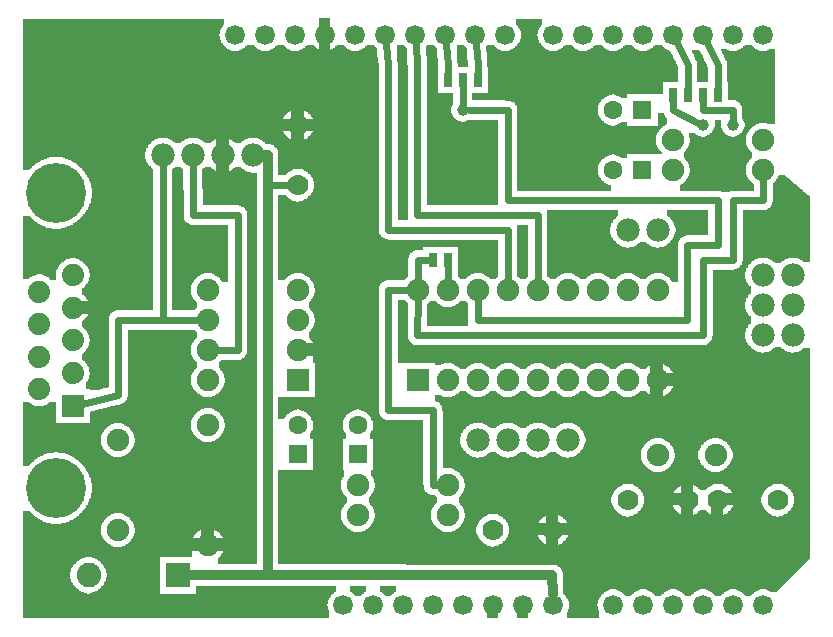
<source format=gtl>
G04 MADE WITH FRITZING*
G04 WWW.FRITZING.ORG*
G04 DOUBLE SIDED*
G04 HOLES PLATED*
G04 CONTOUR ON CENTER OF CONTOUR VECTOR*
%ASAXBY*%
%FSLAX23Y23*%
%MOIN*%
%OFA0B0*%
%SFA1.0B1.0*%
%ADD10C,0.075000*%
%ADD11C,0.039370*%
%ADD12C,0.066194*%
%ADD13C,0.066222*%
%ADD14C,0.070000*%
%ADD15C,0.062992*%
%ADD16C,0.078000*%
%ADD17C,0.074000*%
%ADD18C,0.200000*%
%ADD19C,0.082000*%
%ADD20R,0.026101X0.049166*%
%ADD21R,0.075000X0.075000*%
%ADD22R,0.062992X0.062992*%
%ADD23R,0.082000X0.082000*%
%ADD24C,0.024000*%
%ADD25C,0.032000*%
%ADD26R,0.001000X0.001000*%
%LNCOPPER1*%
G90*
G70*
G54D10*
X1469Y1630D03*
X1661Y1877D03*
X2460Y1868D03*
X614Y1305D03*
X1869Y1353D03*
X131Y1997D03*
X469Y944D03*
G54D11*
X1517Y1745D03*
G54D10*
X367Y645D03*
X367Y345D03*
G54D12*
X2118Y95D03*
X2218Y95D03*
X2318Y95D03*
X2418Y95D03*
X2518Y95D03*
G54D13*
X1658Y1995D03*
X1558Y1995D03*
X1458Y1995D03*
X1358Y1995D03*
X1258Y1995D03*
X1158Y1995D03*
X1058Y1995D03*
X958Y1995D03*
X858Y1995D03*
X758Y1995D03*
X2518Y1995D03*
X2418Y1995D03*
X2318Y1995D03*
X2218Y1995D03*
X2118Y1995D03*
X2018Y1995D03*
X1918Y1995D03*
X1818Y1995D03*
G54D12*
X1218Y95D03*
X1118Y95D03*
X1318Y95D03*
X1418Y95D03*
X1518Y95D03*
X1618Y95D03*
X1718Y95D03*
X1818Y95D03*
X2018Y95D03*
G54D10*
X1367Y845D03*
X1367Y1145D03*
X1467Y845D03*
X1467Y1145D03*
X1567Y845D03*
X1567Y1145D03*
X1667Y845D03*
X1667Y1145D03*
X1767Y845D03*
X1767Y1145D03*
X1867Y845D03*
X1867Y1145D03*
X1967Y845D03*
X1967Y1145D03*
X2067Y845D03*
X2067Y1145D03*
X2167Y845D03*
X2167Y1145D03*
X2167Y595D03*
X2359Y595D03*
G54D14*
X967Y1495D03*
X967Y1695D03*
X1817Y345D03*
X1617Y345D03*
X2067Y445D03*
X2267Y445D03*
X2567Y445D03*
X2367Y445D03*
G54D10*
X967Y845D03*
X667Y845D03*
X967Y945D03*
X667Y945D03*
X967Y1045D03*
X667Y1045D03*
X967Y1145D03*
X667Y1145D03*
X2217Y1645D03*
X2517Y1645D03*
X1167Y395D03*
X1467Y395D03*
X1167Y495D03*
X1467Y495D03*
X667Y295D03*
X667Y695D03*
X2217Y1545D03*
X2517Y1545D03*
G54D15*
X1167Y597D03*
X1167Y695D03*
X967Y597D03*
X967Y695D03*
X2115Y1545D03*
X2017Y1545D03*
X2115Y1745D03*
X2017Y1745D03*
G54D16*
X2617Y995D03*
X2617Y1095D03*
X2617Y1195D03*
X2617Y995D03*
X2617Y1095D03*
X2617Y1195D03*
X2517Y1195D03*
X2517Y1095D03*
X2517Y995D03*
X2167Y1345D03*
X2067Y1345D03*
X1867Y645D03*
X1767Y645D03*
X1667Y645D03*
X1567Y645D03*
G54D17*
X217Y759D03*
X217Y868D03*
X217Y977D03*
X217Y1086D03*
X217Y1195D03*
X105Y814D03*
X105Y923D03*
X105Y1031D03*
X105Y1140D03*
G54D18*
X161Y485D03*
X161Y1469D03*
G54D17*
X217Y759D03*
X217Y868D03*
X217Y977D03*
X217Y1086D03*
X217Y1195D03*
X105Y814D03*
X105Y923D03*
X105Y1031D03*
X105Y1140D03*
G54D18*
X161Y485D03*
X161Y1469D03*
G54D19*
X567Y195D03*
X269Y195D03*
G54D16*
X817Y1595D03*
X717Y1595D03*
X617Y1595D03*
X517Y1595D03*
G54D11*
X2317Y1695D03*
X2417Y1695D03*
G54D20*
X1517Y1845D03*
X1467Y1845D03*
X1567Y1845D03*
X2317Y1795D03*
X2217Y1795D03*
X1417Y1245D03*
X2267Y1795D03*
X1467Y1245D03*
X2367Y1795D03*
G54D21*
X1367Y845D03*
X967Y845D03*
G54D22*
X1167Y597D03*
X967Y597D03*
X2115Y1545D03*
X2115Y1745D03*
G54D23*
X568Y195D03*
G54D24*
X1467Y1896D02*
X1467Y1864D01*
D02*
X1461Y1965D02*
X1467Y1896D01*
D02*
X1567Y1896D02*
X1567Y1864D01*
D02*
X1561Y1965D02*
X1567Y1896D01*
D02*
X368Y1045D02*
X368Y796D01*
D02*
X638Y1045D02*
X368Y1045D01*
D02*
X368Y796D02*
X247Y766D01*
D02*
X1417Y495D02*
X1417Y744D01*
D02*
X1365Y1395D02*
X1365Y1894D01*
D02*
X1268Y1346D02*
X1666Y1346D01*
D02*
X1666Y1346D02*
X1667Y1174D01*
D02*
X1767Y1395D02*
X1365Y1395D01*
D02*
X1268Y1894D02*
X1268Y1346D01*
D02*
X1365Y1894D02*
X1360Y1965D01*
D02*
X1261Y1965D02*
X1268Y1894D01*
D02*
X1767Y1174D02*
X1767Y1395D01*
G54D25*
D02*
X867Y1596D02*
X867Y194D01*
D02*
X852Y1596D02*
X867Y1596D01*
D02*
X867Y194D02*
X604Y195D01*
G54D24*
D02*
X1667Y1744D02*
X1666Y1444D01*
D02*
X1666Y1444D02*
X2366Y1444D01*
D02*
X2366Y1444D02*
X2366Y1295D01*
D02*
X2366Y1295D02*
X2265Y1295D01*
D02*
X2265Y1295D02*
X2265Y1045D01*
D02*
X2265Y1045D02*
X1566Y1045D01*
D02*
X1566Y1045D02*
X1566Y1116D01*
D02*
X1536Y1745D02*
X1667Y1744D01*
D02*
X1268Y744D02*
X1268Y1146D01*
D02*
X1417Y744D02*
X1268Y744D01*
D02*
X1438Y495D02*
X1417Y495D01*
D02*
X1268Y1146D02*
X1338Y1145D01*
G54D25*
D02*
X1817Y131D02*
X1815Y194D01*
D02*
X1815Y194D02*
X604Y195D01*
G54D24*
D02*
X617Y1395D02*
X766Y1395D01*
D02*
X766Y1395D02*
X767Y945D01*
D02*
X617Y1565D02*
X617Y1395D01*
D02*
X767Y945D02*
X695Y945D01*
D02*
X517Y1565D02*
X517Y1045D01*
D02*
X517Y1045D02*
X638Y1045D01*
D02*
X2518Y1444D02*
X2417Y1444D01*
D02*
X2417Y1444D02*
X2417Y1246D01*
D02*
X2417Y1246D02*
X2317Y1246D01*
D02*
X2317Y1246D02*
X2317Y994D01*
D02*
X2317Y994D02*
X1365Y994D01*
D02*
X2517Y1516D02*
X2518Y1444D01*
D02*
X1365Y994D02*
X1366Y1116D01*
D02*
X868Y1495D02*
X940Y1495D01*
D02*
X868Y1594D02*
X868Y1495D01*
D02*
X847Y1594D02*
X868Y1594D01*
D02*
X1517Y1764D02*
X1517Y1826D01*
D02*
X1409Y1245D02*
X1366Y1246D01*
D02*
X1366Y1246D02*
X1366Y1174D01*
D02*
X1467Y1226D02*
X1467Y1174D01*
D02*
X2216Y1745D02*
X2300Y1703D01*
D02*
X2216Y1776D02*
X2216Y1745D01*
D02*
X2267Y1894D02*
X2267Y1814D01*
D02*
X2231Y1968D02*
X2267Y1894D01*
D02*
X2416Y1746D02*
X2417Y1714D01*
D02*
X2316Y1745D02*
X2416Y1746D01*
D02*
X2316Y1776D02*
X2316Y1745D01*
D02*
X2331Y1967D02*
X2366Y1894D01*
D02*
X2366Y1894D02*
X2366Y1814D01*
G36*
X1298Y1963D02*
X1298Y1961D01*
X1296Y1961D01*
X1296Y1925D01*
X1298Y1925D01*
X1298Y1905D01*
X1300Y1905D01*
X1300Y1377D01*
X1334Y1377D01*
X1334Y1895D01*
X1332Y1895D01*
X1332Y1923D01*
X1330Y1923D01*
X1330Y1951D01*
X1328Y1951D01*
X1328Y1953D01*
X1326Y1953D01*
X1326Y1955D01*
X1324Y1955D01*
X1324Y1957D01*
X1322Y1957D01*
X1322Y1959D01*
X1320Y1959D01*
X1320Y1961D01*
X1318Y1961D01*
X1318Y1963D01*
X1298Y1963D01*
G37*
D02*
G36*
X1398Y1963D02*
X1398Y1961D01*
X1396Y1961D01*
X1396Y1959D01*
X1394Y1959D01*
X1394Y1925D01*
X1396Y1925D01*
X1396Y1899D01*
X1398Y1899D01*
X1398Y1705D01*
X1510Y1705D01*
X1510Y1707D01*
X1504Y1707D01*
X1504Y1709D01*
X1500Y1709D01*
X1500Y1711D01*
X1498Y1711D01*
X1498Y1713D01*
X1494Y1713D01*
X1494Y1715D01*
X1492Y1715D01*
X1492Y1717D01*
X1490Y1717D01*
X1490Y1719D01*
X1488Y1719D01*
X1488Y1721D01*
X1486Y1721D01*
X1486Y1723D01*
X1484Y1723D01*
X1484Y1727D01*
X1482Y1727D01*
X1482Y1729D01*
X1480Y1729D01*
X1480Y1735D01*
X1478Y1735D01*
X1478Y1743D01*
X1476Y1743D01*
X1476Y1747D01*
X1478Y1747D01*
X1478Y1755D01*
X1480Y1755D01*
X1480Y1759D01*
X1482Y1759D01*
X1482Y1763D01*
X1484Y1763D01*
X1484Y1801D01*
X1434Y1801D01*
X1434Y1919D01*
X1432Y1919D01*
X1432Y1939D01*
X1430Y1939D01*
X1430Y1953D01*
X1426Y1953D01*
X1426Y1955D01*
X1424Y1955D01*
X1424Y1957D01*
X1422Y1957D01*
X1422Y1959D01*
X1420Y1959D01*
X1420Y1961D01*
X1418Y1961D01*
X1418Y1963D01*
X1398Y1963D01*
G37*
D02*
G36*
X1536Y1713D02*
X1536Y1711D01*
X1532Y1711D01*
X1532Y1709D01*
X1528Y1709D01*
X1528Y1707D01*
X1524Y1707D01*
X1524Y1705D01*
X1634Y1705D01*
X1634Y1713D01*
X1536Y1713D01*
G37*
D02*
G36*
X1398Y1705D02*
X1398Y1703D01*
X1634Y1703D01*
X1634Y1705D01*
X1398Y1705D01*
G37*
D02*
G36*
X1398Y1705D02*
X1398Y1703D01*
X1634Y1703D01*
X1634Y1705D01*
X1398Y1705D01*
G37*
D02*
G36*
X1398Y1703D02*
X1398Y1427D01*
X1634Y1427D01*
X1634Y1703D01*
X1398Y1703D01*
G37*
D02*
G36*
X1498Y1963D02*
X1498Y1961D01*
X1496Y1961D01*
X1496Y1921D01*
X1498Y1921D01*
X1498Y1901D01*
X1500Y1901D01*
X1500Y1889D01*
X1534Y1889D01*
X1534Y1913D01*
X1532Y1913D01*
X1532Y1935D01*
X1530Y1935D01*
X1530Y1953D01*
X1526Y1953D01*
X1526Y1955D01*
X1524Y1955D01*
X1524Y1957D01*
X1522Y1957D01*
X1522Y1959D01*
X1520Y1959D01*
X1520Y1961D01*
X1518Y1961D01*
X1518Y1963D01*
X1498Y1963D01*
G37*
D02*
G36*
X1694Y2049D02*
X1694Y2029D01*
X1696Y2029D01*
X1696Y2027D01*
X1698Y2027D01*
X1698Y2025D01*
X1700Y2025D01*
X1700Y2023D01*
X1702Y2023D01*
X1702Y2019D01*
X1704Y2019D01*
X1704Y2015D01*
X1706Y2015D01*
X1706Y2011D01*
X1708Y2011D01*
X1708Y2007D01*
X1710Y2007D01*
X1710Y1983D01*
X1708Y1983D01*
X1708Y1977D01*
X1706Y1977D01*
X1706Y1973D01*
X1704Y1973D01*
X1704Y1969D01*
X1702Y1969D01*
X1702Y1967D01*
X1700Y1967D01*
X1700Y1965D01*
X1698Y1965D01*
X1698Y1961D01*
X1696Y1961D01*
X1696Y1959D01*
X1694Y1959D01*
X1694Y1957D01*
X1692Y1957D01*
X1692Y1955D01*
X1690Y1955D01*
X1690Y1953D01*
X1686Y1953D01*
X1686Y1951D01*
X1684Y1951D01*
X1684Y1949D01*
X1680Y1949D01*
X1680Y1947D01*
X1676Y1947D01*
X1676Y1945D01*
X1672Y1945D01*
X1672Y1943D01*
X1664Y1943D01*
X1664Y1941D01*
X1810Y1941D01*
X1810Y1943D01*
X1804Y1943D01*
X1804Y1945D01*
X1798Y1945D01*
X1798Y1947D01*
X1796Y1947D01*
X1796Y1949D01*
X1792Y1949D01*
X1792Y1951D01*
X1790Y1951D01*
X1790Y1953D01*
X1786Y1953D01*
X1786Y1955D01*
X1784Y1955D01*
X1784Y1957D01*
X1782Y1957D01*
X1782Y1959D01*
X1780Y1959D01*
X1780Y1961D01*
X1778Y1961D01*
X1778Y1963D01*
X1776Y1963D01*
X1776Y1967D01*
X1774Y1967D01*
X1774Y1969D01*
X1772Y1969D01*
X1772Y1973D01*
X1770Y1973D01*
X1770Y1977D01*
X1768Y1977D01*
X1768Y1981D01*
X1766Y1981D01*
X1766Y1991D01*
X1764Y1991D01*
X1764Y1999D01*
X1766Y1999D01*
X1766Y2007D01*
X1768Y2007D01*
X1768Y2013D01*
X1770Y2013D01*
X1770Y2017D01*
X1772Y2017D01*
X1772Y2019D01*
X1774Y2019D01*
X1774Y2023D01*
X1776Y2023D01*
X1776Y2025D01*
X1778Y2025D01*
X1778Y2027D01*
X1780Y2027D01*
X1780Y2029D01*
X1782Y2029D01*
X1782Y2049D01*
X1694Y2049D01*
G37*
D02*
G36*
X1598Y1963D02*
X1598Y1961D01*
X1596Y1961D01*
X1596Y1959D01*
X1594Y1959D01*
X1594Y1941D01*
X1650Y1941D01*
X1650Y1943D01*
X1644Y1943D01*
X1644Y1945D01*
X1638Y1945D01*
X1638Y1947D01*
X1636Y1947D01*
X1636Y1949D01*
X1632Y1949D01*
X1632Y1951D01*
X1630Y1951D01*
X1630Y1953D01*
X1626Y1953D01*
X1626Y1955D01*
X1624Y1955D01*
X1624Y1957D01*
X1622Y1957D01*
X1622Y1959D01*
X1620Y1959D01*
X1620Y1961D01*
X1618Y1961D01*
X1618Y1963D01*
X1598Y1963D01*
G37*
D02*
G36*
X1858Y1963D02*
X1858Y1961D01*
X1856Y1961D01*
X1856Y1959D01*
X1854Y1959D01*
X1854Y1957D01*
X1852Y1957D01*
X1852Y1955D01*
X1850Y1955D01*
X1850Y1953D01*
X1846Y1953D01*
X1846Y1951D01*
X1844Y1951D01*
X1844Y1949D01*
X1840Y1949D01*
X1840Y1947D01*
X1836Y1947D01*
X1836Y1945D01*
X1832Y1945D01*
X1832Y1943D01*
X1824Y1943D01*
X1824Y1941D01*
X1910Y1941D01*
X1910Y1943D01*
X1904Y1943D01*
X1904Y1945D01*
X1898Y1945D01*
X1898Y1947D01*
X1896Y1947D01*
X1896Y1949D01*
X1892Y1949D01*
X1892Y1951D01*
X1890Y1951D01*
X1890Y1953D01*
X1886Y1953D01*
X1886Y1955D01*
X1884Y1955D01*
X1884Y1957D01*
X1882Y1957D01*
X1882Y1959D01*
X1880Y1959D01*
X1880Y1961D01*
X1878Y1961D01*
X1878Y1963D01*
X1858Y1963D01*
G37*
D02*
G36*
X1958Y1963D02*
X1958Y1961D01*
X1956Y1961D01*
X1956Y1959D01*
X1954Y1959D01*
X1954Y1957D01*
X1952Y1957D01*
X1952Y1955D01*
X1950Y1955D01*
X1950Y1953D01*
X1946Y1953D01*
X1946Y1951D01*
X1944Y1951D01*
X1944Y1949D01*
X1940Y1949D01*
X1940Y1947D01*
X1936Y1947D01*
X1936Y1945D01*
X1932Y1945D01*
X1932Y1943D01*
X1924Y1943D01*
X1924Y1941D01*
X2010Y1941D01*
X2010Y1943D01*
X2004Y1943D01*
X2004Y1945D01*
X1998Y1945D01*
X1998Y1947D01*
X1996Y1947D01*
X1996Y1949D01*
X1992Y1949D01*
X1992Y1951D01*
X1990Y1951D01*
X1990Y1953D01*
X1986Y1953D01*
X1986Y1955D01*
X1984Y1955D01*
X1984Y1957D01*
X1982Y1957D01*
X1982Y1959D01*
X1980Y1959D01*
X1980Y1961D01*
X1978Y1961D01*
X1978Y1963D01*
X1958Y1963D01*
G37*
D02*
G36*
X2058Y1963D02*
X2058Y1961D01*
X2056Y1961D01*
X2056Y1959D01*
X2054Y1959D01*
X2054Y1957D01*
X2052Y1957D01*
X2052Y1955D01*
X2050Y1955D01*
X2050Y1953D01*
X2046Y1953D01*
X2046Y1951D01*
X2044Y1951D01*
X2044Y1949D01*
X2040Y1949D01*
X2040Y1947D01*
X2036Y1947D01*
X2036Y1945D01*
X2032Y1945D01*
X2032Y1943D01*
X2024Y1943D01*
X2024Y1941D01*
X2110Y1941D01*
X2110Y1943D01*
X2104Y1943D01*
X2104Y1945D01*
X2098Y1945D01*
X2098Y1947D01*
X2096Y1947D01*
X2096Y1949D01*
X2092Y1949D01*
X2092Y1951D01*
X2090Y1951D01*
X2090Y1953D01*
X2086Y1953D01*
X2086Y1955D01*
X2084Y1955D01*
X2084Y1957D01*
X2082Y1957D01*
X2082Y1959D01*
X2080Y1959D01*
X2080Y1961D01*
X2078Y1961D01*
X2078Y1963D01*
X2058Y1963D01*
G37*
D02*
G36*
X2158Y1963D02*
X2158Y1961D01*
X2156Y1961D01*
X2156Y1959D01*
X2154Y1959D01*
X2154Y1957D01*
X2152Y1957D01*
X2152Y1955D01*
X2150Y1955D01*
X2150Y1953D01*
X2146Y1953D01*
X2146Y1951D01*
X2144Y1951D01*
X2144Y1949D01*
X2140Y1949D01*
X2140Y1947D01*
X2136Y1947D01*
X2136Y1945D01*
X2132Y1945D01*
X2132Y1943D01*
X2124Y1943D01*
X2124Y1941D01*
X2208Y1941D01*
X2208Y1943D01*
X2204Y1943D01*
X2204Y1945D01*
X2198Y1945D01*
X2198Y1947D01*
X2196Y1947D01*
X2196Y1949D01*
X2192Y1949D01*
X2192Y1951D01*
X2190Y1951D01*
X2190Y1953D01*
X2186Y1953D01*
X2186Y1955D01*
X2184Y1955D01*
X2184Y1957D01*
X2182Y1957D01*
X2182Y1959D01*
X2180Y1959D01*
X2180Y1961D01*
X2178Y1961D01*
X2178Y1963D01*
X2158Y1963D01*
G37*
D02*
G36*
X1594Y1941D02*
X1594Y1939D01*
X2208Y1939D01*
X2208Y1941D01*
X1594Y1941D01*
G37*
D02*
G36*
X1594Y1941D02*
X1594Y1939D01*
X2208Y1939D01*
X2208Y1941D01*
X1594Y1941D01*
G37*
D02*
G36*
X1594Y1941D02*
X1594Y1939D01*
X2208Y1939D01*
X2208Y1941D01*
X1594Y1941D01*
G37*
D02*
G36*
X1594Y1941D02*
X1594Y1939D01*
X2208Y1939D01*
X2208Y1941D01*
X1594Y1941D01*
G37*
D02*
G36*
X1594Y1941D02*
X1594Y1939D01*
X2208Y1939D01*
X2208Y1941D01*
X1594Y1941D01*
G37*
D02*
G36*
X1594Y1941D02*
X1594Y1939D01*
X2208Y1939D01*
X2208Y1941D01*
X1594Y1941D01*
G37*
D02*
G36*
X1594Y1939D02*
X1594Y1937D01*
X1596Y1937D01*
X1596Y1915D01*
X1598Y1915D01*
X1598Y1889D01*
X1600Y1889D01*
X1600Y1801D01*
X1548Y1801D01*
X1548Y1797D01*
X2020Y1797D01*
X2020Y1795D01*
X2028Y1795D01*
X2028Y1793D01*
X2034Y1793D01*
X2034Y1791D01*
X2038Y1791D01*
X2038Y1789D01*
X2040Y1789D01*
X2040Y1787D01*
X2044Y1787D01*
X2044Y1785D01*
X2064Y1785D01*
X2064Y1797D01*
X2184Y1797D01*
X2184Y1839D01*
X2234Y1839D01*
X2234Y1891D01*
X2232Y1891D01*
X2232Y1895D01*
X2230Y1895D01*
X2230Y1899D01*
X2228Y1899D01*
X2228Y1903D01*
X2226Y1903D01*
X2226Y1907D01*
X2224Y1907D01*
X2224Y1911D01*
X2222Y1911D01*
X2222Y1915D01*
X2220Y1915D01*
X2220Y1919D01*
X2218Y1919D01*
X2218Y1923D01*
X2216Y1923D01*
X2216Y1927D01*
X2214Y1927D01*
X2214Y1931D01*
X2212Y1931D01*
X2212Y1935D01*
X2210Y1935D01*
X2210Y1939D01*
X1594Y1939D01*
G37*
D02*
G36*
X1548Y1797D02*
X1548Y1777D01*
X1656Y1777D01*
X1656Y1775D01*
X1678Y1775D01*
X1678Y1773D01*
X1682Y1773D01*
X1682Y1771D01*
X1686Y1771D01*
X1686Y1769D01*
X1688Y1769D01*
X1688Y1767D01*
X1690Y1767D01*
X1690Y1765D01*
X1692Y1765D01*
X1692Y1763D01*
X1694Y1763D01*
X1694Y1759D01*
X1696Y1759D01*
X1696Y1753D01*
X1698Y1753D01*
X1698Y1693D01*
X2010Y1693D01*
X2010Y1695D01*
X2002Y1695D01*
X2002Y1697D01*
X1998Y1697D01*
X1998Y1699D01*
X1994Y1699D01*
X1994Y1701D01*
X1992Y1701D01*
X1992Y1703D01*
X1988Y1703D01*
X1988Y1705D01*
X1986Y1705D01*
X1986Y1707D01*
X1984Y1707D01*
X1984Y1709D01*
X1982Y1709D01*
X1982Y1711D01*
X1980Y1711D01*
X1980Y1713D01*
X1978Y1713D01*
X1978Y1715D01*
X1976Y1715D01*
X1976Y1717D01*
X1974Y1717D01*
X1974Y1721D01*
X1972Y1721D01*
X1972Y1723D01*
X1970Y1723D01*
X1970Y1727D01*
X1968Y1727D01*
X1968Y1733D01*
X1966Y1733D01*
X1966Y1757D01*
X1968Y1757D01*
X1968Y1761D01*
X1970Y1761D01*
X1970Y1765D01*
X1972Y1765D01*
X1972Y1769D01*
X1974Y1769D01*
X1974Y1771D01*
X1976Y1771D01*
X1976Y1775D01*
X1978Y1775D01*
X1978Y1777D01*
X1980Y1777D01*
X1980Y1779D01*
X1982Y1779D01*
X1982Y1781D01*
X1984Y1781D01*
X1984Y1783D01*
X1986Y1783D01*
X1986Y1785D01*
X1990Y1785D01*
X1990Y1787D01*
X1992Y1787D01*
X1992Y1789D01*
X1996Y1789D01*
X1996Y1791D01*
X2000Y1791D01*
X2000Y1793D01*
X2004Y1793D01*
X2004Y1795D01*
X2014Y1795D01*
X2014Y1797D01*
X1548Y1797D01*
G37*
D02*
G36*
X2166Y1735D02*
X2166Y1693D01*
X2190Y1693D01*
X2190Y1695D01*
X2194Y1695D01*
X2194Y1697D01*
X2198Y1697D01*
X2198Y1719D01*
X2194Y1719D01*
X2194Y1721D01*
X2192Y1721D01*
X2192Y1723D01*
X2190Y1723D01*
X2190Y1727D01*
X2188Y1727D01*
X2188Y1731D01*
X2186Y1731D01*
X2186Y1735D01*
X2166Y1735D01*
G37*
D02*
G36*
X2044Y1705D02*
X2044Y1703D01*
X2042Y1703D01*
X2042Y1701D01*
X2038Y1701D01*
X2038Y1699D01*
X2036Y1699D01*
X2036Y1697D01*
X2030Y1697D01*
X2030Y1695D01*
X2024Y1695D01*
X2024Y1693D01*
X2064Y1693D01*
X2064Y1705D01*
X2044Y1705D01*
G37*
D02*
G36*
X1698Y1693D02*
X1698Y1691D01*
X2188Y1691D01*
X2188Y1693D01*
X1698Y1693D01*
G37*
D02*
G36*
X1698Y1693D02*
X1698Y1691D01*
X2188Y1691D01*
X2188Y1693D01*
X1698Y1693D01*
G37*
D02*
G36*
X1698Y1693D02*
X1698Y1691D01*
X2188Y1691D01*
X2188Y1693D01*
X1698Y1693D01*
G37*
D02*
G36*
X1698Y1691D02*
X1698Y1597D01*
X2020Y1597D01*
X2020Y1595D01*
X2028Y1595D01*
X2028Y1593D01*
X2034Y1593D01*
X2034Y1591D01*
X2038Y1591D01*
X2038Y1589D01*
X2040Y1589D01*
X2040Y1587D01*
X2044Y1587D01*
X2044Y1585D01*
X2064Y1585D01*
X2064Y1597D01*
X2180Y1597D01*
X2180Y1605D01*
X2178Y1605D01*
X2178Y1607D01*
X2176Y1607D01*
X2176Y1609D01*
X2174Y1609D01*
X2174Y1611D01*
X2172Y1611D01*
X2172Y1613D01*
X2170Y1613D01*
X2170Y1615D01*
X2168Y1615D01*
X2168Y1619D01*
X2166Y1619D01*
X2166Y1623D01*
X2164Y1623D01*
X2164Y1627D01*
X2162Y1627D01*
X2162Y1633D01*
X2160Y1633D01*
X2160Y1657D01*
X2162Y1657D01*
X2162Y1663D01*
X2164Y1663D01*
X2164Y1667D01*
X2166Y1667D01*
X2166Y1669D01*
X2168Y1669D01*
X2168Y1673D01*
X2170Y1673D01*
X2170Y1677D01*
X2172Y1677D01*
X2172Y1679D01*
X2174Y1679D01*
X2174Y1681D01*
X2176Y1681D01*
X2176Y1683D01*
X2178Y1683D01*
X2178Y1685D01*
X2180Y1685D01*
X2180Y1687D01*
X2182Y1687D01*
X2182Y1689D01*
X2184Y1689D01*
X2184Y1691D01*
X1698Y1691D01*
G37*
D02*
G36*
X1698Y1597D02*
X1698Y1475D01*
X2010Y1475D01*
X2010Y1495D01*
X2002Y1495D01*
X2002Y1497D01*
X1998Y1497D01*
X1998Y1499D01*
X1994Y1499D01*
X1994Y1501D01*
X1992Y1501D01*
X1992Y1503D01*
X1988Y1503D01*
X1988Y1505D01*
X1986Y1505D01*
X1986Y1507D01*
X1984Y1507D01*
X1984Y1509D01*
X1982Y1509D01*
X1982Y1511D01*
X1980Y1511D01*
X1980Y1513D01*
X1978Y1513D01*
X1978Y1515D01*
X1976Y1515D01*
X1976Y1517D01*
X1974Y1517D01*
X1974Y1521D01*
X1972Y1521D01*
X1972Y1523D01*
X1970Y1523D01*
X1970Y1527D01*
X1968Y1527D01*
X1968Y1533D01*
X1966Y1533D01*
X1966Y1557D01*
X1968Y1557D01*
X1968Y1561D01*
X1970Y1561D01*
X1970Y1565D01*
X1972Y1565D01*
X1972Y1569D01*
X1974Y1569D01*
X1974Y1571D01*
X1976Y1571D01*
X1976Y1575D01*
X1978Y1575D01*
X1978Y1577D01*
X1980Y1577D01*
X1980Y1579D01*
X1982Y1579D01*
X1982Y1581D01*
X1984Y1581D01*
X1984Y1583D01*
X1986Y1583D01*
X1986Y1585D01*
X1990Y1585D01*
X1990Y1587D01*
X1992Y1587D01*
X1992Y1589D01*
X1996Y1589D01*
X1996Y1591D01*
X2000Y1591D01*
X2000Y1593D01*
X2004Y1593D01*
X2004Y1595D01*
X2014Y1595D01*
X2014Y1597D01*
X1698Y1597D01*
G37*
D02*
G36*
X2280Y1945D02*
X2280Y1939D01*
X2282Y1939D01*
X2282Y1935D01*
X2284Y1935D01*
X2284Y1931D01*
X2286Y1931D01*
X2286Y1925D01*
X2288Y1925D01*
X2288Y1921D01*
X2290Y1921D01*
X2290Y1917D01*
X2292Y1917D01*
X2292Y1913D01*
X2294Y1913D01*
X2294Y1909D01*
X2296Y1909D01*
X2296Y1905D01*
X2298Y1905D01*
X2298Y1839D01*
X2334Y1839D01*
X2334Y1889D01*
X2332Y1889D01*
X2332Y1893D01*
X2330Y1893D01*
X2330Y1897D01*
X2328Y1897D01*
X2328Y1901D01*
X2326Y1901D01*
X2326Y1905D01*
X2324Y1905D01*
X2324Y1909D01*
X2322Y1909D01*
X2322Y1913D01*
X2320Y1913D01*
X2320Y1917D01*
X2318Y1917D01*
X2318Y1921D01*
X2316Y1921D01*
X2316Y1927D01*
X2314Y1927D01*
X2314Y1931D01*
X2312Y1931D01*
X2312Y1935D01*
X2310Y1935D01*
X2310Y1939D01*
X2308Y1939D01*
X2308Y1943D01*
X2304Y1943D01*
X2304Y1945D01*
X2280Y1945D01*
G37*
D02*
G36*
X2458Y1963D02*
X2458Y1961D01*
X2456Y1961D01*
X2456Y1959D01*
X2454Y1959D01*
X2454Y1957D01*
X2452Y1957D01*
X2452Y1955D01*
X2450Y1955D01*
X2450Y1953D01*
X2446Y1953D01*
X2446Y1951D01*
X2444Y1951D01*
X2444Y1949D01*
X2440Y1949D01*
X2440Y1947D01*
X2436Y1947D01*
X2436Y1945D01*
X2432Y1945D01*
X2432Y1943D01*
X2424Y1943D01*
X2424Y1941D01*
X2510Y1941D01*
X2510Y1943D01*
X2504Y1943D01*
X2504Y1945D01*
X2498Y1945D01*
X2498Y1947D01*
X2496Y1947D01*
X2496Y1949D01*
X2492Y1949D01*
X2492Y1951D01*
X2490Y1951D01*
X2490Y1953D01*
X2486Y1953D01*
X2486Y1955D01*
X2484Y1955D01*
X2484Y1957D01*
X2482Y1957D01*
X2482Y1959D01*
X2480Y1959D01*
X2480Y1961D01*
X2478Y1961D01*
X2478Y1963D01*
X2458Y1963D01*
G37*
D02*
G36*
X2378Y1947D02*
X2378Y1941D01*
X2410Y1941D01*
X2410Y1943D01*
X2404Y1943D01*
X2404Y1945D01*
X2398Y1945D01*
X2398Y1947D01*
X2378Y1947D01*
G37*
D02*
G36*
X2536Y1947D02*
X2536Y1945D01*
X2532Y1945D01*
X2532Y1943D01*
X2524Y1943D01*
X2524Y1941D01*
X2556Y1941D01*
X2556Y1947D01*
X2536Y1947D01*
G37*
D02*
G36*
X2380Y1941D02*
X2380Y1939D01*
X2556Y1939D01*
X2556Y1941D01*
X2380Y1941D01*
G37*
D02*
G36*
X2380Y1941D02*
X2380Y1939D01*
X2556Y1939D01*
X2556Y1941D01*
X2380Y1941D01*
G37*
D02*
G36*
X2380Y1941D02*
X2380Y1939D01*
X2556Y1939D01*
X2556Y1941D01*
X2380Y1941D01*
G37*
D02*
G36*
X2380Y1939D02*
X2380Y1937D01*
X2382Y1937D01*
X2382Y1933D01*
X2384Y1933D01*
X2384Y1927D01*
X2386Y1927D01*
X2386Y1923D01*
X2388Y1923D01*
X2388Y1919D01*
X2390Y1919D01*
X2390Y1915D01*
X2392Y1915D01*
X2392Y1911D01*
X2394Y1911D01*
X2394Y1907D01*
X2396Y1907D01*
X2396Y1901D01*
X2398Y1901D01*
X2398Y1839D01*
X2400Y1839D01*
X2400Y1777D01*
X2426Y1777D01*
X2426Y1775D01*
X2430Y1775D01*
X2430Y1773D01*
X2434Y1773D01*
X2434Y1771D01*
X2436Y1771D01*
X2436Y1769D01*
X2440Y1769D01*
X2440Y1765D01*
X2442Y1765D01*
X2442Y1763D01*
X2444Y1763D01*
X2444Y1759D01*
X2446Y1759D01*
X2446Y1755D01*
X2448Y1755D01*
X2448Y1715D01*
X2450Y1715D01*
X2450Y1711D01*
X2452Y1711D01*
X2452Y1707D01*
X2454Y1707D01*
X2454Y1703D01*
X2520Y1703D01*
X2520Y1701D01*
X2530Y1701D01*
X2530Y1699D01*
X2534Y1699D01*
X2534Y1697D01*
X2556Y1697D01*
X2556Y1939D01*
X2380Y1939D01*
G37*
D02*
G36*
X2356Y1713D02*
X2356Y1687D01*
X2354Y1687D01*
X2354Y1681D01*
X2352Y1681D01*
X2352Y1679D01*
X2350Y1679D01*
X2350Y1675D01*
X2348Y1675D01*
X2348Y1673D01*
X2346Y1673D01*
X2346Y1669D01*
X2344Y1669D01*
X2344Y1667D01*
X2342Y1667D01*
X2342Y1665D01*
X2338Y1665D01*
X2338Y1663D01*
X2336Y1663D01*
X2336Y1661D01*
X2332Y1661D01*
X2332Y1659D01*
X2328Y1659D01*
X2328Y1657D01*
X2324Y1657D01*
X2324Y1655D01*
X2410Y1655D01*
X2410Y1657D01*
X2404Y1657D01*
X2404Y1659D01*
X2400Y1659D01*
X2400Y1661D01*
X2398Y1661D01*
X2398Y1663D01*
X2394Y1663D01*
X2394Y1665D01*
X2392Y1665D01*
X2392Y1667D01*
X2390Y1667D01*
X2390Y1669D01*
X2388Y1669D01*
X2388Y1671D01*
X2386Y1671D01*
X2386Y1673D01*
X2384Y1673D01*
X2384Y1677D01*
X2382Y1677D01*
X2382Y1679D01*
X2380Y1679D01*
X2380Y1685D01*
X2378Y1685D01*
X2378Y1693D01*
X2376Y1693D01*
X2376Y1713D01*
X2356Y1713D01*
G37*
D02*
G36*
X2456Y1703D02*
X2456Y1687D01*
X2454Y1687D01*
X2454Y1681D01*
X2452Y1681D01*
X2452Y1679D01*
X2450Y1679D01*
X2450Y1675D01*
X2448Y1675D01*
X2448Y1673D01*
X2446Y1673D01*
X2446Y1669D01*
X2444Y1669D01*
X2444Y1667D01*
X2442Y1667D01*
X2442Y1665D01*
X2438Y1665D01*
X2438Y1663D01*
X2436Y1663D01*
X2436Y1661D01*
X2432Y1661D01*
X2432Y1659D01*
X2428Y1659D01*
X2428Y1657D01*
X2424Y1657D01*
X2424Y1655D01*
X2460Y1655D01*
X2460Y1657D01*
X2462Y1657D01*
X2462Y1663D01*
X2464Y1663D01*
X2464Y1667D01*
X2466Y1667D01*
X2466Y1669D01*
X2468Y1669D01*
X2468Y1673D01*
X2470Y1673D01*
X2470Y1677D01*
X2472Y1677D01*
X2472Y1679D01*
X2474Y1679D01*
X2474Y1681D01*
X2476Y1681D01*
X2476Y1683D01*
X2478Y1683D01*
X2478Y1685D01*
X2480Y1685D01*
X2480Y1687D01*
X2482Y1687D01*
X2482Y1689D01*
X2484Y1689D01*
X2484Y1691D01*
X2488Y1691D01*
X2488Y1693D01*
X2490Y1693D01*
X2490Y1695D01*
X2494Y1695D01*
X2494Y1697D01*
X2498Y1697D01*
X2498Y1699D01*
X2504Y1699D01*
X2504Y1701D01*
X2514Y1701D01*
X2514Y1703D01*
X2456Y1703D01*
G37*
D02*
G36*
X2270Y1669D02*
X2270Y1661D01*
X2272Y1661D01*
X2272Y1655D01*
X2310Y1655D01*
X2310Y1657D01*
X2304Y1657D01*
X2304Y1659D01*
X2300Y1659D01*
X2300Y1661D01*
X2298Y1661D01*
X2298Y1663D01*
X2294Y1663D01*
X2294Y1665D01*
X2292Y1665D01*
X2292Y1667D01*
X2290Y1667D01*
X2290Y1669D01*
X2270Y1669D01*
G37*
D02*
G36*
X2272Y1655D02*
X2272Y1653D01*
X2460Y1653D01*
X2460Y1655D01*
X2272Y1655D01*
G37*
D02*
G36*
X2272Y1655D02*
X2272Y1653D01*
X2460Y1653D01*
X2460Y1655D01*
X2272Y1655D01*
G37*
D02*
G36*
X2272Y1655D02*
X2272Y1653D01*
X2460Y1653D01*
X2460Y1655D01*
X2272Y1655D01*
G37*
D02*
G36*
X2274Y1653D02*
X2274Y1635D01*
X2272Y1635D01*
X2272Y1629D01*
X2270Y1629D01*
X2270Y1625D01*
X2268Y1625D01*
X2268Y1621D01*
X2266Y1621D01*
X2266Y1617D01*
X2264Y1617D01*
X2264Y1615D01*
X2262Y1615D01*
X2262Y1611D01*
X2260Y1611D01*
X2260Y1609D01*
X2258Y1609D01*
X2258Y1607D01*
X2256Y1607D01*
X2256Y1605D01*
X2254Y1605D01*
X2254Y1585D01*
X2256Y1585D01*
X2256Y1583D01*
X2258Y1583D01*
X2258Y1579D01*
X2260Y1579D01*
X2260Y1577D01*
X2262Y1577D01*
X2262Y1575D01*
X2264Y1575D01*
X2264Y1571D01*
X2266Y1571D01*
X2266Y1569D01*
X2268Y1569D01*
X2268Y1565D01*
X2270Y1565D01*
X2270Y1561D01*
X2272Y1561D01*
X2272Y1553D01*
X2274Y1553D01*
X2274Y1535D01*
X2272Y1535D01*
X2272Y1529D01*
X2270Y1529D01*
X2270Y1525D01*
X2268Y1525D01*
X2268Y1521D01*
X2266Y1521D01*
X2266Y1517D01*
X2264Y1517D01*
X2264Y1515D01*
X2262Y1515D01*
X2262Y1511D01*
X2260Y1511D01*
X2260Y1509D01*
X2258Y1509D01*
X2258Y1507D01*
X2256Y1507D01*
X2256Y1505D01*
X2254Y1505D01*
X2254Y1503D01*
X2252Y1503D01*
X2252Y1501D01*
X2250Y1501D01*
X2250Y1499D01*
X2246Y1499D01*
X2246Y1497D01*
X2244Y1497D01*
X2244Y1495D01*
X2240Y1495D01*
X2240Y1475D01*
X2376Y1475D01*
X2376Y1473D01*
X2380Y1473D01*
X2380Y1471D01*
X2404Y1471D01*
X2404Y1473D01*
X2408Y1473D01*
X2408Y1475D01*
X2486Y1475D01*
X2486Y1499D01*
X2484Y1499D01*
X2484Y1501D01*
X2482Y1501D01*
X2482Y1503D01*
X2480Y1503D01*
X2480Y1505D01*
X2478Y1505D01*
X2478Y1507D01*
X2476Y1507D01*
X2476Y1509D01*
X2474Y1509D01*
X2474Y1511D01*
X2472Y1511D01*
X2472Y1513D01*
X2470Y1513D01*
X2470Y1515D01*
X2468Y1515D01*
X2468Y1519D01*
X2466Y1519D01*
X2466Y1523D01*
X2464Y1523D01*
X2464Y1527D01*
X2462Y1527D01*
X2462Y1533D01*
X2460Y1533D01*
X2460Y1557D01*
X2462Y1557D01*
X2462Y1563D01*
X2464Y1563D01*
X2464Y1567D01*
X2466Y1567D01*
X2466Y1569D01*
X2468Y1569D01*
X2468Y1573D01*
X2470Y1573D01*
X2470Y1577D01*
X2472Y1577D01*
X2472Y1579D01*
X2474Y1579D01*
X2474Y1581D01*
X2476Y1581D01*
X2476Y1583D01*
X2478Y1583D01*
X2478Y1585D01*
X2480Y1585D01*
X2480Y1605D01*
X2478Y1605D01*
X2478Y1607D01*
X2476Y1607D01*
X2476Y1609D01*
X2474Y1609D01*
X2474Y1611D01*
X2472Y1611D01*
X2472Y1613D01*
X2470Y1613D01*
X2470Y1615D01*
X2468Y1615D01*
X2468Y1619D01*
X2466Y1619D01*
X2466Y1623D01*
X2464Y1623D01*
X2464Y1627D01*
X2462Y1627D01*
X2462Y1633D01*
X2460Y1633D01*
X2460Y1653D01*
X2274Y1653D01*
G37*
D02*
G36*
X556Y1555D02*
X556Y1553D01*
X554Y1553D01*
X554Y1551D01*
X552Y1551D01*
X552Y1549D01*
X550Y1549D01*
X550Y1547D01*
X548Y1547D01*
X548Y1203D01*
X670Y1203D01*
X670Y1201D01*
X680Y1201D01*
X680Y1199D01*
X684Y1199D01*
X684Y1197D01*
X688Y1197D01*
X688Y1195D01*
X692Y1195D01*
X692Y1193D01*
X696Y1193D01*
X696Y1191D01*
X698Y1191D01*
X698Y1189D01*
X700Y1189D01*
X700Y1187D01*
X704Y1187D01*
X704Y1185D01*
X706Y1185D01*
X706Y1183D01*
X708Y1183D01*
X708Y1179D01*
X710Y1179D01*
X710Y1177D01*
X712Y1177D01*
X712Y1175D01*
X714Y1175D01*
X714Y1171D01*
X734Y1171D01*
X734Y1363D01*
X608Y1363D01*
X608Y1365D01*
X604Y1365D01*
X604Y1367D01*
X600Y1367D01*
X600Y1369D01*
X598Y1369D01*
X598Y1371D01*
X594Y1371D01*
X594Y1373D01*
X592Y1373D01*
X592Y1377D01*
X590Y1377D01*
X590Y1379D01*
X588Y1379D01*
X588Y1385D01*
X586Y1385D01*
X586Y1477D01*
X584Y1477D01*
X584Y1549D01*
X582Y1549D01*
X582Y1551D01*
X580Y1551D01*
X580Y1553D01*
X576Y1553D01*
X576Y1555D01*
X556Y1555D01*
G37*
D02*
G36*
X548Y1203D02*
X548Y1077D01*
X622Y1077D01*
X622Y1079D01*
X624Y1079D01*
X624Y1081D01*
X626Y1081D01*
X626Y1083D01*
X628Y1083D01*
X628Y1085D01*
X630Y1085D01*
X630Y1105D01*
X628Y1105D01*
X628Y1107D01*
X626Y1107D01*
X626Y1109D01*
X624Y1109D01*
X624Y1111D01*
X622Y1111D01*
X622Y1113D01*
X620Y1113D01*
X620Y1115D01*
X618Y1115D01*
X618Y1119D01*
X616Y1119D01*
X616Y1123D01*
X614Y1123D01*
X614Y1127D01*
X612Y1127D01*
X612Y1133D01*
X610Y1133D01*
X610Y1157D01*
X612Y1157D01*
X612Y1163D01*
X614Y1163D01*
X614Y1167D01*
X616Y1167D01*
X616Y1169D01*
X618Y1169D01*
X618Y1173D01*
X620Y1173D01*
X620Y1177D01*
X622Y1177D01*
X622Y1179D01*
X624Y1179D01*
X624Y1181D01*
X626Y1181D01*
X626Y1183D01*
X628Y1183D01*
X628Y1185D01*
X630Y1185D01*
X630Y1187D01*
X632Y1187D01*
X632Y1189D01*
X634Y1189D01*
X634Y1191D01*
X638Y1191D01*
X638Y1193D01*
X640Y1193D01*
X640Y1195D01*
X644Y1195D01*
X644Y1197D01*
X648Y1197D01*
X648Y1199D01*
X654Y1199D01*
X654Y1201D01*
X664Y1201D01*
X664Y1203D01*
X548Y1203D01*
G37*
D02*
G36*
X1798Y1411D02*
X1798Y1285D01*
X2062Y1285D01*
X2062Y1287D01*
X2052Y1287D01*
X2052Y1289D01*
X2048Y1289D01*
X2048Y1291D01*
X2044Y1291D01*
X2044Y1293D01*
X2040Y1293D01*
X2040Y1295D01*
X2036Y1295D01*
X2036Y1297D01*
X2034Y1297D01*
X2034Y1299D01*
X2032Y1299D01*
X2032Y1301D01*
X2030Y1301D01*
X2030Y1303D01*
X2026Y1303D01*
X2026Y1307D01*
X2024Y1307D01*
X2024Y1309D01*
X2022Y1309D01*
X2022Y1311D01*
X2020Y1311D01*
X2020Y1313D01*
X2018Y1313D01*
X2018Y1317D01*
X2016Y1317D01*
X2016Y1319D01*
X2014Y1319D01*
X2014Y1323D01*
X2012Y1323D01*
X2012Y1327D01*
X2010Y1327D01*
X2010Y1333D01*
X2008Y1333D01*
X2008Y1355D01*
X2010Y1355D01*
X2010Y1361D01*
X2012Y1361D01*
X2012Y1367D01*
X2014Y1367D01*
X2014Y1369D01*
X2016Y1369D01*
X2016Y1373D01*
X2018Y1373D01*
X2018Y1377D01*
X2020Y1377D01*
X2020Y1379D01*
X2022Y1379D01*
X2022Y1381D01*
X2024Y1381D01*
X2024Y1383D01*
X2026Y1383D01*
X2026Y1385D01*
X2028Y1385D01*
X2028Y1387D01*
X2030Y1387D01*
X2030Y1389D01*
X2032Y1389D01*
X2032Y1391D01*
X2034Y1391D01*
X2034Y1411D01*
X1798Y1411D01*
G37*
D02*
G36*
X2198Y1411D02*
X2198Y1391D01*
X2200Y1391D01*
X2200Y1389D01*
X2204Y1389D01*
X2204Y1387D01*
X2206Y1387D01*
X2206Y1385D01*
X2208Y1385D01*
X2208Y1383D01*
X2210Y1383D01*
X2210Y1379D01*
X2212Y1379D01*
X2212Y1377D01*
X2214Y1377D01*
X2214Y1375D01*
X2216Y1375D01*
X2216Y1371D01*
X2218Y1371D01*
X2218Y1369D01*
X2220Y1369D01*
X2220Y1365D01*
X2222Y1365D01*
X2222Y1359D01*
X2224Y1359D01*
X2224Y1351D01*
X2226Y1351D01*
X2226Y1339D01*
X2224Y1339D01*
X2224Y1331D01*
X2222Y1331D01*
X2222Y1325D01*
X2220Y1325D01*
X2220Y1321D01*
X2218Y1321D01*
X2218Y1317D01*
X2216Y1317D01*
X2216Y1315D01*
X2214Y1315D01*
X2214Y1311D01*
X2212Y1311D01*
X2212Y1309D01*
X2210Y1309D01*
X2210Y1307D01*
X2208Y1307D01*
X2208Y1305D01*
X2206Y1305D01*
X2206Y1303D01*
X2204Y1303D01*
X2204Y1301D01*
X2202Y1301D01*
X2202Y1299D01*
X2200Y1299D01*
X2200Y1297D01*
X2196Y1297D01*
X2196Y1295D01*
X2194Y1295D01*
X2194Y1293D01*
X2190Y1293D01*
X2190Y1291D01*
X2186Y1291D01*
X2186Y1289D01*
X2180Y1289D01*
X2180Y1287D01*
X2172Y1287D01*
X2172Y1285D01*
X2234Y1285D01*
X2234Y1305D01*
X2236Y1305D01*
X2236Y1309D01*
X2238Y1309D01*
X2238Y1313D01*
X2240Y1313D01*
X2240Y1315D01*
X2242Y1315D01*
X2242Y1317D01*
X2244Y1317D01*
X2244Y1319D01*
X2246Y1319D01*
X2246Y1321D01*
X2250Y1321D01*
X2250Y1323D01*
X2254Y1323D01*
X2254Y1325D01*
X2262Y1325D01*
X2262Y1327D01*
X2334Y1327D01*
X2334Y1411D01*
X2198Y1411D01*
G37*
D02*
G36*
X2106Y1305D02*
X2106Y1303D01*
X2104Y1303D01*
X2104Y1301D01*
X2102Y1301D01*
X2102Y1299D01*
X2100Y1299D01*
X2100Y1297D01*
X2096Y1297D01*
X2096Y1295D01*
X2094Y1295D01*
X2094Y1293D01*
X2090Y1293D01*
X2090Y1291D01*
X2086Y1291D01*
X2086Y1289D01*
X2080Y1289D01*
X2080Y1287D01*
X2072Y1287D01*
X2072Y1285D01*
X2162Y1285D01*
X2162Y1287D01*
X2152Y1287D01*
X2152Y1289D01*
X2148Y1289D01*
X2148Y1291D01*
X2144Y1291D01*
X2144Y1293D01*
X2140Y1293D01*
X2140Y1295D01*
X2136Y1295D01*
X2136Y1297D01*
X2134Y1297D01*
X2134Y1299D01*
X2132Y1299D01*
X2132Y1301D01*
X2130Y1301D01*
X2130Y1303D01*
X2126Y1303D01*
X2126Y1305D01*
X2106Y1305D01*
G37*
D02*
G36*
X1798Y1285D02*
X1798Y1283D01*
X2234Y1283D01*
X2234Y1285D01*
X1798Y1285D01*
G37*
D02*
G36*
X1798Y1285D02*
X1798Y1283D01*
X2234Y1283D01*
X2234Y1285D01*
X1798Y1285D01*
G37*
D02*
G36*
X1798Y1285D02*
X1798Y1283D01*
X2234Y1283D01*
X2234Y1285D01*
X1798Y1285D01*
G37*
D02*
G36*
X1798Y1283D02*
X1798Y1203D01*
X2170Y1203D01*
X2170Y1201D01*
X2180Y1201D01*
X2180Y1199D01*
X2184Y1199D01*
X2184Y1197D01*
X2188Y1197D01*
X2188Y1195D01*
X2192Y1195D01*
X2192Y1193D01*
X2196Y1193D01*
X2196Y1191D01*
X2198Y1191D01*
X2198Y1189D01*
X2200Y1189D01*
X2200Y1187D01*
X2204Y1187D01*
X2204Y1185D01*
X2206Y1185D01*
X2206Y1183D01*
X2208Y1183D01*
X2208Y1179D01*
X2210Y1179D01*
X2210Y1177D01*
X2212Y1177D01*
X2212Y1175D01*
X2214Y1175D01*
X2214Y1171D01*
X2234Y1171D01*
X2234Y1283D01*
X1798Y1283D01*
G37*
D02*
G36*
X1798Y1203D02*
X1798Y1189D01*
X1800Y1189D01*
X1800Y1187D01*
X1804Y1187D01*
X1804Y1185D01*
X1806Y1185D01*
X1806Y1183D01*
X1828Y1183D01*
X1828Y1185D01*
X1830Y1185D01*
X1830Y1187D01*
X1832Y1187D01*
X1832Y1189D01*
X1834Y1189D01*
X1834Y1191D01*
X1838Y1191D01*
X1838Y1193D01*
X1840Y1193D01*
X1840Y1195D01*
X1844Y1195D01*
X1844Y1197D01*
X1848Y1197D01*
X1848Y1199D01*
X1854Y1199D01*
X1854Y1201D01*
X1864Y1201D01*
X1864Y1203D01*
X1798Y1203D01*
G37*
D02*
G36*
X1870Y1203D02*
X1870Y1201D01*
X1880Y1201D01*
X1880Y1199D01*
X1884Y1199D01*
X1884Y1197D01*
X1888Y1197D01*
X1888Y1195D01*
X1892Y1195D01*
X1892Y1193D01*
X1896Y1193D01*
X1896Y1191D01*
X1898Y1191D01*
X1898Y1189D01*
X1900Y1189D01*
X1900Y1187D01*
X1904Y1187D01*
X1904Y1185D01*
X1906Y1185D01*
X1906Y1183D01*
X1928Y1183D01*
X1928Y1185D01*
X1930Y1185D01*
X1930Y1187D01*
X1932Y1187D01*
X1932Y1189D01*
X1934Y1189D01*
X1934Y1191D01*
X1938Y1191D01*
X1938Y1193D01*
X1940Y1193D01*
X1940Y1195D01*
X1944Y1195D01*
X1944Y1197D01*
X1948Y1197D01*
X1948Y1199D01*
X1954Y1199D01*
X1954Y1201D01*
X1964Y1201D01*
X1964Y1203D01*
X1870Y1203D01*
G37*
D02*
G36*
X1970Y1203D02*
X1970Y1201D01*
X1980Y1201D01*
X1980Y1199D01*
X1984Y1199D01*
X1984Y1197D01*
X1988Y1197D01*
X1988Y1195D01*
X1992Y1195D01*
X1992Y1193D01*
X1996Y1193D01*
X1996Y1191D01*
X1998Y1191D01*
X1998Y1189D01*
X2000Y1189D01*
X2000Y1187D01*
X2004Y1187D01*
X2004Y1185D01*
X2006Y1185D01*
X2006Y1183D01*
X2028Y1183D01*
X2028Y1185D01*
X2030Y1185D01*
X2030Y1187D01*
X2032Y1187D01*
X2032Y1189D01*
X2034Y1189D01*
X2034Y1191D01*
X2038Y1191D01*
X2038Y1193D01*
X2040Y1193D01*
X2040Y1195D01*
X2044Y1195D01*
X2044Y1197D01*
X2048Y1197D01*
X2048Y1199D01*
X2054Y1199D01*
X2054Y1201D01*
X2064Y1201D01*
X2064Y1203D01*
X1970Y1203D01*
G37*
D02*
G36*
X2070Y1203D02*
X2070Y1201D01*
X2080Y1201D01*
X2080Y1199D01*
X2084Y1199D01*
X2084Y1197D01*
X2088Y1197D01*
X2088Y1195D01*
X2092Y1195D01*
X2092Y1193D01*
X2096Y1193D01*
X2096Y1191D01*
X2098Y1191D01*
X2098Y1189D01*
X2100Y1189D01*
X2100Y1187D01*
X2104Y1187D01*
X2104Y1185D01*
X2106Y1185D01*
X2106Y1183D01*
X2128Y1183D01*
X2128Y1185D01*
X2130Y1185D01*
X2130Y1187D01*
X2132Y1187D01*
X2132Y1189D01*
X2134Y1189D01*
X2134Y1191D01*
X2138Y1191D01*
X2138Y1193D01*
X2140Y1193D01*
X2140Y1195D01*
X2144Y1195D01*
X2144Y1197D01*
X2148Y1197D01*
X2148Y1199D01*
X2154Y1199D01*
X2154Y1201D01*
X2164Y1201D01*
X2164Y1203D01*
X2070Y1203D01*
G37*
D02*
G36*
X52Y2049D02*
X52Y1941D01*
X750Y1941D01*
X750Y1943D01*
X744Y1943D01*
X744Y1945D01*
X738Y1945D01*
X738Y1947D01*
X736Y1947D01*
X736Y1949D01*
X732Y1949D01*
X732Y1951D01*
X730Y1951D01*
X730Y1953D01*
X726Y1953D01*
X726Y1955D01*
X724Y1955D01*
X724Y1957D01*
X722Y1957D01*
X722Y1959D01*
X720Y1959D01*
X720Y1961D01*
X718Y1961D01*
X718Y1963D01*
X716Y1963D01*
X716Y1967D01*
X714Y1967D01*
X714Y1969D01*
X712Y1969D01*
X712Y1973D01*
X710Y1973D01*
X710Y1977D01*
X708Y1977D01*
X708Y1981D01*
X706Y1981D01*
X706Y1991D01*
X704Y1991D01*
X704Y1999D01*
X706Y1999D01*
X706Y2007D01*
X708Y2007D01*
X708Y2013D01*
X710Y2013D01*
X710Y2017D01*
X712Y2017D01*
X712Y2019D01*
X714Y2019D01*
X714Y2023D01*
X716Y2023D01*
X716Y2025D01*
X718Y2025D01*
X718Y2027D01*
X720Y2027D01*
X720Y2029D01*
X722Y2029D01*
X722Y2049D01*
X52Y2049D01*
G37*
D02*
G36*
X798Y1963D02*
X798Y1961D01*
X796Y1961D01*
X796Y1959D01*
X794Y1959D01*
X794Y1957D01*
X792Y1957D01*
X792Y1955D01*
X790Y1955D01*
X790Y1953D01*
X786Y1953D01*
X786Y1951D01*
X784Y1951D01*
X784Y1949D01*
X780Y1949D01*
X780Y1947D01*
X776Y1947D01*
X776Y1945D01*
X772Y1945D01*
X772Y1943D01*
X764Y1943D01*
X764Y1941D01*
X850Y1941D01*
X850Y1943D01*
X844Y1943D01*
X844Y1945D01*
X838Y1945D01*
X838Y1947D01*
X836Y1947D01*
X836Y1949D01*
X832Y1949D01*
X832Y1951D01*
X830Y1951D01*
X830Y1953D01*
X826Y1953D01*
X826Y1955D01*
X824Y1955D01*
X824Y1957D01*
X822Y1957D01*
X822Y1959D01*
X820Y1959D01*
X820Y1961D01*
X818Y1961D01*
X818Y1963D01*
X798Y1963D01*
G37*
D02*
G36*
X898Y1963D02*
X898Y1961D01*
X896Y1961D01*
X896Y1959D01*
X894Y1959D01*
X894Y1957D01*
X892Y1957D01*
X892Y1955D01*
X890Y1955D01*
X890Y1953D01*
X886Y1953D01*
X886Y1951D01*
X884Y1951D01*
X884Y1949D01*
X880Y1949D01*
X880Y1947D01*
X876Y1947D01*
X876Y1945D01*
X872Y1945D01*
X872Y1943D01*
X864Y1943D01*
X864Y1941D01*
X950Y1941D01*
X950Y1943D01*
X944Y1943D01*
X944Y1945D01*
X938Y1945D01*
X938Y1947D01*
X936Y1947D01*
X936Y1949D01*
X932Y1949D01*
X932Y1951D01*
X930Y1951D01*
X930Y1953D01*
X926Y1953D01*
X926Y1955D01*
X924Y1955D01*
X924Y1957D01*
X922Y1957D01*
X922Y1959D01*
X920Y1959D01*
X920Y1961D01*
X918Y1961D01*
X918Y1963D01*
X898Y1963D01*
G37*
D02*
G36*
X998Y1963D02*
X998Y1961D01*
X996Y1961D01*
X996Y1959D01*
X994Y1959D01*
X994Y1957D01*
X992Y1957D01*
X992Y1955D01*
X990Y1955D01*
X990Y1953D01*
X986Y1953D01*
X986Y1951D01*
X984Y1951D01*
X984Y1949D01*
X980Y1949D01*
X980Y1947D01*
X976Y1947D01*
X976Y1945D01*
X972Y1945D01*
X972Y1943D01*
X964Y1943D01*
X964Y1941D01*
X1050Y1941D01*
X1050Y1943D01*
X1044Y1943D01*
X1044Y1945D01*
X1038Y1945D01*
X1038Y1947D01*
X1036Y1947D01*
X1036Y1949D01*
X1032Y1949D01*
X1032Y1951D01*
X1030Y1951D01*
X1030Y1953D01*
X1026Y1953D01*
X1026Y1955D01*
X1024Y1955D01*
X1024Y1957D01*
X1022Y1957D01*
X1022Y1959D01*
X1020Y1959D01*
X1020Y1961D01*
X1018Y1961D01*
X1018Y1963D01*
X998Y1963D01*
G37*
D02*
G36*
X1098Y1963D02*
X1098Y1961D01*
X1096Y1961D01*
X1096Y1959D01*
X1094Y1959D01*
X1094Y1957D01*
X1092Y1957D01*
X1092Y1955D01*
X1090Y1955D01*
X1090Y1953D01*
X1086Y1953D01*
X1086Y1951D01*
X1084Y1951D01*
X1084Y1949D01*
X1080Y1949D01*
X1080Y1947D01*
X1076Y1947D01*
X1076Y1945D01*
X1072Y1945D01*
X1072Y1943D01*
X1064Y1943D01*
X1064Y1941D01*
X1150Y1941D01*
X1150Y1943D01*
X1144Y1943D01*
X1144Y1945D01*
X1138Y1945D01*
X1138Y1947D01*
X1136Y1947D01*
X1136Y1949D01*
X1132Y1949D01*
X1132Y1951D01*
X1130Y1951D01*
X1130Y1953D01*
X1126Y1953D01*
X1126Y1955D01*
X1124Y1955D01*
X1124Y1957D01*
X1122Y1957D01*
X1122Y1959D01*
X1120Y1959D01*
X1120Y1961D01*
X1118Y1961D01*
X1118Y1963D01*
X1098Y1963D01*
G37*
D02*
G36*
X1198Y1963D02*
X1198Y1961D01*
X1196Y1961D01*
X1196Y1959D01*
X1194Y1959D01*
X1194Y1957D01*
X1192Y1957D01*
X1192Y1955D01*
X1190Y1955D01*
X1190Y1953D01*
X1186Y1953D01*
X1186Y1951D01*
X1184Y1951D01*
X1184Y1949D01*
X1180Y1949D01*
X1180Y1947D01*
X1176Y1947D01*
X1176Y1945D01*
X1172Y1945D01*
X1172Y1943D01*
X1164Y1943D01*
X1164Y1941D01*
X1230Y1941D01*
X1230Y1953D01*
X1226Y1953D01*
X1226Y1955D01*
X1224Y1955D01*
X1224Y1957D01*
X1222Y1957D01*
X1222Y1959D01*
X1220Y1959D01*
X1220Y1961D01*
X1218Y1961D01*
X1218Y1963D01*
X1198Y1963D01*
G37*
D02*
G36*
X52Y1941D02*
X52Y1939D01*
X1232Y1939D01*
X1232Y1941D01*
X52Y1941D01*
G37*
D02*
G36*
X52Y1941D02*
X52Y1939D01*
X1232Y1939D01*
X1232Y1941D01*
X52Y1941D01*
G37*
D02*
G36*
X52Y1941D02*
X52Y1939D01*
X1232Y1939D01*
X1232Y1941D01*
X52Y1941D01*
G37*
D02*
G36*
X52Y1941D02*
X52Y1939D01*
X1232Y1939D01*
X1232Y1941D01*
X52Y1941D01*
G37*
D02*
G36*
X52Y1941D02*
X52Y1939D01*
X1232Y1939D01*
X1232Y1941D01*
X52Y1941D01*
G37*
D02*
G36*
X52Y1941D02*
X52Y1939D01*
X1232Y1939D01*
X1232Y1941D01*
X52Y1941D01*
G37*
D02*
G36*
X52Y1939D02*
X52Y1749D01*
X978Y1749D01*
X978Y1747D01*
X984Y1747D01*
X984Y1745D01*
X988Y1745D01*
X988Y1743D01*
X990Y1743D01*
X990Y1741D01*
X994Y1741D01*
X994Y1739D01*
X996Y1739D01*
X996Y1737D01*
X1000Y1737D01*
X1000Y1735D01*
X1002Y1735D01*
X1002Y1733D01*
X1004Y1733D01*
X1004Y1731D01*
X1006Y1731D01*
X1006Y1729D01*
X1008Y1729D01*
X1008Y1727D01*
X1010Y1727D01*
X1010Y1723D01*
X1012Y1723D01*
X1012Y1721D01*
X1014Y1721D01*
X1014Y1717D01*
X1016Y1717D01*
X1016Y1713D01*
X1018Y1713D01*
X1018Y1709D01*
X1020Y1709D01*
X1020Y1701D01*
X1022Y1701D01*
X1022Y1689D01*
X1020Y1689D01*
X1020Y1681D01*
X1018Y1681D01*
X1018Y1675D01*
X1016Y1675D01*
X1016Y1673D01*
X1014Y1673D01*
X1014Y1669D01*
X1012Y1669D01*
X1012Y1665D01*
X1010Y1665D01*
X1010Y1663D01*
X1008Y1663D01*
X1008Y1661D01*
X1006Y1661D01*
X1006Y1659D01*
X1004Y1659D01*
X1004Y1657D01*
X1002Y1657D01*
X1002Y1655D01*
X1000Y1655D01*
X1000Y1653D01*
X998Y1653D01*
X998Y1651D01*
X996Y1651D01*
X996Y1649D01*
X992Y1649D01*
X992Y1647D01*
X988Y1647D01*
X988Y1645D01*
X984Y1645D01*
X984Y1643D01*
X980Y1643D01*
X980Y1641D01*
X972Y1641D01*
X972Y1639D01*
X1236Y1639D01*
X1236Y1901D01*
X1234Y1901D01*
X1234Y1921D01*
X1232Y1921D01*
X1232Y1939D01*
X52Y1939D01*
G37*
D02*
G36*
X52Y1749D02*
X52Y1653D01*
X828Y1653D01*
X828Y1651D01*
X834Y1651D01*
X834Y1649D01*
X838Y1649D01*
X838Y1647D01*
X842Y1647D01*
X842Y1645D01*
X846Y1645D01*
X846Y1643D01*
X848Y1643D01*
X848Y1641D01*
X850Y1641D01*
X850Y1639D01*
X962Y1639D01*
X962Y1641D01*
X954Y1641D01*
X954Y1643D01*
X948Y1643D01*
X948Y1645D01*
X944Y1645D01*
X944Y1647D01*
X942Y1647D01*
X942Y1649D01*
X938Y1649D01*
X938Y1651D01*
X936Y1651D01*
X936Y1653D01*
X934Y1653D01*
X934Y1655D01*
X930Y1655D01*
X930Y1657D01*
X928Y1657D01*
X928Y1659D01*
X926Y1659D01*
X926Y1663D01*
X924Y1663D01*
X924Y1665D01*
X922Y1665D01*
X922Y1667D01*
X920Y1667D01*
X920Y1671D01*
X918Y1671D01*
X918Y1675D01*
X916Y1675D01*
X916Y1679D01*
X914Y1679D01*
X914Y1685D01*
X912Y1685D01*
X912Y1705D01*
X914Y1705D01*
X914Y1711D01*
X916Y1711D01*
X916Y1715D01*
X918Y1715D01*
X918Y1719D01*
X920Y1719D01*
X920Y1721D01*
X922Y1721D01*
X922Y1725D01*
X924Y1725D01*
X924Y1727D01*
X926Y1727D01*
X926Y1729D01*
X928Y1729D01*
X928Y1731D01*
X930Y1731D01*
X930Y1733D01*
X932Y1733D01*
X932Y1735D01*
X934Y1735D01*
X934Y1737D01*
X936Y1737D01*
X936Y1739D01*
X940Y1739D01*
X940Y1741D01*
X942Y1741D01*
X942Y1743D01*
X946Y1743D01*
X946Y1745D01*
X950Y1745D01*
X950Y1747D01*
X956Y1747D01*
X956Y1749D01*
X52Y1749D01*
G37*
D02*
G36*
X52Y1653D02*
X52Y1589D01*
X172Y1589D01*
X172Y1587D01*
X184Y1587D01*
X184Y1585D01*
X190Y1585D01*
X190Y1583D01*
X196Y1583D01*
X196Y1581D01*
X202Y1581D01*
X202Y1579D01*
X206Y1579D01*
X206Y1577D01*
X210Y1577D01*
X210Y1575D01*
X214Y1575D01*
X214Y1573D01*
X218Y1573D01*
X218Y1571D01*
X220Y1571D01*
X220Y1569D01*
X224Y1569D01*
X224Y1567D01*
X226Y1567D01*
X226Y1565D01*
X230Y1565D01*
X230Y1563D01*
X232Y1563D01*
X232Y1561D01*
X234Y1561D01*
X234Y1559D01*
X236Y1559D01*
X236Y1557D01*
X238Y1557D01*
X238Y1555D01*
X240Y1555D01*
X240Y1553D01*
X244Y1553D01*
X244Y1551D01*
X246Y1551D01*
X246Y1547D01*
X248Y1547D01*
X248Y1545D01*
X250Y1545D01*
X250Y1543D01*
X252Y1543D01*
X252Y1541D01*
X254Y1541D01*
X254Y1539D01*
X256Y1539D01*
X256Y1535D01*
X258Y1535D01*
X258Y1533D01*
X260Y1533D01*
X260Y1531D01*
X262Y1531D01*
X262Y1527D01*
X264Y1527D01*
X264Y1523D01*
X266Y1523D01*
X266Y1519D01*
X268Y1519D01*
X268Y1517D01*
X270Y1517D01*
X270Y1511D01*
X272Y1511D01*
X272Y1507D01*
X274Y1507D01*
X274Y1501D01*
X276Y1501D01*
X276Y1495D01*
X278Y1495D01*
X278Y1485D01*
X280Y1485D01*
X280Y1451D01*
X278Y1451D01*
X278Y1443D01*
X276Y1443D01*
X276Y1435D01*
X274Y1435D01*
X274Y1431D01*
X272Y1431D01*
X272Y1425D01*
X270Y1425D01*
X270Y1421D01*
X268Y1421D01*
X268Y1417D01*
X266Y1417D01*
X266Y1413D01*
X264Y1413D01*
X264Y1411D01*
X262Y1411D01*
X262Y1407D01*
X260Y1407D01*
X260Y1405D01*
X258Y1405D01*
X258Y1401D01*
X256Y1401D01*
X256Y1399D01*
X254Y1399D01*
X254Y1397D01*
X252Y1397D01*
X252Y1393D01*
X250Y1393D01*
X250Y1391D01*
X248Y1391D01*
X248Y1389D01*
X246Y1389D01*
X246Y1387D01*
X244Y1387D01*
X244Y1385D01*
X242Y1385D01*
X242Y1383D01*
X240Y1383D01*
X240Y1381D01*
X238Y1381D01*
X238Y1379D01*
X236Y1379D01*
X236Y1377D01*
X232Y1377D01*
X232Y1375D01*
X230Y1375D01*
X230Y1373D01*
X228Y1373D01*
X228Y1371D01*
X224Y1371D01*
X224Y1369D01*
X222Y1369D01*
X222Y1367D01*
X218Y1367D01*
X218Y1365D01*
X216Y1365D01*
X216Y1363D01*
X212Y1363D01*
X212Y1361D01*
X208Y1361D01*
X208Y1359D01*
X204Y1359D01*
X204Y1357D01*
X198Y1357D01*
X198Y1355D01*
X192Y1355D01*
X192Y1353D01*
X186Y1353D01*
X186Y1351D01*
X176Y1351D01*
X176Y1349D01*
X484Y1349D01*
X484Y1549D01*
X482Y1549D01*
X482Y1551D01*
X480Y1551D01*
X480Y1553D01*
X476Y1553D01*
X476Y1557D01*
X474Y1557D01*
X474Y1559D01*
X472Y1559D01*
X472Y1561D01*
X470Y1561D01*
X470Y1563D01*
X468Y1563D01*
X468Y1567D01*
X466Y1567D01*
X466Y1569D01*
X464Y1569D01*
X464Y1573D01*
X462Y1573D01*
X462Y1577D01*
X460Y1577D01*
X460Y1583D01*
X458Y1583D01*
X458Y1605D01*
X460Y1605D01*
X460Y1611D01*
X462Y1611D01*
X462Y1617D01*
X464Y1617D01*
X464Y1619D01*
X466Y1619D01*
X466Y1623D01*
X468Y1623D01*
X468Y1627D01*
X470Y1627D01*
X470Y1629D01*
X472Y1629D01*
X472Y1631D01*
X474Y1631D01*
X474Y1633D01*
X476Y1633D01*
X476Y1635D01*
X478Y1635D01*
X478Y1637D01*
X480Y1637D01*
X480Y1639D01*
X482Y1639D01*
X482Y1641D01*
X484Y1641D01*
X484Y1643D01*
X488Y1643D01*
X488Y1645D01*
X492Y1645D01*
X492Y1647D01*
X494Y1647D01*
X494Y1649D01*
X500Y1649D01*
X500Y1651D01*
X504Y1651D01*
X504Y1653D01*
X52Y1653D01*
G37*
D02*
G36*
X528Y1653D02*
X528Y1651D01*
X534Y1651D01*
X534Y1649D01*
X538Y1649D01*
X538Y1647D01*
X542Y1647D01*
X542Y1645D01*
X546Y1645D01*
X546Y1643D01*
X548Y1643D01*
X548Y1641D01*
X550Y1641D01*
X550Y1639D01*
X554Y1639D01*
X554Y1637D01*
X556Y1637D01*
X556Y1635D01*
X578Y1635D01*
X578Y1637D01*
X580Y1637D01*
X580Y1639D01*
X582Y1639D01*
X582Y1641D01*
X584Y1641D01*
X584Y1643D01*
X588Y1643D01*
X588Y1645D01*
X592Y1645D01*
X592Y1647D01*
X594Y1647D01*
X594Y1649D01*
X600Y1649D01*
X600Y1651D01*
X604Y1651D01*
X604Y1653D01*
X528Y1653D01*
G37*
D02*
G36*
X628Y1653D02*
X628Y1651D01*
X634Y1651D01*
X634Y1649D01*
X638Y1649D01*
X638Y1647D01*
X642Y1647D01*
X642Y1645D01*
X646Y1645D01*
X646Y1643D01*
X648Y1643D01*
X648Y1641D01*
X650Y1641D01*
X650Y1639D01*
X654Y1639D01*
X654Y1637D01*
X656Y1637D01*
X656Y1635D01*
X678Y1635D01*
X678Y1637D01*
X680Y1637D01*
X680Y1639D01*
X682Y1639D01*
X682Y1641D01*
X684Y1641D01*
X684Y1643D01*
X688Y1643D01*
X688Y1645D01*
X692Y1645D01*
X692Y1647D01*
X694Y1647D01*
X694Y1649D01*
X700Y1649D01*
X700Y1651D01*
X704Y1651D01*
X704Y1653D01*
X628Y1653D01*
G37*
D02*
G36*
X728Y1653D02*
X728Y1651D01*
X734Y1651D01*
X734Y1649D01*
X738Y1649D01*
X738Y1647D01*
X742Y1647D01*
X742Y1645D01*
X746Y1645D01*
X746Y1643D01*
X748Y1643D01*
X748Y1641D01*
X750Y1641D01*
X750Y1639D01*
X754Y1639D01*
X754Y1637D01*
X756Y1637D01*
X756Y1635D01*
X778Y1635D01*
X778Y1637D01*
X780Y1637D01*
X780Y1639D01*
X782Y1639D01*
X782Y1641D01*
X784Y1641D01*
X784Y1643D01*
X788Y1643D01*
X788Y1645D01*
X792Y1645D01*
X792Y1647D01*
X794Y1647D01*
X794Y1649D01*
X800Y1649D01*
X800Y1651D01*
X804Y1651D01*
X804Y1653D01*
X728Y1653D01*
G37*
D02*
G36*
X854Y1639D02*
X854Y1637D01*
X1236Y1637D01*
X1236Y1639D01*
X854Y1639D01*
G37*
D02*
G36*
X854Y1639D02*
X854Y1637D01*
X1236Y1637D01*
X1236Y1639D01*
X854Y1639D01*
G37*
D02*
G36*
X856Y1637D02*
X856Y1635D01*
X858Y1635D01*
X858Y1633D01*
X860Y1633D01*
X860Y1631D01*
X876Y1631D01*
X876Y1629D01*
X882Y1629D01*
X882Y1627D01*
X886Y1627D01*
X886Y1625D01*
X888Y1625D01*
X888Y1623D01*
X890Y1623D01*
X890Y1621D01*
X892Y1621D01*
X892Y1619D01*
X894Y1619D01*
X894Y1617D01*
X896Y1617D01*
X896Y1615D01*
X898Y1615D01*
X898Y1611D01*
X900Y1611D01*
X900Y1605D01*
X902Y1605D01*
X902Y1549D01*
X978Y1549D01*
X978Y1547D01*
X984Y1547D01*
X984Y1545D01*
X988Y1545D01*
X988Y1543D01*
X990Y1543D01*
X990Y1541D01*
X994Y1541D01*
X994Y1539D01*
X996Y1539D01*
X996Y1537D01*
X1000Y1537D01*
X1000Y1535D01*
X1002Y1535D01*
X1002Y1533D01*
X1004Y1533D01*
X1004Y1531D01*
X1006Y1531D01*
X1006Y1529D01*
X1008Y1529D01*
X1008Y1527D01*
X1010Y1527D01*
X1010Y1523D01*
X1012Y1523D01*
X1012Y1521D01*
X1014Y1521D01*
X1014Y1517D01*
X1016Y1517D01*
X1016Y1513D01*
X1018Y1513D01*
X1018Y1509D01*
X1020Y1509D01*
X1020Y1501D01*
X1022Y1501D01*
X1022Y1489D01*
X1020Y1489D01*
X1020Y1481D01*
X1018Y1481D01*
X1018Y1475D01*
X1016Y1475D01*
X1016Y1473D01*
X1014Y1473D01*
X1014Y1469D01*
X1012Y1469D01*
X1012Y1465D01*
X1010Y1465D01*
X1010Y1463D01*
X1008Y1463D01*
X1008Y1461D01*
X1006Y1461D01*
X1006Y1459D01*
X1004Y1459D01*
X1004Y1457D01*
X1002Y1457D01*
X1002Y1455D01*
X1000Y1455D01*
X1000Y1453D01*
X998Y1453D01*
X998Y1451D01*
X996Y1451D01*
X996Y1449D01*
X992Y1449D01*
X992Y1447D01*
X988Y1447D01*
X988Y1445D01*
X984Y1445D01*
X984Y1443D01*
X980Y1443D01*
X980Y1441D01*
X972Y1441D01*
X972Y1439D01*
X1236Y1439D01*
X1236Y1637D01*
X856Y1637D01*
G37*
D02*
G36*
X52Y1589D02*
X52Y1545D01*
X72Y1545D01*
X72Y1547D01*
X74Y1547D01*
X74Y1549D01*
X76Y1549D01*
X76Y1551D01*
X78Y1551D01*
X78Y1553D01*
X80Y1553D01*
X80Y1555D01*
X82Y1555D01*
X82Y1557D01*
X84Y1557D01*
X84Y1559D01*
X88Y1559D01*
X88Y1561D01*
X90Y1561D01*
X90Y1563D01*
X92Y1563D01*
X92Y1565D01*
X94Y1565D01*
X94Y1567D01*
X98Y1567D01*
X98Y1569D01*
X100Y1569D01*
X100Y1571D01*
X104Y1571D01*
X104Y1573D01*
X108Y1573D01*
X108Y1575D01*
X112Y1575D01*
X112Y1577D01*
X116Y1577D01*
X116Y1579D01*
X120Y1579D01*
X120Y1581D01*
X124Y1581D01*
X124Y1583D01*
X130Y1583D01*
X130Y1585D01*
X138Y1585D01*
X138Y1587D01*
X150Y1587D01*
X150Y1589D01*
X52Y1589D01*
G37*
D02*
G36*
X902Y1549D02*
X902Y1527D01*
X926Y1527D01*
X926Y1529D01*
X928Y1529D01*
X928Y1531D01*
X930Y1531D01*
X930Y1533D01*
X932Y1533D01*
X932Y1535D01*
X934Y1535D01*
X934Y1537D01*
X936Y1537D01*
X936Y1539D01*
X940Y1539D01*
X940Y1541D01*
X942Y1541D01*
X942Y1543D01*
X946Y1543D01*
X946Y1545D01*
X950Y1545D01*
X950Y1547D01*
X956Y1547D01*
X956Y1549D01*
X902Y1549D01*
G37*
D02*
G36*
X2570Y1527D02*
X2570Y1525D01*
X2568Y1525D01*
X2568Y1521D01*
X2566Y1521D01*
X2566Y1517D01*
X2564Y1517D01*
X2564Y1515D01*
X2562Y1515D01*
X2562Y1511D01*
X2560Y1511D01*
X2560Y1509D01*
X2558Y1509D01*
X2558Y1507D01*
X2556Y1507D01*
X2556Y1505D01*
X2554Y1505D01*
X2554Y1503D01*
X2552Y1503D01*
X2552Y1501D01*
X2550Y1501D01*
X2550Y1437D01*
X2548Y1437D01*
X2548Y1431D01*
X2546Y1431D01*
X2546Y1427D01*
X2544Y1427D01*
X2544Y1423D01*
X2542Y1423D01*
X2542Y1421D01*
X2540Y1421D01*
X2540Y1419D01*
X2538Y1419D01*
X2538Y1417D01*
X2534Y1417D01*
X2534Y1415D01*
X2530Y1415D01*
X2530Y1413D01*
X2524Y1413D01*
X2524Y1411D01*
X2450Y1411D01*
X2450Y1253D01*
X2628Y1253D01*
X2628Y1251D01*
X2634Y1251D01*
X2634Y1249D01*
X2638Y1249D01*
X2638Y1247D01*
X2642Y1247D01*
X2642Y1245D01*
X2646Y1245D01*
X2646Y1243D01*
X2648Y1243D01*
X2648Y1241D01*
X2650Y1241D01*
X2650Y1239D01*
X2654Y1239D01*
X2654Y1237D01*
X2674Y1237D01*
X2674Y1457D01*
X2672Y1457D01*
X2672Y1459D01*
X2670Y1459D01*
X2670Y1461D01*
X2666Y1461D01*
X2666Y1463D01*
X2664Y1463D01*
X2664Y1465D01*
X2662Y1465D01*
X2662Y1467D01*
X2660Y1467D01*
X2660Y1469D01*
X2658Y1469D01*
X2658Y1471D01*
X2656Y1471D01*
X2656Y1473D01*
X2652Y1473D01*
X2652Y1475D01*
X2650Y1475D01*
X2650Y1477D01*
X2648Y1477D01*
X2648Y1479D01*
X2646Y1479D01*
X2646Y1481D01*
X2644Y1481D01*
X2644Y1483D01*
X2640Y1483D01*
X2640Y1485D01*
X2638Y1485D01*
X2638Y1487D01*
X2636Y1487D01*
X2636Y1489D01*
X2634Y1489D01*
X2634Y1491D01*
X2632Y1491D01*
X2632Y1493D01*
X2630Y1493D01*
X2630Y1495D01*
X2626Y1495D01*
X2626Y1497D01*
X2624Y1497D01*
X2624Y1499D01*
X2622Y1499D01*
X2622Y1501D01*
X2620Y1501D01*
X2620Y1503D01*
X2618Y1503D01*
X2618Y1505D01*
X2614Y1505D01*
X2614Y1507D01*
X2612Y1507D01*
X2612Y1509D01*
X2610Y1509D01*
X2610Y1511D01*
X2608Y1511D01*
X2608Y1513D01*
X2606Y1513D01*
X2606Y1515D01*
X2604Y1515D01*
X2604Y1517D01*
X2600Y1517D01*
X2600Y1519D01*
X2598Y1519D01*
X2598Y1521D01*
X2596Y1521D01*
X2596Y1523D01*
X2594Y1523D01*
X2594Y1525D01*
X2592Y1525D01*
X2592Y1527D01*
X2570Y1527D01*
G37*
D02*
G36*
X902Y1463D02*
X902Y1439D01*
X962Y1439D01*
X962Y1441D01*
X954Y1441D01*
X954Y1443D01*
X948Y1443D01*
X948Y1445D01*
X944Y1445D01*
X944Y1447D01*
X942Y1447D01*
X942Y1449D01*
X938Y1449D01*
X938Y1451D01*
X936Y1451D01*
X936Y1453D01*
X934Y1453D01*
X934Y1455D01*
X930Y1455D01*
X930Y1457D01*
X928Y1457D01*
X928Y1459D01*
X926Y1459D01*
X926Y1463D01*
X902Y1463D01*
G37*
D02*
G36*
X902Y1439D02*
X902Y1437D01*
X1236Y1437D01*
X1236Y1439D01*
X902Y1439D01*
G37*
D02*
G36*
X902Y1439D02*
X902Y1437D01*
X1236Y1437D01*
X1236Y1439D01*
X902Y1439D01*
G37*
D02*
G36*
X902Y1437D02*
X902Y1289D01*
X1500Y1289D01*
X1500Y1203D01*
X1570Y1203D01*
X1570Y1201D01*
X1580Y1201D01*
X1580Y1199D01*
X1584Y1199D01*
X1584Y1197D01*
X1588Y1197D01*
X1588Y1195D01*
X1592Y1195D01*
X1592Y1193D01*
X1596Y1193D01*
X1596Y1191D01*
X1598Y1191D01*
X1598Y1189D01*
X1600Y1189D01*
X1600Y1187D01*
X1604Y1187D01*
X1604Y1185D01*
X1606Y1185D01*
X1606Y1183D01*
X1628Y1183D01*
X1628Y1185D01*
X1630Y1185D01*
X1630Y1187D01*
X1632Y1187D01*
X1632Y1189D01*
X1634Y1189D01*
X1634Y1313D01*
X1268Y1313D01*
X1268Y1315D01*
X1258Y1315D01*
X1258Y1317D01*
X1252Y1317D01*
X1252Y1319D01*
X1250Y1319D01*
X1250Y1321D01*
X1246Y1321D01*
X1246Y1323D01*
X1244Y1323D01*
X1244Y1327D01*
X1242Y1327D01*
X1242Y1329D01*
X1240Y1329D01*
X1240Y1333D01*
X1238Y1333D01*
X1238Y1339D01*
X1236Y1339D01*
X1236Y1437D01*
X902Y1437D01*
G37*
D02*
G36*
X52Y1393D02*
X52Y1349D01*
X146Y1349D01*
X146Y1351D01*
X136Y1351D01*
X136Y1353D01*
X128Y1353D01*
X128Y1355D01*
X124Y1355D01*
X124Y1357D01*
X118Y1357D01*
X118Y1359D01*
X114Y1359D01*
X114Y1361D01*
X110Y1361D01*
X110Y1363D01*
X106Y1363D01*
X106Y1365D01*
X102Y1365D01*
X102Y1367D01*
X100Y1367D01*
X100Y1369D01*
X96Y1369D01*
X96Y1371D01*
X94Y1371D01*
X94Y1373D01*
X92Y1373D01*
X92Y1375D01*
X88Y1375D01*
X88Y1377D01*
X86Y1377D01*
X86Y1379D01*
X84Y1379D01*
X84Y1381D01*
X82Y1381D01*
X82Y1383D01*
X80Y1383D01*
X80Y1385D01*
X78Y1385D01*
X78Y1387D01*
X76Y1387D01*
X76Y1389D01*
X74Y1389D01*
X74Y1391D01*
X72Y1391D01*
X72Y1393D01*
X52Y1393D01*
G37*
D02*
G36*
X52Y1349D02*
X52Y1347D01*
X484Y1347D01*
X484Y1349D01*
X52Y1349D01*
G37*
D02*
G36*
X52Y1349D02*
X52Y1347D01*
X484Y1347D01*
X484Y1349D01*
X52Y1349D01*
G37*
D02*
G36*
X52Y1347D02*
X52Y1251D01*
X228Y1251D01*
X228Y1249D01*
X234Y1249D01*
X234Y1247D01*
X238Y1247D01*
X238Y1245D01*
X242Y1245D01*
X242Y1243D01*
X244Y1243D01*
X244Y1241D01*
X248Y1241D01*
X248Y1239D01*
X250Y1239D01*
X250Y1237D01*
X252Y1237D01*
X252Y1235D01*
X254Y1235D01*
X254Y1233D01*
X256Y1233D01*
X256Y1231D01*
X258Y1231D01*
X258Y1229D01*
X260Y1229D01*
X260Y1227D01*
X262Y1227D01*
X262Y1225D01*
X264Y1225D01*
X264Y1221D01*
X266Y1221D01*
X266Y1217D01*
X268Y1217D01*
X268Y1215D01*
X270Y1215D01*
X270Y1209D01*
X272Y1209D01*
X272Y1201D01*
X274Y1201D01*
X274Y1189D01*
X272Y1189D01*
X272Y1181D01*
X270Y1181D01*
X270Y1175D01*
X268Y1175D01*
X268Y1171D01*
X266Y1171D01*
X266Y1169D01*
X264Y1169D01*
X264Y1165D01*
X262Y1165D01*
X262Y1163D01*
X260Y1163D01*
X260Y1161D01*
X258Y1161D01*
X258Y1157D01*
X256Y1157D01*
X256Y1155D01*
X254Y1155D01*
X254Y1153D01*
X250Y1153D01*
X250Y1151D01*
X248Y1151D01*
X248Y1129D01*
X252Y1129D01*
X252Y1127D01*
X254Y1127D01*
X254Y1125D01*
X256Y1125D01*
X256Y1123D01*
X258Y1123D01*
X258Y1121D01*
X260Y1121D01*
X260Y1117D01*
X262Y1117D01*
X262Y1115D01*
X264Y1115D01*
X264Y1113D01*
X266Y1113D01*
X266Y1109D01*
X268Y1109D01*
X268Y1105D01*
X270Y1105D01*
X270Y1101D01*
X272Y1101D01*
X272Y1093D01*
X274Y1093D01*
X274Y1079D01*
X272Y1079D01*
X272Y1071D01*
X270Y1071D01*
X270Y1067D01*
X268Y1067D01*
X268Y1063D01*
X266Y1063D01*
X266Y1059D01*
X264Y1059D01*
X264Y1055D01*
X262Y1055D01*
X262Y1053D01*
X260Y1053D01*
X260Y1051D01*
X258Y1051D01*
X258Y1049D01*
X256Y1049D01*
X256Y1047D01*
X254Y1047D01*
X254Y1045D01*
X252Y1045D01*
X252Y1043D01*
X250Y1043D01*
X250Y1041D01*
X248Y1041D01*
X248Y1021D01*
X250Y1021D01*
X250Y1019D01*
X252Y1019D01*
X252Y1017D01*
X254Y1017D01*
X254Y1015D01*
X256Y1015D01*
X256Y1013D01*
X258Y1013D01*
X258Y1011D01*
X260Y1011D01*
X260Y1009D01*
X262Y1009D01*
X262Y1007D01*
X264Y1007D01*
X264Y1003D01*
X266Y1003D01*
X266Y999D01*
X268Y999D01*
X268Y995D01*
X270Y995D01*
X270Y991D01*
X272Y991D01*
X272Y983D01*
X274Y983D01*
X274Y971D01*
X272Y971D01*
X272Y963D01*
X270Y963D01*
X270Y957D01*
X268Y957D01*
X268Y953D01*
X266Y953D01*
X266Y951D01*
X264Y951D01*
X264Y947D01*
X262Y947D01*
X262Y945D01*
X260Y945D01*
X260Y941D01*
X258Y941D01*
X258Y939D01*
X256Y939D01*
X256Y937D01*
X254Y937D01*
X254Y935D01*
X252Y935D01*
X252Y933D01*
X248Y933D01*
X248Y911D01*
X252Y911D01*
X252Y909D01*
X254Y909D01*
X254Y907D01*
X256Y907D01*
X256Y905D01*
X258Y905D01*
X258Y903D01*
X260Y903D01*
X260Y899D01*
X262Y899D01*
X262Y897D01*
X264Y897D01*
X264Y893D01*
X266Y893D01*
X266Y891D01*
X268Y891D01*
X268Y887D01*
X270Y887D01*
X270Y881D01*
X272Y881D01*
X272Y873D01*
X274Y873D01*
X274Y861D01*
X272Y861D01*
X272Y853D01*
X270Y853D01*
X270Y849D01*
X268Y849D01*
X268Y845D01*
X266Y845D01*
X266Y841D01*
X264Y841D01*
X264Y837D01*
X262Y837D01*
X262Y835D01*
X260Y835D01*
X260Y815D01*
X274Y815D01*
X274Y811D01*
X300Y811D01*
X300Y813D01*
X308Y813D01*
X308Y815D01*
X316Y815D01*
X316Y817D01*
X324Y817D01*
X324Y819D01*
X334Y819D01*
X334Y821D01*
X336Y821D01*
X336Y1053D01*
X338Y1053D01*
X338Y1059D01*
X340Y1059D01*
X340Y1063D01*
X342Y1063D01*
X342Y1065D01*
X344Y1065D01*
X344Y1067D01*
X346Y1067D01*
X346Y1069D01*
X348Y1069D01*
X348Y1071D01*
X350Y1071D01*
X350Y1073D01*
X354Y1073D01*
X354Y1075D01*
X360Y1075D01*
X360Y1077D01*
X484Y1077D01*
X484Y1347D01*
X52Y1347D01*
G37*
D02*
G36*
X902Y1289D02*
X902Y1203D01*
X970Y1203D01*
X970Y1201D01*
X980Y1201D01*
X980Y1199D01*
X984Y1199D01*
X984Y1197D01*
X988Y1197D01*
X988Y1195D01*
X992Y1195D01*
X992Y1193D01*
X996Y1193D01*
X996Y1191D01*
X998Y1191D01*
X998Y1189D01*
X1000Y1189D01*
X1000Y1187D01*
X1004Y1187D01*
X1004Y1185D01*
X1006Y1185D01*
X1006Y1183D01*
X1008Y1183D01*
X1008Y1179D01*
X1010Y1179D01*
X1010Y1177D01*
X1012Y1177D01*
X1012Y1175D01*
X1014Y1175D01*
X1014Y1171D01*
X1016Y1171D01*
X1016Y1169D01*
X1018Y1169D01*
X1018Y1165D01*
X1020Y1165D01*
X1020Y1161D01*
X1022Y1161D01*
X1022Y1153D01*
X1024Y1153D01*
X1024Y1135D01*
X1022Y1135D01*
X1022Y1129D01*
X1020Y1129D01*
X1020Y1125D01*
X1018Y1125D01*
X1018Y1121D01*
X1016Y1121D01*
X1016Y1117D01*
X1014Y1117D01*
X1014Y1115D01*
X1012Y1115D01*
X1012Y1111D01*
X1010Y1111D01*
X1010Y1109D01*
X1008Y1109D01*
X1008Y1107D01*
X1006Y1107D01*
X1006Y1105D01*
X1004Y1105D01*
X1004Y1085D01*
X1006Y1085D01*
X1006Y1083D01*
X1008Y1083D01*
X1008Y1079D01*
X1010Y1079D01*
X1010Y1077D01*
X1012Y1077D01*
X1012Y1075D01*
X1014Y1075D01*
X1014Y1071D01*
X1016Y1071D01*
X1016Y1069D01*
X1018Y1069D01*
X1018Y1065D01*
X1020Y1065D01*
X1020Y1061D01*
X1022Y1061D01*
X1022Y1053D01*
X1024Y1053D01*
X1024Y1035D01*
X1022Y1035D01*
X1022Y1029D01*
X1020Y1029D01*
X1020Y1025D01*
X1018Y1025D01*
X1018Y1021D01*
X1016Y1021D01*
X1016Y1017D01*
X1014Y1017D01*
X1014Y1015D01*
X1012Y1015D01*
X1012Y1011D01*
X1010Y1011D01*
X1010Y1009D01*
X1008Y1009D01*
X1008Y1007D01*
X1006Y1007D01*
X1006Y1005D01*
X1004Y1005D01*
X1004Y985D01*
X1006Y985D01*
X1006Y983D01*
X1008Y983D01*
X1008Y979D01*
X1010Y979D01*
X1010Y977D01*
X1012Y977D01*
X1012Y975D01*
X1014Y975D01*
X1014Y971D01*
X1016Y971D01*
X1016Y969D01*
X1018Y969D01*
X1018Y965D01*
X1020Y965D01*
X1020Y961D01*
X1022Y961D01*
X1022Y953D01*
X1024Y953D01*
X1024Y935D01*
X1022Y935D01*
X1022Y929D01*
X1020Y929D01*
X1020Y925D01*
X1018Y925D01*
X1018Y903D01*
X1024Y903D01*
X1024Y787D01*
X902Y787D01*
X902Y747D01*
X1170Y747D01*
X1170Y745D01*
X1178Y745D01*
X1178Y743D01*
X1184Y743D01*
X1184Y741D01*
X1188Y741D01*
X1188Y739D01*
X1190Y739D01*
X1190Y737D01*
X1194Y737D01*
X1194Y735D01*
X1196Y735D01*
X1196Y733D01*
X1198Y733D01*
X1198Y731D01*
X1202Y731D01*
X1202Y727D01*
X1204Y727D01*
X1204Y725D01*
X1206Y725D01*
X1206Y723D01*
X1208Y723D01*
X1208Y721D01*
X1210Y721D01*
X1210Y717D01*
X1212Y717D01*
X1212Y713D01*
X1214Y713D01*
X1214Y709D01*
X1216Y709D01*
X1216Y703D01*
X1218Y703D01*
X1218Y687D01*
X1216Y687D01*
X1216Y679D01*
X1214Y679D01*
X1214Y675D01*
X1212Y675D01*
X1212Y673D01*
X1210Y673D01*
X1210Y669D01*
X1208Y669D01*
X1208Y667D01*
X1206Y667D01*
X1206Y647D01*
X1218Y647D01*
X1218Y545D01*
X1212Y545D01*
X1212Y525D01*
X1214Y525D01*
X1214Y521D01*
X1216Y521D01*
X1216Y519D01*
X1218Y519D01*
X1218Y515D01*
X1220Y515D01*
X1220Y511D01*
X1222Y511D01*
X1222Y503D01*
X1224Y503D01*
X1224Y485D01*
X1222Y485D01*
X1222Y479D01*
X1220Y479D01*
X1220Y475D01*
X1218Y475D01*
X1218Y471D01*
X1216Y471D01*
X1216Y467D01*
X1214Y467D01*
X1214Y465D01*
X1212Y465D01*
X1212Y461D01*
X1210Y461D01*
X1210Y459D01*
X1208Y459D01*
X1208Y457D01*
X1206Y457D01*
X1206Y455D01*
X1204Y455D01*
X1204Y435D01*
X1206Y435D01*
X1206Y433D01*
X1208Y433D01*
X1208Y429D01*
X1210Y429D01*
X1210Y427D01*
X1212Y427D01*
X1212Y425D01*
X1214Y425D01*
X1214Y421D01*
X1216Y421D01*
X1216Y419D01*
X1218Y419D01*
X1218Y415D01*
X1220Y415D01*
X1220Y411D01*
X1222Y411D01*
X1222Y403D01*
X1224Y403D01*
X1224Y385D01*
X1222Y385D01*
X1222Y379D01*
X1220Y379D01*
X1220Y375D01*
X1218Y375D01*
X1218Y371D01*
X1216Y371D01*
X1216Y367D01*
X1214Y367D01*
X1214Y365D01*
X1212Y365D01*
X1212Y361D01*
X1210Y361D01*
X1210Y359D01*
X1208Y359D01*
X1208Y357D01*
X1206Y357D01*
X1206Y355D01*
X1204Y355D01*
X1204Y353D01*
X1202Y353D01*
X1202Y351D01*
X1200Y351D01*
X1200Y349D01*
X1196Y349D01*
X1196Y347D01*
X1194Y347D01*
X1194Y345D01*
X1190Y345D01*
X1190Y343D01*
X1186Y343D01*
X1186Y341D01*
X1182Y341D01*
X1182Y339D01*
X1174Y339D01*
X1174Y337D01*
X1458Y337D01*
X1458Y339D01*
X1452Y339D01*
X1452Y341D01*
X1446Y341D01*
X1446Y343D01*
X1444Y343D01*
X1444Y345D01*
X1440Y345D01*
X1440Y347D01*
X1436Y347D01*
X1436Y349D01*
X1434Y349D01*
X1434Y351D01*
X1432Y351D01*
X1432Y353D01*
X1430Y353D01*
X1430Y355D01*
X1428Y355D01*
X1428Y357D01*
X1426Y357D01*
X1426Y359D01*
X1424Y359D01*
X1424Y361D01*
X1422Y361D01*
X1422Y363D01*
X1420Y363D01*
X1420Y365D01*
X1418Y365D01*
X1418Y369D01*
X1416Y369D01*
X1416Y373D01*
X1414Y373D01*
X1414Y377D01*
X1412Y377D01*
X1412Y383D01*
X1410Y383D01*
X1410Y407D01*
X1412Y407D01*
X1412Y413D01*
X1414Y413D01*
X1414Y417D01*
X1416Y417D01*
X1416Y419D01*
X1418Y419D01*
X1418Y423D01*
X1420Y423D01*
X1420Y427D01*
X1422Y427D01*
X1422Y429D01*
X1424Y429D01*
X1424Y431D01*
X1426Y431D01*
X1426Y433D01*
X1428Y433D01*
X1428Y435D01*
X1430Y435D01*
X1430Y455D01*
X1428Y455D01*
X1428Y457D01*
X1426Y457D01*
X1426Y459D01*
X1424Y459D01*
X1424Y461D01*
X1422Y461D01*
X1422Y463D01*
X1408Y463D01*
X1408Y465D01*
X1402Y465D01*
X1402Y467D01*
X1400Y467D01*
X1400Y469D01*
X1396Y469D01*
X1396Y471D01*
X1394Y471D01*
X1394Y473D01*
X1392Y473D01*
X1392Y477D01*
X1390Y477D01*
X1390Y479D01*
X1388Y479D01*
X1388Y483D01*
X1386Y483D01*
X1386Y495D01*
X1384Y495D01*
X1384Y711D01*
X1268Y711D01*
X1268Y713D01*
X1256Y713D01*
X1256Y715D01*
X1252Y715D01*
X1252Y717D01*
X1250Y717D01*
X1250Y719D01*
X1246Y719D01*
X1246Y721D01*
X1244Y721D01*
X1244Y725D01*
X1242Y725D01*
X1242Y727D01*
X1240Y727D01*
X1240Y731D01*
X1238Y731D01*
X1238Y737D01*
X1236Y737D01*
X1236Y1153D01*
X1238Y1153D01*
X1238Y1159D01*
X1240Y1159D01*
X1240Y1163D01*
X1242Y1163D01*
X1242Y1165D01*
X1244Y1165D01*
X1244Y1167D01*
X1246Y1167D01*
X1246Y1169D01*
X1248Y1169D01*
X1248Y1171D01*
X1250Y1171D01*
X1250Y1173D01*
X1254Y1173D01*
X1254Y1175D01*
X1260Y1175D01*
X1260Y1177D01*
X1322Y1177D01*
X1322Y1179D01*
X1324Y1179D01*
X1324Y1181D01*
X1326Y1181D01*
X1326Y1183D01*
X1328Y1183D01*
X1328Y1185D01*
X1330Y1185D01*
X1330Y1187D01*
X1332Y1187D01*
X1332Y1189D01*
X1334Y1189D01*
X1334Y1253D01*
X1336Y1253D01*
X1336Y1259D01*
X1338Y1259D01*
X1338Y1263D01*
X1340Y1263D01*
X1340Y1265D01*
X1342Y1265D01*
X1342Y1267D01*
X1344Y1267D01*
X1344Y1269D01*
X1346Y1269D01*
X1346Y1271D01*
X1348Y1271D01*
X1348Y1273D01*
X1352Y1273D01*
X1352Y1275D01*
X1358Y1275D01*
X1358Y1277D01*
X1384Y1277D01*
X1384Y1289D01*
X902Y1289D01*
G37*
D02*
G36*
X2450Y1253D02*
X2450Y1243D01*
X2448Y1243D01*
X2448Y1233D01*
X2446Y1233D01*
X2446Y1229D01*
X2444Y1229D01*
X2444Y1227D01*
X2442Y1227D01*
X2442Y1225D01*
X2440Y1225D01*
X2440Y1223D01*
X2438Y1223D01*
X2438Y1221D01*
X2436Y1221D01*
X2436Y1219D01*
X2434Y1219D01*
X2434Y1217D01*
X2430Y1217D01*
X2430Y1215D01*
X2422Y1215D01*
X2422Y1213D01*
X2350Y1213D01*
X2350Y993D01*
X2348Y993D01*
X2348Y983D01*
X2346Y983D01*
X2346Y979D01*
X2344Y979D01*
X2344Y975D01*
X2342Y975D01*
X2342Y973D01*
X2340Y973D01*
X2340Y971D01*
X2338Y971D01*
X2338Y969D01*
X2336Y969D01*
X2336Y967D01*
X2334Y967D01*
X2334Y965D01*
X2330Y965D01*
X2330Y963D01*
X2324Y963D01*
X2324Y961D01*
X2470Y961D01*
X2470Y963D01*
X2468Y963D01*
X2468Y967D01*
X2466Y967D01*
X2466Y969D01*
X2464Y969D01*
X2464Y973D01*
X2462Y973D01*
X2462Y977D01*
X2460Y977D01*
X2460Y983D01*
X2458Y983D01*
X2458Y1005D01*
X2460Y1005D01*
X2460Y1011D01*
X2462Y1011D01*
X2462Y1017D01*
X2464Y1017D01*
X2464Y1019D01*
X2466Y1019D01*
X2466Y1023D01*
X2468Y1023D01*
X2468Y1027D01*
X2470Y1027D01*
X2470Y1029D01*
X2472Y1029D01*
X2472Y1031D01*
X2474Y1031D01*
X2474Y1033D01*
X2476Y1033D01*
X2476Y1057D01*
X2474Y1057D01*
X2474Y1059D01*
X2472Y1059D01*
X2472Y1061D01*
X2470Y1061D01*
X2470Y1063D01*
X2468Y1063D01*
X2468Y1067D01*
X2466Y1067D01*
X2466Y1069D01*
X2464Y1069D01*
X2464Y1073D01*
X2462Y1073D01*
X2462Y1077D01*
X2460Y1077D01*
X2460Y1083D01*
X2458Y1083D01*
X2458Y1105D01*
X2460Y1105D01*
X2460Y1111D01*
X2462Y1111D01*
X2462Y1117D01*
X2464Y1117D01*
X2464Y1119D01*
X2466Y1119D01*
X2466Y1123D01*
X2468Y1123D01*
X2468Y1127D01*
X2470Y1127D01*
X2470Y1129D01*
X2472Y1129D01*
X2472Y1131D01*
X2474Y1131D01*
X2474Y1133D01*
X2476Y1133D01*
X2476Y1157D01*
X2474Y1157D01*
X2474Y1159D01*
X2472Y1159D01*
X2472Y1161D01*
X2470Y1161D01*
X2470Y1163D01*
X2468Y1163D01*
X2468Y1167D01*
X2466Y1167D01*
X2466Y1169D01*
X2464Y1169D01*
X2464Y1173D01*
X2462Y1173D01*
X2462Y1177D01*
X2460Y1177D01*
X2460Y1183D01*
X2458Y1183D01*
X2458Y1205D01*
X2460Y1205D01*
X2460Y1211D01*
X2462Y1211D01*
X2462Y1217D01*
X2464Y1217D01*
X2464Y1219D01*
X2466Y1219D01*
X2466Y1223D01*
X2468Y1223D01*
X2468Y1227D01*
X2470Y1227D01*
X2470Y1229D01*
X2472Y1229D01*
X2472Y1231D01*
X2474Y1231D01*
X2474Y1233D01*
X2476Y1233D01*
X2476Y1235D01*
X2478Y1235D01*
X2478Y1237D01*
X2480Y1237D01*
X2480Y1239D01*
X2482Y1239D01*
X2482Y1241D01*
X2484Y1241D01*
X2484Y1243D01*
X2488Y1243D01*
X2488Y1245D01*
X2492Y1245D01*
X2492Y1247D01*
X2494Y1247D01*
X2494Y1249D01*
X2500Y1249D01*
X2500Y1251D01*
X2504Y1251D01*
X2504Y1253D01*
X2450Y1253D01*
G37*
D02*
G36*
X2528Y1253D02*
X2528Y1251D01*
X2534Y1251D01*
X2534Y1249D01*
X2538Y1249D01*
X2538Y1247D01*
X2542Y1247D01*
X2542Y1245D01*
X2546Y1245D01*
X2546Y1243D01*
X2548Y1243D01*
X2548Y1241D01*
X2550Y1241D01*
X2550Y1239D01*
X2554Y1239D01*
X2554Y1237D01*
X2556Y1237D01*
X2556Y1235D01*
X2578Y1235D01*
X2578Y1237D01*
X2580Y1237D01*
X2580Y1239D01*
X2582Y1239D01*
X2582Y1241D01*
X2584Y1241D01*
X2584Y1243D01*
X2588Y1243D01*
X2588Y1245D01*
X2592Y1245D01*
X2592Y1247D01*
X2594Y1247D01*
X2594Y1249D01*
X2600Y1249D01*
X2600Y1251D01*
X2604Y1251D01*
X2604Y1253D01*
X2528Y1253D01*
G37*
D02*
G36*
X52Y1251D02*
X52Y1197D01*
X114Y1197D01*
X114Y1195D01*
X120Y1195D01*
X120Y1193D01*
X124Y1193D01*
X124Y1191D01*
X128Y1191D01*
X128Y1189D01*
X132Y1189D01*
X132Y1187D01*
X136Y1187D01*
X136Y1185D01*
X138Y1185D01*
X138Y1183D01*
X140Y1183D01*
X140Y1181D01*
X142Y1181D01*
X142Y1179D01*
X162Y1179D01*
X162Y1183D01*
X160Y1183D01*
X160Y1205D01*
X162Y1205D01*
X162Y1211D01*
X164Y1211D01*
X164Y1215D01*
X166Y1215D01*
X166Y1219D01*
X168Y1219D01*
X168Y1223D01*
X170Y1223D01*
X170Y1225D01*
X172Y1225D01*
X172Y1227D01*
X174Y1227D01*
X174Y1231D01*
X176Y1231D01*
X176Y1233D01*
X178Y1233D01*
X178Y1235D01*
X180Y1235D01*
X180Y1237D01*
X184Y1237D01*
X184Y1239D01*
X186Y1239D01*
X186Y1241D01*
X188Y1241D01*
X188Y1243D01*
X192Y1243D01*
X192Y1245D01*
X194Y1245D01*
X194Y1247D01*
X200Y1247D01*
X200Y1249D01*
X206Y1249D01*
X206Y1251D01*
X52Y1251D01*
G37*
D02*
G36*
X902Y1203D02*
X902Y1177D01*
X922Y1177D01*
X922Y1179D01*
X924Y1179D01*
X924Y1181D01*
X926Y1181D01*
X926Y1183D01*
X928Y1183D01*
X928Y1185D01*
X930Y1185D01*
X930Y1187D01*
X932Y1187D01*
X932Y1189D01*
X934Y1189D01*
X934Y1191D01*
X938Y1191D01*
X938Y1193D01*
X940Y1193D01*
X940Y1195D01*
X944Y1195D01*
X944Y1197D01*
X948Y1197D01*
X948Y1199D01*
X954Y1199D01*
X954Y1201D01*
X964Y1201D01*
X964Y1203D01*
X902Y1203D01*
G37*
D02*
G36*
X1500Y1203D02*
X1500Y1187D01*
X1504Y1187D01*
X1504Y1185D01*
X1506Y1185D01*
X1506Y1183D01*
X1528Y1183D01*
X1528Y1185D01*
X1530Y1185D01*
X1530Y1187D01*
X1532Y1187D01*
X1532Y1189D01*
X1534Y1189D01*
X1534Y1191D01*
X1538Y1191D01*
X1538Y1193D01*
X1540Y1193D01*
X1540Y1195D01*
X1544Y1195D01*
X1544Y1197D01*
X1548Y1197D01*
X1548Y1199D01*
X1554Y1199D01*
X1554Y1201D01*
X1564Y1201D01*
X1564Y1203D01*
X1500Y1203D01*
G37*
D02*
G36*
X52Y1197D02*
X52Y1183D01*
X72Y1183D01*
X72Y1185D01*
X74Y1185D01*
X74Y1187D01*
X78Y1187D01*
X78Y1189D01*
X82Y1189D01*
X82Y1191D01*
X84Y1191D01*
X84Y1193D01*
X90Y1193D01*
X90Y1195D01*
X96Y1195D01*
X96Y1197D01*
X52Y1197D01*
G37*
D02*
G36*
X1300Y1113D02*
X1300Y961D01*
X1358Y961D01*
X1358Y963D01*
X1352Y963D01*
X1352Y965D01*
X1348Y965D01*
X1348Y967D01*
X1346Y967D01*
X1346Y969D01*
X1344Y969D01*
X1344Y971D01*
X1342Y971D01*
X1342Y973D01*
X1340Y973D01*
X1340Y975D01*
X1338Y975D01*
X1338Y979D01*
X1336Y979D01*
X1336Y983D01*
X1334Y983D01*
X1334Y1101D01*
X1332Y1101D01*
X1332Y1103D01*
X1330Y1103D01*
X1330Y1105D01*
X1328Y1105D01*
X1328Y1107D01*
X1326Y1107D01*
X1326Y1109D01*
X1324Y1109D01*
X1324Y1111D01*
X1322Y1111D01*
X1322Y1113D01*
X1300Y1113D01*
G37*
D02*
G36*
X1300Y961D02*
X1300Y959D01*
X2472Y959D01*
X2472Y961D01*
X1300Y961D01*
G37*
D02*
G36*
X1300Y961D02*
X1300Y959D01*
X2472Y959D01*
X2472Y961D01*
X1300Y961D01*
G37*
D02*
G36*
X1300Y959D02*
X1300Y935D01*
X2512Y935D01*
X2512Y937D01*
X2502Y937D01*
X2502Y939D01*
X2498Y939D01*
X2498Y941D01*
X2494Y941D01*
X2494Y943D01*
X2490Y943D01*
X2490Y945D01*
X2486Y945D01*
X2486Y947D01*
X2484Y947D01*
X2484Y949D01*
X2482Y949D01*
X2482Y951D01*
X2480Y951D01*
X2480Y953D01*
X2476Y953D01*
X2476Y957D01*
X2474Y957D01*
X2474Y959D01*
X1300Y959D01*
G37*
D02*
G36*
X2556Y955D02*
X2556Y953D01*
X2554Y953D01*
X2554Y951D01*
X2552Y951D01*
X2552Y949D01*
X2550Y949D01*
X2550Y947D01*
X2546Y947D01*
X2546Y945D01*
X2544Y945D01*
X2544Y943D01*
X2540Y943D01*
X2540Y941D01*
X2536Y941D01*
X2536Y939D01*
X2530Y939D01*
X2530Y937D01*
X2522Y937D01*
X2522Y935D01*
X2612Y935D01*
X2612Y937D01*
X2602Y937D01*
X2602Y939D01*
X2598Y939D01*
X2598Y941D01*
X2594Y941D01*
X2594Y943D01*
X2590Y943D01*
X2590Y945D01*
X2586Y945D01*
X2586Y947D01*
X2584Y947D01*
X2584Y949D01*
X2582Y949D01*
X2582Y951D01*
X2580Y951D01*
X2580Y953D01*
X2576Y953D01*
X2576Y955D01*
X2556Y955D01*
G37*
D02*
G36*
X2654Y953D02*
X2654Y951D01*
X2652Y951D01*
X2652Y949D01*
X2650Y949D01*
X2650Y947D01*
X2646Y947D01*
X2646Y945D01*
X2644Y945D01*
X2644Y943D01*
X2640Y943D01*
X2640Y941D01*
X2636Y941D01*
X2636Y939D01*
X2630Y939D01*
X2630Y937D01*
X2622Y937D01*
X2622Y935D01*
X2674Y935D01*
X2674Y953D01*
X2654Y953D01*
G37*
D02*
G36*
X1300Y935D02*
X1300Y933D01*
X2674Y933D01*
X2674Y935D01*
X1300Y935D01*
G37*
D02*
G36*
X1300Y935D02*
X1300Y933D01*
X2674Y933D01*
X2674Y935D01*
X1300Y935D01*
G37*
D02*
G36*
X1300Y935D02*
X1300Y933D01*
X2674Y933D01*
X2674Y935D01*
X1300Y935D01*
G37*
D02*
G36*
X1300Y933D02*
X1300Y903D01*
X2170Y903D01*
X2170Y901D01*
X2180Y901D01*
X2180Y899D01*
X2184Y899D01*
X2184Y897D01*
X2188Y897D01*
X2188Y895D01*
X2192Y895D01*
X2192Y893D01*
X2196Y893D01*
X2196Y891D01*
X2198Y891D01*
X2198Y889D01*
X2200Y889D01*
X2200Y887D01*
X2204Y887D01*
X2204Y885D01*
X2206Y885D01*
X2206Y883D01*
X2208Y883D01*
X2208Y879D01*
X2210Y879D01*
X2210Y877D01*
X2212Y877D01*
X2212Y875D01*
X2214Y875D01*
X2214Y871D01*
X2216Y871D01*
X2216Y869D01*
X2218Y869D01*
X2218Y865D01*
X2220Y865D01*
X2220Y861D01*
X2222Y861D01*
X2222Y853D01*
X2224Y853D01*
X2224Y835D01*
X2222Y835D01*
X2222Y829D01*
X2220Y829D01*
X2220Y825D01*
X2218Y825D01*
X2218Y821D01*
X2216Y821D01*
X2216Y817D01*
X2214Y817D01*
X2214Y815D01*
X2212Y815D01*
X2212Y811D01*
X2210Y811D01*
X2210Y809D01*
X2208Y809D01*
X2208Y807D01*
X2206Y807D01*
X2206Y805D01*
X2204Y805D01*
X2204Y803D01*
X2202Y803D01*
X2202Y801D01*
X2200Y801D01*
X2200Y799D01*
X2196Y799D01*
X2196Y797D01*
X2194Y797D01*
X2194Y795D01*
X2190Y795D01*
X2190Y793D01*
X2186Y793D01*
X2186Y791D01*
X2182Y791D01*
X2182Y789D01*
X2174Y789D01*
X2174Y787D01*
X2674Y787D01*
X2674Y933D01*
X1300Y933D01*
G37*
D02*
G36*
X1424Y903D02*
X1424Y895D01*
X1444Y895D01*
X1444Y897D01*
X1448Y897D01*
X1448Y899D01*
X1454Y899D01*
X1454Y901D01*
X1464Y901D01*
X1464Y903D01*
X1424Y903D01*
G37*
D02*
G36*
X1470Y903D02*
X1470Y901D01*
X1480Y901D01*
X1480Y899D01*
X1484Y899D01*
X1484Y897D01*
X1488Y897D01*
X1488Y895D01*
X1492Y895D01*
X1492Y893D01*
X1496Y893D01*
X1496Y891D01*
X1498Y891D01*
X1498Y889D01*
X1500Y889D01*
X1500Y887D01*
X1504Y887D01*
X1504Y885D01*
X1506Y885D01*
X1506Y883D01*
X1528Y883D01*
X1528Y885D01*
X1530Y885D01*
X1530Y887D01*
X1532Y887D01*
X1532Y889D01*
X1534Y889D01*
X1534Y891D01*
X1538Y891D01*
X1538Y893D01*
X1540Y893D01*
X1540Y895D01*
X1544Y895D01*
X1544Y897D01*
X1548Y897D01*
X1548Y899D01*
X1554Y899D01*
X1554Y901D01*
X1564Y901D01*
X1564Y903D01*
X1470Y903D01*
G37*
D02*
G36*
X1570Y903D02*
X1570Y901D01*
X1580Y901D01*
X1580Y899D01*
X1584Y899D01*
X1584Y897D01*
X1588Y897D01*
X1588Y895D01*
X1592Y895D01*
X1592Y893D01*
X1596Y893D01*
X1596Y891D01*
X1598Y891D01*
X1598Y889D01*
X1600Y889D01*
X1600Y887D01*
X1604Y887D01*
X1604Y885D01*
X1606Y885D01*
X1606Y883D01*
X1628Y883D01*
X1628Y885D01*
X1630Y885D01*
X1630Y887D01*
X1632Y887D01*
X1632Y889D01*
X1634Y889D01*
X1634Y891D01*
X1638Y891D01*
X1638Y893D01*
X1640Y893D01*
X1640Y895D01*
X1644Y895D01*
X1644Y897D01*
X1648Y897D01*
X1648Y899D01*
X1654Y899D01*
X1654Y901D01*
X1664Y901D01*
X1664Y903D01*
X1570Y903D01*
G37*
D02*
G36*
X1670Y903D02*
X1670Y901D01*
X1680Y901D01*
X1680Y899D01*
X1684Y899D01*
X1684Y897D01*
X1688Y897D01*
X1688Y895D01*
X1692Y895D01*
X1692Y893D01*
X1696Y893D01*
X1696Y891D01*
X1698Y891D01*
X1698Y889D01*
X1700Y889D01*
X1700Y887D01*
X1704Y887D01*
X1704Y885D01*
X1706Y885D01*
X1706Y883D01*
X1728Y883D01*
X1728Y885D01*
X1730Y885D01*
X1730Y887D01*
X1732Y887D01*
X1732Y889D01*
X1734Y889D01*
X1734Y891D01*
X1738Y891D01*
X1738Y893D01*
X1740Y893D01*
X1740Y895D01*
X1744Y895D01*
X1744Y897D01*
X1748Y897D01*
X1748Y899D01*
X1754Y899D01*
X1754Y901D01*
X1764Y901D01*
X1764Y903D01*
X1670Y903D01*
G37*
D02*
G36*
X1770Y903D02*
X1770Y901D01*
X1780Y901D01*
X1780Y899D01*
X1784Y899D01*
X1784Y897D01*
X1788Y897D01*
X1788Y895D01*
X1792Y895D01*
X1792Y893D01*
X1796Y893D01*
X1796Y891D01*
X1798Y891D01*
X1798Y889D01*
X1800Y889D01*
X1800Y887D01*
X1804Y887D01*
X1804Y885D01*
X1806Y885D01*
X1806Y883D01*
X1828Y883D01*
X1828Y885D01*
X1830Y885D01*
X1830Y887D01*
X1832Y887D01*
X1832Y889D01*
X1834Y889D01*
X1834Y891D01*
X1838Y891D01*
X1838Y893D01*
X1840Y893D01*
X1840Y895D01*
X1844Y895D01*
X1844Y897D01*
X1848Y897D01*
X1848Y899D01*
X1854Y899D01*
X1854Y901D01*
X1864Y901D01*
X1864Y903D01*
X1770Y903D01*
G37*
D02*
G36*
X1870Y903D02*
X1870Y901D01*
X1880Y901D01*
X1880Y899D01*
X1884Y899D01*
X1884Y897D01*
X1888Y897D01*
X1888Y895D01*
X1892Y895D01*
X1892Y893D01*
X1896Y893D01*
X1896Y891D01*
X1898Y891D01*
X1898Y889D01*
X1900Y889D01*
X1900Y887D01*
X1904Y887D01*
X1904Y885D01*
X1906Y885D01*
X1906Y883D01*
X1928Y883D01*
X1928Y885D01*
X1930Y885D01*
X1930Y887D01*
X1932Y887D01*
X1932Y889D01*
X1934Y889D01*
X1934Y891D01*
X1938Y891D01*
X1938Y893D01*
X1940Y893D01*
X1940Y895D01*
X1944Y895D01*
X1944Y897D01*
X1948Y897D01*
X1948Y899D01*
X1954Y899D01*
X1954Y901D01*
X1964Y901D01*
X1964Y903D01*
X1870Y903D01*
G37*
D02*
G36*
X1970Y903D02*
X1970Y901D01*
X1980Y901D01*
X1980Y899D01*
X1984Y899D01*
X1984Y897D01*
X1988Y897D01*
X1988Y895D01*
X1992Y895D01*
X1992Y893D01*
X1996Y893D01*
X1996Y891D01*
X1998Y891D01*
X1998Y889D01*
X2000Y889D01*
X2000Y887D01*
X2004Y887D01*
X2004Y885D01*
X2006Y885D01*
X2006Y883D01*
X2028Y883D01*
X2028Y885D01*
X2030Y885D01*
X2030Y887D01*
X2032Y887D01*
X2032Y889D01*
X2034Y889D01*
X2034Y891D01*
X2038Y891D01*
X2038Y893D01*
X2040Y893D01*
X2040Y895D01*
X2044Y895D01*
X2044Y897D01*
X2048Y897D01*
X2048Y899D01*
X2054Y899D01*
X2054Y901D01*
X2064Y901D01*
X2064Y903D01*
X1970Y903D01*
G37*
D02*
G36*
X2070Y903D02*
X2070Y901D01*
X2080Y901D01*
X2080Y899D01*
X2084Y899D01*
X2084Y897D01*
X2088Y897D01*
X2088Y895D01*
X2092Y895D01*
X2092Y893D01*
X2096Y893D01*
X2096Y891D01*
X2098Y891D01*
X2098Y889D01*
X2100Y889D01*
X2100Y887D01*
X2104Y887D01*
X2104Y885D01*
X2106Y885D01*
X2106Y883D01*
X2128Y883D01*
X2128Y885D01*
X2130Y885D01*
X2130Y887D01*
X2132Y887D01*
X2132Y889D01*
X2134Y889D01*
X2134Y891D01*
X2138Y891D01*
X2138Y893D01*
X2140Y893D01*
X2140Y895D01*
X2144Y895D01*
X2144Y897D01*
X2148Y897D01*
X2148Y899D01*
X2154Y899D01*
X2154Y901D01*
X2164Y901D01*
X2164Y903D01*
X2070Y903D01*
G37*
D02*
G36*
X1506Y807D02*
X1506Y805D01*
X1504Y805D01*
X1504Y803D01*
X1502Y803D01*
X1502Y801D01*
X1500Y801D01*
X1500Y799D01*
X1496Y799D01*
X1496Y797D01*
X1494Y797D01*
X1494Y795D01*
X1490Y795D01*
X1490Y793D01*
X1486Y793D01*
X1486Y791D01*
X1482Y791D01*
X1482Y789D01*
X1474Y789D01*
X1474Y787D01*
X1558Y787D01*
X1558Y789D01*
X1552Y789D01*
X1552Y791D01*
X1546Y791D01*
X1546Y793D01*
X1544Y793D01*
X1544Y795D01*
X1540Y795D01*
X1540Y797D01*
X1536Y797D01*
X1536Y799D01*
X1534Y799D01*
X1534Y801D01*
X1532Y801D01*
X1532Y803D01*
X1530Y803D01*
X1530Y805D01*
X1528Y805D01*
X1528Y807D01*
X1506Y807D01*
G37*
D02*
G36*
X1606Y807D02*
X1606Y805D01*
X1604Y805D01*
X1604Y803D01*
X1602Y803D01*
X1602Y801D01*
X1600Y801D01*
X1600Y799D01*
X1596Y799D01*
X1596Y797D01*
X1594Y797D01*
X1594Y795D01*
X1590Y795D01*
X1590Y793D01*
X1586Y793D01*
X1586Y791D01*
X1582Y791D01*
X1582Y789D01*
X1574Y789D01*
X1574Y787D01*
X1658Y787D01*
X1658Y789D01*
X1652Y789D01*
X1652Y791D01*
X1646Y791D01*
X1646Y793D01*
X1644Y793D01*
X1644Y795D01*
X1640Y795D01*
X1640Y797D01*
X1636Y797D01*
X1636Y799D01*
X1634Y799D01*
X1634Y801D01*
X1632Y801D01*
X1632Y803D01*
X1630Y803D01*
X1630Y805D01*
X1628Y805D01*
X1628Y807D01*
X1606Y807D01*
G37*
D02*
G36*
X1706Y807D02*
X1706Y805D01*
X1704Y805D01*
X1704Y803D01*
X1702Y803D01*
X1702Y801D01*
X1700Y801D01*
X1700Y799D01*
X1696Y799D01*
X1696Y797D01*
X1694Y797D01*
X1694Y795D01*
X1690Y795D01*
X1690Y793D01*
X1686Y793D01*
X1686Y791D01*
X1682Y791D01*
X1682Y789D01*
X1674Y789D01*
X1674Y787D01*
X1758Y787D01*
X1758Y789D01*
X1752Y789D01*
X1752Y791D01*
X1746Y791D01*
X1746Y793D01*
X1744Y793D01*
X1744Y795D01*
X1740Y795D01*
X1740Y797D01*
X1736Y797D01*
X1736Y799D01*
X1734Y799D01*
X1734Y801D01*
X1732Y801D01*
X1732Y803D01*
X1730Y803D01*
X1730Y805D01*
X1728Y805D01*
X1728Y807D01*
X1706Y807D01*
G37*
D02*
G36*
X1806Y807D02*
X1806Y805D01*
X1804Y805D01*
X1804Y803D01*
X1802Y803D01*
X1802Y801D01*
X1800Y801D01*
X1800Y799D01*
X1796Y799D01*
X1796Y797D01*
X1794Y797D01*
X1794Y795D01*
X1790Y795D01*
X1790Y793D01*
X1786Y793D01*
X1786Y791D01*
X1782Y791D01*
X1782Y789D01*
X1774Y789D01*
X1774Y787D01*
X1858Y787D01*
X1858Y789D01*
X1852Y789D01*
X1852Y791D01*
X1846Y791D01*
X1846Y793D01*
X1844Y793D01*
X1844Y795D01*
X1840Y795D01*
X1840Y797D01*
X1836Y797D01*
X1836Y799D01*
X1834Y799D01*
X1834Y801D01*
X1832Y801D01*
X1832Y803D01*
X1830Y803D01*
X1830Y805D01*
X1828Y805D01*
X1828Y807D01*
X1806Y807D01*
G37*
D02*
G36*
X1906Y807D02*
X1906Y805D01*
X1904Y805D01*
X1904Y803D01*
X1902Y803D01*
X1902Y801D01*
X1900Y801D01*
X1900Y799D01*
X1896Y799D01*
X1896Y797D01*
X1894Y797D01*
X1894Y795D01*
X1890Y795D01*
X1890Y793D01*
X1886Y793D01*
X1886Y791D01*
X1882Y791D01*
X1882Y789D01*
X1874Y789D01*
X1874Y787D01*
X1958Y787D01*
X1958Y789D01*
X1952Y789D01*
X1952Y791D01*
X1946Y791D01*
X1946Y793D01*
X1944Y793D01*
X1944Y795D01*
X1940Y795D01*
X1940Y797D01*
X1936Y797D01*
X1936Y799D01*
X1934Y799D01*
X1934Y801D01*
X1932Y801D01*
X1932Y803D01*
X1930Y803D01*
X1930Y805D01*
X1928Y805D01*
X1928Y807D01*
X1906Y807D01*
G37*
D02*
G36*
X2006Y807D02*
X2006Y805D01*
X2004Y805D01*
X2004Y803D01*
X2002Y803D01*
X2002Y801D01*
X2000Y801D01*
X2000Y799D01*
X1996Y799D01*
X1996Y797D01*
X1994Y797D01*
X1994Y795D01*
X1990Y795D01*
X1990Y793D01*
X1986Y793D01*
X1986Y791D01*
X1982Y791D01*
X1982Y789D01*
X1974Y789D01*
X1974Y787D01*
X2058Y787D01*
X2058Y789D01*
X2052Y789D01*
X2052Y791D01*
X2046Y791D01*
X2046Y793D01*
X2044Y793D01*
X2044Y795D01*
X2040Y795D01*
X2040Y797D01*
X2036Y797D01*
X2036Y799D01*
X2034Y799D01*
X2034Y801D01*
X2032Y801D01*
X2032Y803D01*
X2030Y803D01*
X2030Y805D01*
X2028Y805D01*
X2028Y807D01*
X2006Y807D01*
G37*
D02*
G36*
X2106Y807D02*
X2106Y805D01*
X2104Y805D01*
X2104Y803D01*
X2102Y803D01*
X2102Y801D01*
X2100Y801D01*
X2100Y799D01*
X2096Y799D01*
X2096Y797D01*
X2094Y797D01*
X2094Y795D01*
X2090Y795D01*
X2090Y793D01*
X2086Y793D01*
X2086Y791D01*
X2082Y791D01*
X2082Y789D01*
X2074Y789D01*
X2074Y787D01*
X2158Y787D01*
X2158Y789D01*
X2152Y789D01*
X2152Y791D01*
X2146Y791D01*
X2146Y793D01*
X2144Y793D01*
X2144Y795D01*
X2140Y795D01*
X2140Y797D01*
X2136Y797D01*
X2136Y799D01*
X2134Y799D01*
X2134Y801D01*
X2132Y801D01*
X2132Y803D01*
X2130Y803D01*
X2130Y805D01*
X2128Y805D01*
X2128Y807D01*
X2106Y807D01*
G37*
D02*
G36*
X1424Y795D02*
X1424Y787D01*
X1458Y787D01*
X1458Y789D01*
X1452Y789D01*
X1452Y791D01*
X1446Y791D01*
X1446Y793D01*
X1444Y793D01*
X1444Y795D01*
X1424Y795D01*
G37*
D02*
G36*
X1424Y787D02*
X1424Y785D01*
X2674Y785D01*
X2674Y787D01*
X1424Y787D01*
G37*
D02*
G36*
X1424Y787D02*
X1424Y785D01*
X2674Y785D01*
X2674Y787D01*
X1424Y787D01*
G37*
D02*
G36*
X1424Y787D02*
X1424Y785D01*
X2674Y785D01*
X2674Y787D01*
X1424Y787D01*
G37*
D02*
G36*
X1424Y787D02*
X1424Y785D01*
X2674Y785D01*
X2674Y787D01*
X1424Y787D01*
G37*
D02*
G36*
X1424Y787D02*
X1424Y785D01*
X2674Y785D01*
X2674Y787D01*
X1424Y787D01*
G37*
D02*
G36*
X1424Y787D02*
X1424Y785D01*
X2674Y785D01*
X2674Y787D01*
X1424Y787D01*
G37*
D02*
G36*
X1424Y787D02*
X1424Y785D01*
X2674Y785D01*
X2674Y787D01*
X1424Y787D01*
G37*
D02*
G36*
X1424Y787D02*
X1424Y785D01*
X2674Y785D01*
X2674Y787D01*
X1424Y787D01*
G37*
D02*
G36*
X1424Y787D02*
X1424Y785D01*
X2674Y785D01*
X2674Y787D01*
X1424Y787D01*
G37*
D02*
G36*
X1424Y785D02*
X1424Y775D01*
X1428Y775D01*
X1428Y773D01*
X1432Y773D01*
X1432Y771D01*
X1436Y771D01*
X1436Y769D01*
X1438Y769D01*
X1438Y767D01*
X1440Y767D01*
X1440Y765D01*
X1442Y765D01*
X1442Y763D01*
X1444Y763D01*
X1444Y759D01*
X1446Y759D01*
X1446Y755D01*
X1448Y755D01*
X1448Y743D01*
X1450Y743D01*
X1450Y703D01*
X1878Y703D01*
X1878Y701D01*
X1884Y701D01*
X1884Y699D01*
X1888Y699D01*
X1888Y697D01*
X1892Y697D01*
X1892Y695D01*
X1896Y695D01*
X1896Y693D01*
X1898Y693D01*
X1898Y691D01*
X1900Y691D01*
X1900Y689D01*
X1904Y689D01*
X1904Y687D01*
X1906Y687D01*
X1906Y685D01*
X1908Y685D01*
X1908Y683D01*
X1910Y683D01*
X1910Y679D01*
X1912Y679D01*
X1912Y677D01*
X1914Y677D01*
X1914Y675D01*
X1916Y675D01*
X1916Y671D01*
X1918Y671D01*
X1918Y669D01*
X1920Y669D01*
X1920Y665D01*
X1922Y665D01*
X1922Y659D01*
X1924Y659D01*
X1924Y653D01*
X2362Y653D01*
X2362Y651D01*
X2372Y651D01*
X2372Y649D01*
X2378Y649D01*
X2378Y647D01*
X2382Y647D01*
X2382Y645D01*
X2384Y645D01*
X2384Y643D01*
X2388Y643D01*
X2388Y641D01*
X2390Y641D01*
X2390Y639D01*
X2392Y639D01*
X2392Y637D01*
X2396Y637D01*
X2396Y635D01*
X2398Y635D01*
X2398Y633D01*
X2400Y633D01*
X2400Y631D01*
X2402Y631D01*
X2402Y627D01*
X2404Y627D01*
X2404Y625D01*
X2406Y625D01*
X2406Y623D01*
X2408Y623D01*
X2408Y619D01*
X2410Y619D01*
X2410Y615D01*
X2412Y615D01*
X2412Y611D01*
X2414Y611D01*
X2414Y605D01*
X2416Y605D01*
X2416Y585D01*
X2414Y585D01*
X2414Y579D01*
X2412Y579D01*
X2412Y573D01*
X2410Y573D01*
X2410Y571D01*
X2408Y571D01*
X2408Y567D01*
X2406Y567D01*
X2406Y565D01*
X2404Y565D01*
X2404Y561D01*
X2402Y561D01*
X2402Y559D01*
X2400Y559D01*
X2400Y557D01*
X2398Y557D01*
X2398Y555D01*
X2396Y555D01*
X2396Y553D01*
X2394Y553D01*
X2394Y551D01*
X2392Y551D01*
X2392Y549D01*
X2388Y549D01*
X2388Y547D01*
X2386Y547D01*
X2386Y545D01*
X2382Y545D01*
X2382Y543D01*
X2378Y543D01*
X2378Y541D01*
X2374Y541D01*
X2374Y539D01*
X2366Y539D01*
X2366Y537D01*
X2674Y537D01*
X2674Y785D01*
X1424Y785D01*
G37*
D02*
G36*
X902Y747D02*
X902Y715D01*
X922Y715D01*
X922Y719D01*
X924Y719D01*
X924Y721D01*
X926Y721D01*
X926Y725D01*
X928Y725D01*
X928Y727D01*
X930Y727D01*
X930Y729D01*
X932Y729D01*
X932Y731D01*
X934Y731D01*
X934Y733D01*
X936Y733D01*
X936Y735D01*
X940Y735D01*
X940Y737D01*
X942Y737D01*
X942Y739D01*
X946Y739D01*
X946Y741D01*
X950Y741D01*
X950Y743D01*
X954Y743D01*
X954Y745D01*
X964Y745D01*
X964Y747D01*
X902Y747D01*
G37*
D02*
G36*
X970Y747D02*
X970Y745D01*
X978Y745D01*
X978Y743D01*
X984Y743D01*
X984Y741D01*
X988Y741D01*
X988Y739D01*
X990Y739D01*
X990Y737D01*
X994Y737D01*
X994Y735D01*
X996Y735D01*
X996Y733D01*
X998Y733D01*
X998Y731D01*
X1002Y731D01*
X1002Y727D01*
X1004Y727D01*
X1004Y725D01*
X1006Y725D01*
X1006Y723D01*
X1008Y723D01*
X1008Y721D01*
X1010Y721D01*
X1010Y717D01*
X1012Y717D01*
X1012Y713D01*
X1014Y713D01*
X1014Y709D01*
X1016Y709D01*
X1016Y703D01*
X1018Y703D01*
X1018Y687D01*
X1016Y687D01*
X1016Y679D01*
X1014Y679D01*
X1014Y675D01*
X1012Y675D01*
X1012Y673D01*
X1010Y673D01*
X1010Y669D01*
X1008Y669D01*
X1008Y667D01*
X1006Y667D01*
X1006Y647D01*
X1018Y647D01*
X1018Y545D01*
X902Y545D01*
X902Y337D01*
X1158Y337D01*
X1158Y339D01*
X1152Y339D01*
X1152Y341D01*
X1146Y341D01*
X1146Y343D01*
X1144Y343D01*
X1144Y345D01*
X1140Y345D01*
X1140Y347D01*
X1136Y347D01*
X1136Y349D01*
X1134Y349D01*
X1134Y351D01*
X1132Y351D01*
X1132Y353D01*
X1130Y353D01*
X1130Y355D01*
X1128Y355D01*
X1128Y357D01*
X1126Y357D01*
X1126Y359D01*
X1124Y359D01*
X1124Y361D01*
X1122Y361D01*
X1122Y363D01*
X1120Y363D01*
X1120Y365D01*
X1118Y365D01*
X1118Y369D01*
X1116Y369D01*
X1116Y373D01*
X1114Y373D01*
X1114Y377D01*
X1112Y377D01*
X1112Y383D01*
X1110Y383D01*
X1110Y407D01*
X1112Y407D01*
X1112Y413D01*
X1114Y413D01*
X1114Y417D01*
X1116Y417D01*
X1116Y419D01*
X1118Y419D01*
X1118Y423D01*
X1120Y423D01*
X1120Y427D01*
X1122Y427D01*
X1122Y429D01*
X1124Y429D01*
X1124Y431D01*
X1126Y431D01*
X1126Y433D01*
X1128Y433D01*
X1128Y435D01*
X1130Y435D01*
X1130Y455D01*
X1128Y455D01*
X1128Y457D01*
X1126Y457D01*
X1126Y459D01*
X1124Y459D01*
X1124Y461D01*
X1122Y461D01*
X1122Y463D01*
X1120Y463D01*
X1120Y465D01*
X1118Y465D01*
X1118Y469D01*
X1116Y469D01*
X1116Y473D01*
X1114Y473D01*
X1114Y477D01*
X1112Y477D01*
X1112Y483D01*
X1110Y483D01*
X1110Y507D01*
X1112Y507D01*
X1112Y513D01*
X1114Y513D01*
X1114Y517D01*
X1116Y517D01*
X1116Y519D01*
X1118Y519D01*
X1118Y523D01*
X1120Y523D01*
X1120Y545D01*
X1116Y545D01*
X1116Y647D01*
X1126Y647D01*
X1126Y667D01*
X1124Y667D01*
X1124Y671D01*
X1122Y671D01*
X1122Y673D01*
X1120Y673D01*
X1120Y677D01*
X1118Y677D01*
X1118Y683D01*
X1116Y683D01*
X1116Y707D01*
X1118Y707D01*
X1118Y711D01*
X1120Y711D01*
X1120Y715D01*
X1122Y715D01*
X1122Y719D01*
X1124Y719D01*
X1124Y721D01*
X1126Y721D01*
X1126Y725D01*
X1128Y725D01*
X1128Y727D01*
X1130Y727D01*
X1130Y729D01*
X1132Y729D01*
X1132Y731D01*
X1134Y731D01*
X1134Y733D01*
X1136Y733D01*
X1136Y735D01*
X1140Y735D01*
X1140Y737D01*
X1142Y737D01*
X1142Y739D01*
X1146Y739D01*
X1146Y741D01*
X1150Y741D01*
X1150Y743D01*
X1154Y743D01*
X1154Y745D01*
X1164Y745D01*
X1164Y747D01*
X970Y747D01*
G37*
D02*
G36*
X1450Y703D02*
X1450Y585D01*
X1562Y585D01*
X1562Y587D01*
X1552Y587D01*
X1552Y589D01*
X1548Y589D01*
X1548Y591D01*
X1544Y591D01*
X1544Y593D01*
X1540Y593D01*
X1540Y595D01*
X1536Y595D01*
X1536Y597D01*
X1534Y597D01*
X1534Y599D01*
X1532Y599D01*
X1532Y601D01*
X1530Y601D01*
X1530Y603D01*
X1526Y603D01*
X1526Y607D01*
X1524Y607D01*
X1524Y609D01*
X1522Y609D01*
X1522Y611D01*
X1520Y611D01*
X1520Y613D01*
X1518Y613D01*
X1518Y617D01*
X1516Y617D01*
X1516Y619D01*
X1514Y619D01*
X1514Y623D01*
X1512Y623D01*
X1512Y627D01*
X1510Y627D01*
X1510Y633D01*
X1508Y633D01*
X1508Y655D01*
X1510Y655D01*
X1510Y661D01*
X1512Y661D01*
X1512Y667D01*
X1514Y667D01*
X1514Y669D01*
X1516Y669D01*
X1516Y673D01*
X1518Y673D01*
X1518Y677D01*
X1520Y677D01*
X1520Y679D01*
X1522Y679D01*
X1522Y681D01*
X1524Y681D01*
X1524Y683D01*
X1526Y683D01*
X1526Y685D01*
X1528Y685D01*
X1528Y687D01*
X1530Y687D01*
X1530Y689D01*
X1532Y689D01*
X1532Y691D01*
X1534Y691D01*
X1534Y693D01*
X1538Y693D01*
X1538Y695D01*
X1542Y695D01*
X1542Y697D01*
X1544Y697D01*
X1544Y699D01*
X1550Y699D01*
X1550Y701D01*
X1554Y701D01*
X1554Y703D01*
X1450Y703D01*
G37*
D02*
G36*
X1578Y703D02*
X1578Y701D01*
X1584Y701D01*
X1584Y699D01*
X1588Y699D01*
X1588Y697D01*
X1592Y697D01*
X1592Y695D01*
X1596Y695D01*
X1596Y693D01*
X1598Y693D01*
X1598Y691D01*
X1600Y691D01*
X1600Y689D01*
X1604Y689D01*
X1604Y687D01*
X1606Y687D01*
X1606Y685D01*
X1628Y685D01*
X1628Y687D01*
X1630Y687D01*
X1630Y689D01*
X1632Y689D01*
X1632Y691D01*
X1634Y691D01*
X1634Y693D01*
X1638Y693D01*
X1638Y695D01*
X1642Y695D01*
X1642Y697D01*
X1644Y697D01*
X1644Y699D01*
X1650Y699D01*
X1650Y701D01*
X1654Y701D01*
X1654Y703D01*
X1578Y703D01*
G37*
D02*
G36*
X1678Y703D02*
X1678Y701D01*
X1684Y701D01*
X1684Y699D01*
X1688Y699D01*
X1688Y697D01*
X1692Y697D01*
X1692Y695D01*
X1696Y695D01*
X1696Y693D01*
X1698Y693D01*
X1698Y691D01*
X1700Y691D01*
X1700Y689D01*
X1704Y689D01*
X1704Y687D01*
X1706Y687D01*
X1706Y685D01*
X1728Y685D01*
X1728Y687D01*
X1730Y687D01*
X1730Y689D01*
X1732Y689D01*
X1732Y691D01*
X1734Y691D01*
X1734Y693D01*
X1738Y693D01*
X1738Y695D01*
X1742Y695D01*
X1742Y697D01*
X1744Y697D01*
X1744Y699D01*
X1750Y699D01*
X1750Y701D01*
X1754Y701D01*
X1754Y703D01*
X1678Y703D01*
G37*
D02*
G36*
X1778Y703D02*
X1778Y701D01*
X1784Y701D01*
X1784Y699D01*
X1788Y699D01*
X1788Y697D01*
X1792Y697D01*
X1792Y695D01*
X1796Y695D01*
X1796Y693D01*
X1798Y693D01*
X1798Y691D01*
X1800Y691D01*
X1800Y689D01*
X1804Y689D01*
X1804Y687D01*
X1806Y687D01*
X1806Y685D01*
X1828Y685D01*
X1828Y687D01*
X1830Y687D01*
X1830Y689D01*
X1832Y689D01*
X1832Y691D01*
X1834Y691D01*
X1834Y693D01*
X1838Y693D01*
X1838Y695D01*
X1842Y695D01*
X1842Y697D01*
X1844Y697D01*
X1844Y699D01*
X1850Y699D01*
X1850Y701D01*
X1854Y701D01*
X1854Y703D01*
X1778Y703D01*
G37*
D02*
G36*
X1924Y653D02*
X1924Y651D01*
X1926Y651D01*
X1926Y639D01*
X1924Y639D01*
X1924Y631D01*
X1922Y631D01*
X1922Y625D01*
X1920Y625D01*
X1920Y621D01*
X1918Y621D01*
X1918Y617D01*
X1916Y617D01*
X1916Y615D01*
X1914Y615D01*
X1914Y611D01*
X1912Y611D01*
X1912Y609D01*
X1910Y609D01*
X1910Y607D01*
X1908Y607D01*
X1908Y605D01*
X1906Y605D01*
X1906Y603D01*
X1904Y603D01*
X1904Y601D01*
X1902Y601D01*
X1902Y599D01*
X1900Y599D01*
X1900Y597D01*
X1896Y597D01*
X1896Y595D01*
X1894Y595D01*
X1894Y593D01*
X1890Y593D01*
X1890Y591D01*
X1886Y591D01*
X1886Y589D01*
X1880Y589D01*
X1880Y587D01*
X1872Y587D01*
X1872Y585D01*
X2110Y585D01*
X2110Y607D01*
X2112Y607D01*
X2112Y613D01*
X2114Y613D01*
X2114Y617D01*
X2116Y617D01*
X2116Y619D01*
X2118Y619D01*
X2118Y623D01*
X2120Y623D01*
X2120Y627D01*
X2122Y627D01*
X2122Y629D01*
X2124Y629D01*
X2124Y631D01*
X2126Y631D01*
X2126Y633D01*
X2128Y633D01*
X2128Y635D01*
X2130Y635D01*
X2130Y637D01*
X2132Y637D01*
X2132Y639D01*
X2134Y639D01*
X2134Y641D01*
X2138Y641D01*
X2138Y643D01*
X2140Y643D01*
X2140Y645D01*
X2144Y645D01*
X2144Y647D01*
X2148Y647D01*
X2148Y649D01*
X2154Y649D01*
X2154Y651D01*
X2164Y651D01*
X2164Y653D01*
X1924Y653D01*
G37*
D02*
G36*
X2170Y653D02*
X2170Y651D01*
X2180Y651D01*
X2180Y649D01*
X2184Y649D01*
X2184Y647D01*
X2188Y647D01*
X2188Y645D01*
X2192Y645D01*
X2192Y643D01*
X2196Y643D01*
X2196Y641D01*
X2198Y641D01*
X2198Y639D01*
X2200Y639D01*
X2200Y637D01*
X2204Y637D01*
X2204Y635D01*
X2206Y635D01*
X2206Y633D01*
X2208Y633D01*
X2208Y629D01*
X2210Y629D01*
X2210Y627D01*
X2212Y627D01*
X2212Y625D01*
X2214Y625D01*
X2214Y621D01*
X2216Y621D01*
X2216Y619D01*
X2218Y619D01*
X2218Y615D01*
X2220Y615D01*
X2220Y611D01*
X2222Y611D01*
X2222Y603D01*
X2224Y603D01*
X2224Y585D01*
X2222Y585D01*
X2222Y579D01*
X2220Y579D01*
X2220Y575D01*
X2218Y575D01*
X2218Y571D01*
X2216Y571D01*
X2216Y567D01*
X2214Y567D01*
X2214Y565D01*
X2212Y565D01*
X2212Y561D01*
X2210Y561D01*
X2210Y559D01*
X2208Y559D01*
X2208Y557D01*
X2206Y557D01*
X2206Y555D01*
X2204Y555D01*
X2204Y553D01*
X2202Y553D01*
X2202Y551D01*
X2200Y551D01*
X2200Y549D01*
X2196Y549D01*
X2196Y547D01*
X2194Y547D01*
X2194Y545D01*
X2190Y545D01*
X2190Y543D01*
X2186Y543D01*
X2186Y541D01*
X2182Y541D01*
X2182Y539D01*
X2174Y539D01*
X2174Y537D01*
X2350Y537D01*
X2350Y539D01*
X2344Y539D01*
X2344Y541D01*
X2338Y541D01*
X2338Y543D01*
X2336Y543D01*
X2336Y545D01*
X2332Y545D01*
X2332Y547D01*
X2328Y547D01*
X2328Y549D01*
X2326Y549D01*
X2326Y551D01*
X2324Y551D01*
X2324Y553D01*
X2322Y553D01*
X2322Y555D01*
X2320Y555D01*
X2320Y557D01*
X2318Y557D01*
X2318Y559D01*
X2316Y559D01*
X2316Y561D01*
X2314Y561D01*
X2314Y563D01*
X2312Y563D01*
X2312Y567D01*
X2310Y567D01*
X2310Y569D01*
X2308Y569D01*
X2308Y573D01*
X2306Y573D01*
X2306Y577D01*
X2304Y577D01*
X2304Y583D01*
X2302Y583D01*
X2302Y607D01*
X2304Y607D01*
X2304Y613D01*
X2306Y613D01*
X2306Y617D01*
X2308Y617D01*
X2308Y619D01*
X2310Y619D01*
X2310Y623D01*
X2312Y623D01*
X2312Y627D01*
X2314Y627D01*
X2314Y629D01*
X2316Y629D01*
X2316Y631D01*
X2318Y631D01*
X2318Y633D01*
X2320Y633D01*
X2320Y635D01*
X2322Y635D01*
X2322Y637D01*
X2324Y637D01*
X2324Y639D01*
X2326Y639D01*
X2326Y641D01*
X2330Y641D01*
X2330Y643D01*
X2332Y643D01*
X2332Y645D01*
X2336Y645D01*
X2336Y647D01*
X2340Y647D01*
X2340Y649D01*
X2346Y649D01*
X2346Y651D01*
X2356Y651D01*
X2356Y653D01*
X2170Y653D01*
G37*
D02*
G36*
X1606Y605D02*
X1606Y603D01*
X1604Y603D01*
X1604Y601D01*
X1602Y601D01*
X1602Y599D01*
X1600Y599D01*
X1600Y597D01*
X1596Y597D01*
X1596Y595D01*
X1594Y595D01*
X1594Y593D01*
X1590Y593D01*
X1590Y591D01*
X1586Y591D01*
X1586Y589D01*
X1580Y589D01*
X1580Y587D01*
X1572Y587D01*
X1572Y585D01*
X1662Y585D01*
X1662Y587D01*
X1652Y587D01*
X1652Y589D01*
X1648Y589D01*
X1648Y591D01*
X1644Y591D01*
X1644Y593D01*
X1640Y593D01*
X1640Y595D01*
X1636Y595D01*
X1636Y597D01*
X1634Y597D01*
X1634Y599D01*
X1632Y599D01*
X1632Y601D01*
X1630Y601D01*
X1630Y603D01*
X1626Y603D01*
X1626Y605D01*
X1606Y605D01*
G37*
D02*
G36*
X1706Y605D02*
X1706Y603D01*
X1704Y603D01*
X1704Y601D01*
X1702Y601D01*
X1702Y599D01*
X1700Y599D01*
X1700Y597D01*
X1696Y597D01*
X1696Y595D01*
X1694Y595D01*
X1694Y593D01*
X1690Y593D01*
X1690Y591D01*
X1686Y591D01*
X1686Y589D01*
X1680Y589D01*
X1680Y587D01*
X1672Y587D01*
X1672Y585D01*
X1762Y585D01*
X1762Y587D01*
X1752Y587D01*
X1752Y589D01*
X1748Y589D01*
X1748Y591D01*
X1744Y591D01*
X1744Y593D01*
X1740Y593D01*
X1740Y595D01*
X1736Y595D01*
X1736Y597D01*
X1734Y597D01*
X1734Y599D01*
X1732Y599D01*
X1732Y601D01*
X1730Y601D01*
X1730Y603D01*
X1726Y603D01*
X1726Y605D01*
X1706Y605D01*
G37*
D02*
G36*
X1806Y605D02*
X1806Y603D01*
X1804Y603D01*
X1804Y601D01*
X1802Y601D01*
X1802Y599D01*
X1800Y599D01*
X1800Y597D01*
X1796Y597D01*
X1796Y595D01*
X1794Y595D01*
X1794Y593D01*
X1790Y593D01*
X1790Y591D01*
X1786Y591D01*
X1786Y589D01*
X1780Y589D01*
X1780Y587D01*
X1772Y587D01*
X1772Y585D01*
X1862Y585D01*
X1862Y587D01*
X1852Y587D01*
X1852Y589D01*
X1848Y589D01*
X1848Y591D01*
X1844Y591D01*
X1844Y593D01*
X1840Y593D01*
X1840Y595D01*
X1836Y595D01*
X1836Y597D01*
X1834Y597D01*
X1834Y599D01*
X1832Y599D01*
X1832Y601D01*
X1830Y601D01*
X1830Y603D01*
X1826Y603D01*
X1826Y605D01*
X1806Y605D01*
G37*
D02*
G36*
X1450Y585D02*
X1450Y583D01*
X2110Y583D01*
X2110Y585D01*
X1450Y585D01*
G37*
D02*
G36*
X1450Y585D02*
X1450Y583D01*
X2110Y583D01*
X2110Y585D01*
X1450Y585D01*
G37*
D02*
G36*
X1450Y585D02*
X1450Y583D01*
X2110Y583D01*
X2110Y585D01*
X1450Y585D01*
G37*
D02*
G36*
X1450Y585D02*
X1450Y583D01*
X2110Y583D01*
X2110Y585D01*
X1450Y585D01*
G37*
D02*
G36*
X1450Y585D02*
X1450Y583D01*
X2110Y583D01*
X2110Y585D01*
X1450Y585D01*
G37*
D02*
G36*
X1450Y583D02*
X1450Y553D01*
X1470Y553D01*
X1470Y551D01*
X1480Y551D01*
X1480Y549D01*
X1484Y549D01*
X1484Y547D01*
X1488Y547D01*
X1488Y545D01*
X1492Y545D01*
X1492Y543D01*
X1496Y543D01*
X1496Y541D01*
X1498Y541D01*
X1498Y539D01*
X1500Y539D01*
X1500Y537D01*
X2158Y537D01*
X2158Y539D01*
X2152Y539D01*
X2152Y541D01*
X2146Y541D01*
X2146Y543D01*
X2144Y543D01*
X2144Y545D01*
X2140Y545D01*
X2140Y547D01*
X2136Y547D01*
X2136Y549D01*
X2134Y549D01*
X2134Y551D01*
X2132Y551D01*
X2132Y553D01*
X2130Y553D01*
X2130Y555D01*
X2128Y555D01*
X2128Y557D01*
X2126Y557D01*
X2126Y559D01*
X2124Y559D01*
X2124Y561D01*
X2122Y561D01*
X2122Y563D01*
X2120Y563D01*
X2120Y565D01*
X2118Y565D01*
X2118Y569D01*
X2116Y569D01*
X2116Y573D01*
X2114Y573D01*
X2114Y577D01*
X2112Y577D01*
X2112Y583D01*
X1450Y583D01*
G37*
D02*
G36*
X1504Y537D02*
X1504Y535D01*
X2674Y535D01*
X2674Y537D01*
X1504Y537D01*
G37*
D02*
G36*
X1504Y537D02*
X1504Y535D01*
X2674Y535D01*
X2674Y537D01*
X1504Y537D01*
G37*
D02*
G36*
X1504Y537D02*
X1504Y535D01*
X2674Y535D01*
X2674Y537D01*
X1504Y537D01*
G37*
D02*
G36*
X1506Y535D02*
X1506Y533D01*
X1508Y533D01*
X1508Y529D01*
X1510Y529D01*
X1510Y527D01*
X1512Y527D01*
X1512Y525D01*
X1514Y525D01*
X1514Y521D01*
X1516Y521D01*
X1516Y519D01*
X1518Y519D01*
X1518Y515D01*
X1520Y515D01*
X1520Y511D01*
X1522Y511D01*
X1522Y503D01*
X1524Y503D01*
X1524Y499D01*
X2578Y499D01*
X2578Y497D01*
X2584Y497D01*
X2584Y495D01*
X2588Y495D01*
X2588Y493D01*
X2590Y493D01*
X2590Y491D01*
X2594Y491D01*
X2594Y489D01*
X2596Y489D01*
X2596Y487D01*
X2600Y487D01*
X2600Y485D01*
X2602Y485D01*
X2602Y483D01*
X2604Y483D01*
X2604Y481D01*
X2606Y481D01*
X2606Y479D01*
X2608Y479D01*
X2608Y477D01*
X2610Y477D01*
X2610Y473D01*
X2612Y473D01*
X2612Y471D01*
X2614Y471D01*
X2614Y467D01*
X2616Y467D01*
X2616Y463D01*
X2618Y463D01*
X2618Y459D01*
X2620Y459D01*
X2620Y451D01*
X2622Y451D01*
X2622Y439D01*
X2620Y439D01*
X2620Y431D01*
X2618Y431D01*
X2618Y425D01*
X2616Y425D01*
X2616Y423D01*
X2614Y423D01*
X2614Y419D01*
X2612Y419D01*
X2612Y415D01*
X2610Y415D01*
X2610Y413D01*
X2608Y413D01*
X2608Y411D01*
X2606Y411D01*
X2606Y409D01*
X2604Y409D01*
X2604Y407D01*
X2602Y407D01*
X2602Y405D01*
X2600Y405D01*
X2600Y403D01*
X2598Y403D01*
X2598Y401D01*
X2596Y401D01*
X2596Y399D01*
X2592Y399D01*
X2592Y397D01*
X2588Y397D01*
X2588Y395D01*
X2584Y395D01*
X2584Y393D01*
X2580Y393D01*
X2580Y391D01*
X2572Y391D01*
X2572Y389D01*
X2674Y389D01*
X2674Y535D01*
X1506Y535D01*
G37*
D02*
G36*
X1524Y499D02*
X1524Y485D01*
X1522Y485D01*
X1522Y479D01*
X1520Y479D01*
X1520Y475D01*
X1518Y475D01*
X1518Y471D01*
X1516Y471D01*
X1516Y467D01*
X1514Y467D01*
X1514Y465D01*
X1512Y465D01*
X1512Y461D01*
X1510Y461D01*
X1510Y459D01*
X1508Y459D01*
X1508Y457D01*
X1506Y457D01*
X1506Y455D01*
X1504Y455D01*
X1504Y435D01*
X1506Y435D01*
X1506Y433D01*
X1508Y433D01*
X1508Y429D01*
X1510Y429D01*
X1510Y427D01*
X1512Y427D01*
X1512Y425D01*
X1514Y425D01*
X1514Y421D01*
X1516Y421D01*
X1516Y419D01*
X1518Y419D01*
X1518Y415D01*
X1520Y415D01*
X1520Y411D01*
X1522Y411D01*
X1522Y403D01*
X1524Y403D01*
X1524Y399D01*
X1828Y399D01*
X1828Y397D01*
X1834Y397D01*
X1834Y395D01*
X1838Y395D01*
X1838Y393D01*
X1840Y393D01*
X1840Y391D01*
X1844Y391D01*
X1844Y389D01*
X2062Y389D01*
X2062Y391D01*
X2054Y391D01*
X2054Y393D01*
X2048Y393D01*
X2048Y395D01*
X2044Y395D01*
X2044Y397D01*
X2042Y397D01*
X2042Y399D01*
X2038Y399D01*
X2038Y401D01*
X2036Y401D01*
X2036Y403D01*
X2034Y403D01*
X2034Y405D01*
X2030Y405D01*
X2030Y407D01*
X2028Y407D01*
X2028Y409D01*
X2026Y409D01*
X2026Y413D01*
X2024Y413D01*
X2024Y415D01*
X2022Y415D01*
X2022Y417D01*
X2020Y417D01*
X2020Y421D01*
X2018Y421D01*
X2018Y425D01*
X2016Y425D01*
X2016Y429D01*
X2014Y429D01*
X2014Y435D01*
X2012Y435D01*
X2012Y455D01*
X2014Y455D01*
X2014Y461D01*
X2016Y461D01*
X2016Y465D01*
X2018Y465D01*
X2018Y469D01*
X2020Y469D01*
X2020Y471D01*
X2022Y471D01*
X2022Y475D01*
X2024Y475D01*
X2024Y477D01*
X2026Y477D01*
X2026Y479D01*
X2028Y479D01*
X2028Y481D01*
X2030Y481D01*
X2030Y483D01*
X2032Y483D01*
X2032Y485D01*
X2034Y485D01*
X2034Y487D01*
X2036Y487D01*
X2036Y489D01*
X2040Y489D01*
X2040Y491D01*
X2042Y491D01*
X2042Y493D01*
X2046Y493D01*
X2046Y495D01*
X2050Y495D01*
X2050Y497D01*
X2056Y497D01*
X2056Y499D01*
X1524Y499D01*
G37*
D02*
G36*
X2078Y499D02*
X2078Y497D01*
X2084Y497D01*
X2084Y495D01*
X2088Y495D01*
X2088Y493D01*
X2090Y493D01*
X2090Y491D01*
X2094Y491D01*
X2094Y489D01*
X2096Y489D01*
X2096Y487D01*
X2100Y487D01*
X2100Y485D01*
X2102Y485D01*
X2102Y483D01*
X2104Y483D01*
X2104Y481D01*
X2106Y481D01*
X2106Y479D01*
X2108Y479D01*
X2108Y477D01*
X2110Y477D01*
X2110Y473D01*
X2112Y473D01*
X2112Y471D01*
X2114Y471D01*
X2114Y467D01*
X2116Y467D01*
X2116Y463D01*
X2118Y463D01*
X2118Y459D01*
X2120Y459D01*
X2120Y451D01*
X2122Y451D01*
X2122Y439D01*
X2120Y439D01*
X2120Y431D01*
X2118Y431D01*
X2118Y425D01*
X2116Y425D01*
X2116Y423D01*
X2114Y423D01*
X2114Y419D01*
X2112Y419D01*
X2112Y415D01*
X2110Y415D01*
X2110Y413D01*
X2108Y413D01*
X2108Y411D01*
X2106Y411D01*
X2106Y409D01*
X2104Y409D01*
X2104Y407D01*
X2102Y407D01*
X2102Y405D01*
X2100Y405D01*
X2100Y403D01*
X2098Y403D01*
X2098Y401D01*
X2096Y401D01*
X2096Y399D01*
X2092Y399D01*
X2092Y397D01*
X2088Y397D01*
X2088Y395D01*
X2084Y395D01*
X2084Y393D01*
X2080Y393D01*
X2080Y391D01*
X2072Y391D01*
X2072Y389D01*
X2262Y389D01*
X2262Y391D01*
X2254Y391D01*
X2254Y393D01*
X2248Y393D01*
X2248Y395D01*
X2244Y395D01*
X2244Y397D01*
X2242Y397D01*
X2242Y399D01*
X2238Y399D01*
X2238Y401D01*
X2236Y401D01*
X2236Y403D01*
X2234Y403D01*
X2234Y405D01*
X2230Y405D01*
X2230Y407D01*
X2228Y407D01*
X2228Y409D01*
X2226Y409D01*
X2226Y413D01*
X2224Y413D01*
X2224Y415D01*
X2222Y415D01*
X2222Y417D01*
X2220Y417D01*
X2220Y421D01*
X2218Y421D01*
X2218Y425D01*
X2216Y425D01*
X2216Y429D01*
X2214Y429D01*
X2214Y435D01*
X2212Y435D01*
X2212Y455D01*
X2214Y455D01*
X2214Y461D01*
X2216Y461D01*
X2216Y465D01*
X2218Y465D01*
X2218Y469D01*
X2220Y469D01*
X2220Y471D01*
X2222Y471D01*
X2222Y475D01*
X2224Y475D01*
X2224Y477D01*
X2226Y477D01*
X2226Y479D01*
X2228Y479D01*
X2228Y481D01*
X2230Y481D01*
X2230Y483D01*
X2232Y483D01*
X2232Y485D01*
X2234Y485D01*
X2234Y487D01*
X2236Y487D01*
X2236Y489D01*
X2240Y489D01*
X2240Y491D01*
X2242Y491D01*
X2242Y493D01*
X2246Y493D01*
X2246Y495D01*
X2250Y495D01*
X2250Y497D01*
X2256Y497D01*
X2256Y499D01*
X2078Y499D01*
G37*
D02*
G36*
X2278Y499D02*
X2278Y497D01*
X2284Y497D01*
X2284Y495D01*
X2288Y495D01*
X2288Y493D01*
X2290Y493D01*
X2290Y491D01*
X2294Y491D01*
X2294Y489D01*
X2296Y489D01*
X2296Y487D01*
X2300Y487D01*
X2300Y485D01*
X2302Y485D01*
X2302Y483D01*
X2304Y483D01*
X2304Y481D01*
X2306Y481D01*
X2306Y479D01*
X2328Y479D01*
X2328Y481D01*
X2330Y481D01*
X2330Y483D01*
X2332Y483D01*
X2332Y485D01*
X2334Y485D01*
X2334Y487D01*
X2336Y487D01*
X2336Y489D01*
X2340Y489D01*
X2340Y491D01*
X2342Y491D01*
X2342Y493D01*
X2346Y493D01*
X2346Y495D01*
X2350Y495D01*
X2350Y497D01*
X2356Y497D01*
X2356Y499D01*
X2278Y499D01*
G37*
D02*
G36*
X2378Y499D02*
X2378Y497D01*
X2384Y497D01*
X2384Y495D01*
X2388Y495D01*
X2388Y493D01*
X2390Y493D01*
X2390Y491D01*
X2394Y491D01*
X2394Y489D01*
X2396Y489D01*
X2396Y487D01*
X2400Y487D01*
X2400Y485D01*
X2402Y485D01*
X2402Y483D01*
X2404Y483D01*
X2404Y481D01*
X2406Y481D01*
X2406Y479D01*
X2408Y479D01*
X2408Y477D01*
X2410Y477D01*
X2410Y473D01*
X2412Y473D01*
X2412Y471D01*
X2414Y471D01*
X2414Y467D01*
X2416Y467D01*
X2416Y463D01*
X2418Y463D01*
X2418Y459D01*
X2420Y459D01*
X2420Y451D01*
X2422Y451D01*
X2422Y439D01*
X2420Y439D01*
X2420Y431D01*
X2418Y431D01*
X2418Y425D01*
X2416Y425D01*
X2416Y423D01*
X2414Y423D01*
X2414Y419D01*
X2412Y419D01*
X2412Y415D01*
X2410Y415D01*
X2410Y413D01*
X2408Y413D01*
X2408Y411D01*
X2406Y411D01*
X2406Y409D01*
X2404Y409D01*
X2404Y407D01*
X2402Y407D01*
X2402Y405D01*
X2400Y405D01*
X2400Y403D01*
X2398Y403D01*
X2398Y401D01*
X2396Y401D01*
X2396Y399D01*
X2392Y399D01*
X2392Y397D01*
X2388Y397D01*
X2388Y395D01*
X2384Y395D01*
X2384Y393D01*
X2380Y393D01*
X2380Y391D01*
X2372Y391D01*
X2372Y389D01*
X2562Y389D01*
X2562Y391D01*
X2554Y391D01*
X2554Y393D01*
X2548Y393D01*
X2548Y395D01*
X2544Y395D01*
X2544Y397D01*
X2542Y397D01*
X2542Y399D01*
X2538Y399D01*
X2538Y401D01*
X2536Y401D01*
X2536Y403D01*
X2534Y403D01*
X2534Y405D01*
X2530Y405D01*
X2530Y407D01*
X2528Y407D01*
X2528Y409D01*
X2526Y409D01*
X2526Y413D01*
X2524Y413D01*
X2524Y415D01*
X2522Y415D01*
X2522Y417D01*
X2520Y417D01*
X2520Y421D01*
X2518Y421D01*
X2518Y425D01*
X2516Y425D01*
X2516Y429D01*
X2514Y429D01*
X2514Y435D01*
X2512Y435D01*
X2512Y455D01*
X2514Y455D01*
X2514Y461D01*
X2516Y461D01*
X2516Y465D01*
X2518Y465D01*
X2518Y469D01*
X2520Y469D01*
X2520Y471D01*
X2522Y471D01*
X2522Y475D01*
X2524Y475D01*
X2524Y477D01*
X2526Y477D01*
X2526Y479D01*
X2528Y479D01*
X2528Y481D01*
X2530Y481D01*
X2530Y483D01*
X2532Y483D01*
X2532Y485D01*
X2534Y485D01*
X2534Y487D01*
X2536Y487D01*
X2536Y489D01*
X2540Y489D01*
X2540Y491D01*
X2542Y491D01*
X2542Y493D01*
X2546Y493D01*
X2546Y495D01*
X2550Y495D01*
X2550Y497D01*
X2556Y497D01*
X2556Y499D01*
X2378Y499D01*
G37*
D02*
G36*
X2306Y411D02*
X2306Y409D01*
X2304Y409D01*
X2304Y407D01*
X2302Y407D01*
X2302Y405D01*
X2300Y405D01*
X2300Y403D01*
X2298Y403D01*
X2298Y401D01*
X2296Y401D01*
X2296Y399D01*
X2292Y399D01*
X2292Y397D01*
X2288Y397D01*
X2288Y395D01*
X2284Y395D01*
X2284Y393D01*
X2280Y393D01*
X2280Y391D01*
X2272Y391D01*
X2272Y389D01*
X2362Y389D01*
X2362Y391D01*
X2354Y391D01*
X2354Y393D01*
X2348Y393D01*
X2348Y395D01*
X2344Y395D01*
X2344Y397D01*
X2342Y397D01*
X2342Y399D01*
X2338Y399D01*
X2338Y401D01*
X2336Y401D01*
X2336Y403D01*
X2334Y403D01*
X2334Y405D01*
X2330Y405D01*
X2330Y407D01*
X2328Y407D01*
X2328Y409D01*
X2326Y409D01*
X2326Y411D01*
X2306Y411D01*
G37*
D02*
G36*
X1524Y399D02*
X1524Y385D01*
X1522Y385D01*
X1522Y379D01*
X1520Y379D01*
X1520Y375D01*
X1518Y375D01*
X1518Y371D01*
X1516Y371D01*
X1516Y367D01*
X1514Y367D01*
X1514Y365D01*
X1512Y365D01*
X1512Y361D01*
X1510Y361D01*
X1510Y359D01*
X1508Y359D01*
X1508Y357D01*
X1506Y357D01*
X1506Y355D01*
X1504Y355D01*
X1504Y353D01*
X1502Y353D01*
X1502Y351D01*
X1500Y351D01*
X1500Y349D01*
X1496Y349D01*
X1496Y347D01*
X1494Y347D01*
X1494Y345D01*
X1490Y345D01*
X1490Y343D01*
X1486Y343D01*
X1486Y341D01*
X1482Y341D01*
X1482Y339D01*
X1474Y339D01*
X1474Y337D01*
X1562Y337D01*
X1562Y355D01*
X1564Y355D01*
X1564Y361D01*
X1566Y361D01*
X1566Y365D01*
X1568Y365D01*
X1568Y369D01*
X1570Y369D01*
X1570Y371D01*
X1572Y371D01*
X1572Y375D01*
X1574Y375D01*
X1574Y377D01*
X1576Y377D01*
X1576Y379D01*
X1578Y379D01*
X1578Y381D01*
X1580Y381D01*
X1580Y383D01*
X1582Y383D01*
X1582Y385D01*
X1584Y385D01*
X1584Y387D01*
X1586Y387D01*
X1586Y389D01*
X1590Y389D01*
X1590Y391D01*
X1592Y391D01*
X1592Y393D01*
X1596Y393D01*
X1596Y395D01*
X1600Y395D01*
X1600Y397D01*
X1606Y397D01*
X1606Y399D01*
X1524Y399D01*
G37*
D02*
G36*
X1628Y399D02*
X1628Y397D01*
X1634Y397D01*
X1634Y395D01*
X1638Y395D01*
X1638Y393D01*
X1640Y393D01*
X1640Y391D01*
X1644Y391D01*
X1644Y389D01*
X1646Y389D01*
X1646Y387D01*
X1650Y387D01*
X1650Y385D01*
X1652Y385D01*
X1652Y383D01*
X1654Y383D01*
X1654Y381D01*
X1656Y381D01*
X1656Y379D01*
X1658Y379D01*
X1658Y377D01*
X1660Y377D01*
X1660Y373D01*
X1662Y373D01*
X1662Y371D01*
X1664Y371D01*
X1664Y367D01*
X1666Y367D01*
X1666Y363D01*
X1668Y363D01*
X1668Y359D01*
X1670Y359D01*
X1670Y351D01*
X1672Y351D01*
X1672Y339D01*
X1670Y339D01*
X1670Y331D01*
X1668Y331D01*
X1668Y325D01*
X1666Y325D01*
X1666Y323D01*
X1664Y323D01*
X1664Y319D01*
X1662Y319D01*
X1662Y315D01*
X1660Y315D01*
X1660Y313D01*
X1658Y313D01*
X1658Y311D01*
X1656Y311D01*
X1656Y309D01*
X1654Y309D01*
X1654Y307D01*
X1652Y307D01*
X1652Y305D01*
X1650Y305D01*
X1650Y303D01*
X1648Y303D01*
X1648Y301D01*
X1646Y301D01*
X1646Y299D01*
X1642Y299D01*
X1642Y297D01*
X1638Y297D01*
X1638Y295D01*
X1634Y295D01*
X1634Y293D01*
X1630Y293D01*
X1630Y291D01*
X1622Y291D01*
X1622Y289D01*
X1812Y289D01*
X1812Y291D01*
X1804Y291D01*
X1804Y293D01*
X1798Y293D01*
X1798Y295D01*
X1794Y295D01*
X1794Y297D01*
X1792Y297D01*
X1792Y299D01*
X1788Y299D01*
X1788Y301D01*
X1786Y301D01*
X1786Y303D01*
X1784Y303D01*
X1784Y305D01*
X1780Y305D01*
X1780Y307D01*
X1778Y307D01*
X1778Y309D01*
X1776Y309D01*
X1776Y313D01*
X1774Y313D01*
X1774Y315D01*
X1772Y315D01*
X1772Y317D01*
X1770Y317D01*
X1770Y321D01*
X1768Y321D01*
X1768Y325D01*
X1766Y325D01*
X1766Y329D01*
X1764Y329D01*
X1764Y335D01*
X1762Y335D01*
X1762Y355D01*
X1764Y355D01*
X1764Y361D01*
X1766Y361D01*
X1766Y365D01*
X1768Y365D01*
X1768Y369D01*
X1770Y369D01*
X1770Y371D01*
X1772Y371D01*
X1772Y375D01*
X1774Y375D01*
X1774Y377D01*
X1776Y377D01*
X1776Y379D01*
X1778Y379D01*
X1778Y381D01*
X1780Y381D01*
X1780Y383D01*
X1782Y383D01*
X1782Y385D01*
X1784Y385D01*
X1784Y387D01*
X1786Y387D01*
X1786Y389D01*
X1790Y389D01*
X1790Y391D01*
X1792Y391D01*
X1792Y393D01*
X1796Y393D01*
X1796Y395D01*
X1800Y395D01*
X1800Y397D01*
X1806Y397D01*
X1806Y399D01*
X1628Y399D01*
G37*
D02*
G36*
X1846Y389D02*
X1846Y387D01*
X2674Y387D01*
X2674Y389D01*
X1846Y389D01*
G37*
D02*
G36*
X1846Y389D02*
X1846Y387D01*
X2674Y387D01*
X2674Y389D01*
X1846Y389D01*
G37*
D02*
G36*
X1846Y389D02*
X1846Y387D01*
X2674Y387D01*
X2674Y389D01*
X1846Y389D01*
G37*
D02*
G36*
X1846Y389D02*
X1846Y387D01*
X2674Y387D01*
X2674Y389D01*
X1846Y389D01*
G37*
D02*
G36*
X1846Y389D02*
X1846Y387D01*
X2674Y387D01*
X2674Y389D01*
X1846Y389D01*
G37*
D02*
G36*
X1850Y387D02*
X1850Y385D01*
X1852Y385D01*
X1852Y383D01*
X1854Y383D01*
X1854Y381D01*
X1856Y381D01*
X1856Y379D01*
X1858Y379D01*
X1858Y377D01*
X1860Y377D01*
X1860Y373D01*
X1862Y373D01*
X1862Y371D01*
X1864Y371D01*
X1864Y367D01*
X1866Y367D01*
X1866Y363D01*
X1868Y363D01*
X1868Y359D01*
X1870Y359D01*
X1870Y351D01*
X1872Y351D01*
X1872Y339D01*
X1870Y339D01*
X1870Y331D01*
X1868Y331D01*
X1868Y325D01*
X1866Y325D01*
X1866Y323D01*
X1864Y323D01*
X1864Y319D01*
X1862Y319D01*
X1862Y315D01*
X1860Y315D01*
X1860Y313D01*
X1858Y313D01*
X1858Y311D01*
X1856Y311D01*
X1856Y309D01*
X1854Y309D01*
X1854Y307D01*
X1852Y307D01*
X1852Y305D01*
X1850Y305D01*
X1850Y303D01*
X1848Y303D01*
X1848Y301D01*
X1846Y301D01*
X1846Y299D01*
X1842Y299D01*
X1842Y297D01*
X1838Y297D01*
X1838Y295D01*
X1834Y295D01*
X1834Y293D01*
X1830Y293D01*
X1830Y291D01*
X1822Y291D01*
X1822Y289D01*
X2674Y289D01*
X2674Y387D01*
X1850Y387D01*
G37*
D02*
G36*
X902Y337D02*
X902Y335D01*
X1562Y335D01*
X1562Y337D01*
X902Y337D01*
G37*
D02*
G36*
X902Y337D02*
X902Y335D01*
X1562Y335D01*
X1562Y337D01*
X902Y337D01*
G37*
D02*
G36*
X902Y337D02*
X902Y335D01*
X1562Y335D01*
X1562Y337D01*
X902Y337D01*
G37*
D02*
G36*
X902Y335D02*
X902Y289D01*
X1612Y289D01*
X1612Y291D01*
X1604Y291D01*
X1604Y293D01*
X1598Y293D01*
X1598Y295D01*
X1594Y295D01*
X1594Y297D01*
X1592Y297D01*
X1592Y299D01*
X1588Y299D01*
X1588Y301D01*
X1586Y301D01*
X1586Y303D01*
X1584Y303D01*
X1584Y305D01*
X1580Y305D01*
X1580Y307D01*
X1578Y307D01*
X1578Y309D01*
X1576Y309D01*
X1576Y313D01*
X1574Y313D01*
X1574Y315D01*
X1572Y315D01*
X1572Y317D01*
X1570Y317D01*
X1570Y321D01*
X1568Y321D01*
X1568Y325D01*
X1566Y325D01*
X1566Y329D01*
X1564Y329D01*
X1564Y335D01*
X902Y335D01*
G37*
D02*
G36*
X902Y289D02*
X902Y287D01*
X2674Y287D01*
X2674Y289D01*
X902Y289D01*
G37*
D02*
G36*
X902Y289D02*
X902Y287D01*
X2674Y287D01*
X2674Y289D01*
X902Y289D01*
G37*
D02*
G36*
X902Y289D02*
X902Y287D01*
X2674Y287D01*
X2674Y289D01*
X902Y289D01*
G37*
D02*
G36*
X902Y287D02*
X902Y231D01*
X1326Y231D01*
X1326Y229D01*
X1826Y229D01*
X1826Y227D01*
X1830Y227D01*
X1830Y225D01*
X1834Y225D01*
X1834Y223D01*
X1838Y223D01*
X1838Y221D01*
X1840Y221D01*
X1840Y219D01*
X1842Y219D01*
X1842Y217D01*
X1844Y217D01*
X1844Y213D01*
X1846Y213D01*
X1846Y211D01*
X1848Y211D01*
X1848Y205D01*
X1850Y205D01*
X1850Y197D01*
X1852Y197D01*
X1852Y147D01*
X2528Y147D01*
X2528Y145D01*
X2534Y145D01*
X2534Y143D01*
X2538Y143D01*
X2538Y141D01*
X2542Y141D01*
X2542Y139D01*
X2564Y139D01*
X2564Y141D01*
X2566Y141D01*
X2566Y143D01*
X2568Y143D01*
X2568Y145D01*
X2570Y145D01*
X2570Y147D01*
X2572Y147D01*
X2572Y149D01*
X2574Y149D01*
X2574Y151D01*
X2576Y151D01*
X2576Y153D01*
X2578Y153D01*
X2578Y155D01*
X2580Y155D01*
X2580Y157D01*
X2582Y157D01*
X2582Y159D01*
X2584Y159D01*
X2584Y161D01*
X2586Y161D01*
X2586Y163D01*
X2588Y163D01*
X2588Y165D01*
X2590Y165D01*
X2590Y167D01*
X2592Y167D01*
X2592Y169D01*
X2594Y169D01*
X2594Y171D01*
X2596Y171D01*
X2596Y173D01*
X2598Y173D01*
X2598Y175D01*
X2600Y175D01*
X2600Y177D01*
X2602Y177D01*
X2602Y179D01*
X2604Y179D01*
X2604Y181D01*
X2606Y181D01*
X2606Y183D01*
X2608Y183D01*
X2608Y185D01*
X2610Y185D01*
X2610Y187D01*
X2612Y187D01*
X2612Y189D01*
X2614Y189D01*
X2614Y191D01*
X2616Y191D01*
X2616Y193D01*
X2618Y193D01*
X2618Y195D01*
X2620Y195D01*
X2620Y197D01*
X2622Y197D01*
X2622Y199D01*
X2624Y199D01*
X2624Y201D01*
X2626Y201D01*
X2626Y203D01*
X2628Y203D01*
X2628Y205D01*
X2630Y205D01*
X2630Y207D01*
X2632Y207D01*
X2632Y209D01*
X2634Y209D01*
X2634Y211D01*
X2636Y211D01*
X2636Y213D01*
X2638Y213D01*
X2638Y215D01*
X2640Y215D01*
X2640Y217D01*
X2642Y217D01*
X2642Y219D01*
X2644Y219D01*
X2644Y221D01*
X2646Y221D01*
X2646Y223D01*
X2648Y223D01*
X2648Y225D01*
X2650Y225D01*
X2650Y227D01*
X2652Y227D01*
X2652Y229D01*
X2654Y229D01*
X2654Y231D01*
X2656Y231D01*
X2656Y233D01*
X2658Y233D01*
X2658Y235D01*
X2660Y235D01*
X2660Y237D01*
X2662Y237D01*
X2662Y239D01*
X2664Y239D01*
X2664Y241D01*
X2666Y241D01*
X2666Y243D01*
X2668Y243D01*
X2668Y245D01*
X2670Y245D01*
X2670Y247D01*
X2672Y247D01*
X2672Y249D01*
X2674Y249D01*
X2674Y287D01*
X902Y287D01*
G37*
D02*
G36*
X1852Y147D02*
X1852Y131D01*
X1854Y131D01*
X1854Y129D01*
X1856Y129D01*
X1856Y127D01*
X1858Y127D01*
X1858Y125D01*
X1860Y125D01*
X1860Y123D01*
X1862Y123D01*
X1862Y119D01*
X1864Y119D01*
X1864Y115D01*
X1866Y115D01*
X1866Y111D01*
X1868Y111D01*
X1868Y107D01*
X1870Y107D01*
X1870Y83D01*
X1868Y83D01*
X1868Y77D01*
X1866Y77D01*
X1866Y73D01*
X1864Y73D01*
X1864Y51D01*
X1972Y51D01*
X1972Y73D01*
X1970Y73D01*
X1970Y77D01*
X1968Y77D01*
X1968Y81D01*
X1966Y81D01*
X1966Y91D01*
X1964Y91D01*
X1964Y97D01*
X1966Y97D01*
X1966Y107D01*
X1968Y107D01*
X1968Y113D01*
X1970Y113D01*
X1970Y117D01*
X1972Y117D01*
X1972Y119D01*
X1974Y119D01*
X1974Y123D01*
X1976Y123D01*
X1976Y125D01*
X1978Y125D01*
X1978Y127D01*
X1980Y127D01*
X1980Y129D01*
X1982Y129D01*
X1982Y131D01*
X1984Y131D01*
X1984Y133D01*
X1986Y133D01*
X1986Y135D01*
X1988Y135D01*
X1988Y137D01*
X1990Y137D01*
X1990Y139D01*
X1994Y139D01*
X1994Y141D01*
X1998Y141D01*
X1998Y143D01*
X2002Y143D01*
X2002Y145D01*
X2008Y145D01*
X2008Y147D01*
X1852Y147D01*
G37*
D02*
G36*
X2028Y147D02*
X2028Y145D01*
X2034Y145D01*
X2034Y143D01*
X2038Y143D01*
X2038Y141D01*
X2042Y141D01*
X2042Y139D01*
X2044Y139D01*
X2044Y137D01*
X2048Y137D01*
X2048Y135D01*
X2050Y135D01*
X2050Y133D01*
X2052Y133D01*
X2052Y131D01*
X2054Y131D01*
X2054Y129D01*
X2056Y129D01*
X2056Y127D01*
X2058Y127D01*
X2058Y125D01*
X2078Y125D01*
X2078Y127D01*
X2080Y127D01*
X2080Y129D01*
X2082Y129D01*
X2082Y131D01*
X2084Y131D01*
X2084Y133D01*
X2086Y133D01*
X2086Y135D01*
X2088Y135D01*
X2088Y137D01*
X2090Y137D01*
X2090Y139D01*
X2094Y139D01*
X2094Y141D01*
X2098Y141D01*
X2098Y143D01*
X2102Y143D01*
X2102Y145D01*
X2108Y145D01*
X2108Y147D01*
X2028Y147D01*
G37*
D02*
G36*
X2128Y147D02*
X2128Y145D01*
X2134Y145D01*
X2134Y143D01*
X2138Y143D01*
X2138Y141D01*
X2142Y141D01*
X2142Y139D01*
X2144Y139D01*
X2144Y137D01*
X2148Y137D01*
X2148Y135D01*
X2150Y135D01*
X2150Y133D01*
X2152Y133D01*
X2152Y131D01*
X2154Y131D01*
X2154Y129D01*
X2156Y129D01*
X2156Y127D01*
X2158Y127D01*
X2158Y125D01*
X2178Y125D01*
X2178Y127D01*
X2180Y127D01*
X2180Y129D01*
X2182Y129D01*
X2182Y131D01*
X2184Y131D01*
X2184Y133D01*
X2186Y133D01*
X2186Y135D01*
X2188Y135D01*
X2188Y137D01*
X2190Y137D01*
X2190Y139D01*
X2194Y139D01*
X2194Y141D01*
X2198Y141D01*
X2198Y143D01*
X2202Y143D01*
X2202Y145D01*
X2208Y145D01*
X2208Y147D01*
X2128Y147D01*
G37*
D02*
G36*
X2228Y147D02*
X2228Y145D01*
X2234Y145D01*
X2234Y143D01*
X2238Y143D01*
X2238Y141D01*
X2242Y141D01*
X2242Y139D01*
X2244Y139D01*
X2244Y137D01*
X2248Y137D01*
X2248Y135D01*
X2250Y135D01*
X2250Y133D01*
X2252Y133D01*
X2252Y131D01*
X2254Y131D01*
X2254Y129D01*
X2256Y129D01*
X2256Y127D01*
X2258Y127D01*
X2258Y125D01*
X2278Y125D01*
X2278Y127D01*
X2280Y127D01*
X2280Y129D01*
X2282Y129D01*
X2282Y131D01*
X2284Y131D01*
X2284Y133D01*
X2286Y133D01*
X2286Y135D01*
X2288Y135D01*
X2288Y137D01*
X2290Y137D01*
X2290Y139D01*
X2294Y139D01*
X2294Y141D01*
X2298Y141D01*
X2298Y143D01*
X2302Y143D01*
X2302Y145D01*
X2308Y145D01*
X2308Y147D01*
X2228Y147D01*
G37*
D02*
G36*
X2328Y147D02*
X2328Y145D01*
X2334Y145D01*
X2334Y143D01*
X2338Y143D01*
X2338Y141D01*
X2342Y141D01*
X2342Y139D01*
X2346Y139D01*
X2346Y137D01*
X2348Y137D01*
X2348Y135D01*
X2350Y135D01*
X2350Y133D01*
X2352Y133D01*
X2352Y131D01*
X2354Y131D01*
X2354Y129D01*
X2356Y129D01*
X2356Y127D01*
X2358Y127D01*
X2358Y125D01*
X2378Y125D01*
X2378Y127D01*
X2380Y127D01*
X2380Y129D01*
X2382Y129D01*
X2382Y131D01*
X2384Y131D01*
X2384Y133D01*
X2386Y133D01*
X2386Y135D01*
X2388Y135D01*
X2388Y137D01*
X2390Y137D01*
X2390Y139D01*
X2394Y139D01*
X2394Y141D01*
X2398Y141D01*
X2398Y143D01*
X2402Y143D01*
X2402Y145D01*
X2408Y145D01*
X2408Y147D01*
X2328Y147D01*
G37*
D02*
G36*
X2428Y147D02*
X2428Y145D01*
X2434Y145D01*
X2434Y143D01*
X2438Y143D01*
X2438Y141D01*
X2442Y141D01*
X2442Y139D01*
X2444Y139D01*
X2444Y137D01*
X2448Y137D01*
X2448Y135D01*
X2450Y135D01*
X2450Y133D01*
X2452Y133D01*
X2452Y131D01*
X2454Y131D01*
X2454Y129D01*
X2456Y129D01*
X2456Y127D01*
X2458Y127D01*
X2458Y125D01*
X2478Y125D01*
X2478Y127D01*
X2480Y127D01*
X2480Y129D01*
X2482Y129D01*
X2482Y131D01*
X2484Y131D01*
X2484Y133D01*
X2486Y133D01*
X2486Y135D01*
X2488Y135D01*
X2488Y137D01*
X2490Y137D01*
X2490Y139D01*
X2494Y139D01*
X2494Y141D01*
X2498Y141D01*
X2498Y143D01*
X2502Y143D01*
X2502Y145D01*
X2508Y145D01*
X2508Y147D01*
X2428Y147D01*
G37*
D02*
G36*
X1698Y1363D02*
X1698Y1189D01*
X1700Y1189D01*
X1700Y1187D01*
X1704Y1187D01*
X1704Y1185D01*
X1706Y1185D01*
X1706Y1183D01*
X1728Y1183D01*
X1728Y1185D01*
X1730Y1185D01*
X1730Y1187D01*
X1732Y1187D01*
X1732Y1189D01*
X1734Y1189D01*
X1734Y1363D01*
X1698Y1363D01*
G37*
D02*
G36*
X1406Y1107D02*
X1406Y1105D01*
X1404Y1105D01*
X1404Y1103D01*
X1402Y1103D01*
X1402Y1101D01*
X1400Y1101D01*
X1400Y1099D01*
X1398Y1099D01*
X1398Y1087D01*
X1458Y1087D01*
X1458Y1089D01*
X1452Y1089D01*
X1452Y1091D01*
X1446Y1091D01*
X1446Y1093D01*
X1444Y1093D01*
X1444Y1095D01*
X1440Y1095D01*
X1440Y1097D01*
X1436Y1097D01*
X1436Y1099D01*
X1434Y1099D01*
X1434Y1101D01*
X1432Y1101D01*
X1432Y1103D01*
X1430Y1103D01*
X1430Y1105D01*
X1428Y1105D01*
X1428Y1107D01*
X1406Y1107D01*
G37*
D02*
G36*
X1506Y1107D02*
X1506Y1105D01*
X1504Y1105D01*
X1504Y1103D01*
X1502Y1103D01*
X1502Y1101D01*
X1500Y1101D01*
X1500Y1099D01*
X1496Y1099D01*
X1496Y1097D01*
X1494Y1097D01*
X1494Y1095D01*
X1490Y1095D01*
X1490Y1093D01*
X1486Y1093D01*
X1486Y1091D01*
X1482Y1091D01*
X1482Y1089D01*
X1474Y1089D01*
X1474Y1087D01*
X1534Y1087D01*
X1534Y1101D01*
X1532Y1101D01*
X1532Y1103D01*
X1530Y1103D01*
X1530Y1105D01*
X1528Y1105D01*
X1528Y1107D01*
X1506Y1107D01*
G37*
D02*
G36*
X1398Y1087D02*
X1398Y1085D01*
X1534Y1085D01*
X1534Y1087D01*
X1398Y1087D01*
G37*
D02*
G36*
X1398Y1087D02*
X1398Y1085D01*
X1534Y1085D01*
X1534Y1087D01*
X1398Y1087D01*
G37*
D02*
G36*
X1398Y1085D02*
X1398Y1025D01*
X1534Y1025D01*
X1534Y1085D01*
X1398Y1085D01*
G37*
D02*
G36*
X656Y1555D02*
X656Y1553D01*
X654Y1553D01*
X654Y1551D01*
X652Y1551D01*
X652Y1549D01*
X650Y1549D01*
X650Y1547D01*
X648Y1547D01*
X648Y1535D01*
X712Y1535D01*
X712Y1537D01*
X702Y1537D01*
X702Y1539D01*
X698Y1539D01*
X698Y1541D01*
X694Y1541D01*
X694Y1543D01*
X690Y1543D01*
X690Y1545D01*
X686Y1545D01*
X686Y1547D01*
X684Y1547D01*
X684Y1549D01*
X682Y1549D01*
X682Y1551D01*
X680Y1551D01*
X680Y1553D01*
X676Y1553D01*
X676Y1555D01*
X656Y1555D01*
G37*
D02*
G36*
X756Y1555D02*
X756Y1553D01*
X754Y1553D01*
X754Y1551D01*
X752Y1551D01*
X752Y1549D01*
X750Y1549D01*
X750Y1547D01*
X746Y1547D01*
X746Y1545D01*
X744Y1545D01*
X744Y1543D01*
X740Y1543D01*
X740Y1541D01*
X736Y1541D01*
X736Y1539D01*
X730Y1539D01*
X730Y1537D01*
X722Y1537D01*
X722Y1535D01*
X812Y1535D01*
X812Y1537D01*
X802Y1537D01*
X802Y1539D01*
X798Y1539D01*
X798Y1541D01*
X794Y1541D01*
X794Y1543D01*
X790Y1543D01*
X790Y1545D01*
X786Y1545D01*
X786Y1547D01*
X784Y1547D01*
X784Y1549D01*
X782Y1549D01*
X782Y1551D01*
X780Y1551D01*
X780Y1553D01*
X776Y1553D01*
X776Y1555D01*
X756Y1555D01*
G37*
D02*
G36*
X648Y1535D02*
X648Y1533D01*
X830Y1533D01*
X830Y1535D01*
X648Y1535D01*
G37*
D02*
G36*
X648Y1535D02*
X648Y1533D01*
X830Y1533D01*
X830Y1535D01*
X648Y1535D01*
G37*
D02*
G36*
X648Y1533D02*
X648Y1481D01*
X650Y1481D01*
X650Y1427D01*
X772Y1427D01*
X772Y1425D01*
X778Y1425D01*
X778Y1423D01*
X782Y1423D01*
X782Y1421D01*
X786Y1421D01*
X786Y1419D01*
X788Y1419D01*
X788Y1417D01*
X790Y1417D01*
X790Y1415D01*
X792Y1415D01*
X792Y1413D01*
X794Y1413D01*
X794Y1409D01*
X796Y1409D01*
X796Y1403D01*
X798Y1403D01*
X798Y935D01*
X796Y935D01*
X796Y931D01*
X794Y931D01*
X794Y927D01*
X792Y927D01*
X792Y925D01*
X790Y925D01*
X790Y921D01*
X786Y921D01*
X786Y919D01*
X784Y919D01*
X784Y917D01*
X780Y917D01*
X780Y915D01*
X776Y915D01*
X776Y913D01*
X712Y913D01*
X712Y911D01*
X710Y911D01*
X710Y909D01*
X708Y909D01*
X708Y907D01*
X706Y907D01*
X706Y905D01*
X704Y905D01*
X704Y885D01*
X706Y885D01*
X706Y883D01*
X708Y883D01*
X708Y879D01*
X710Y879D01*
X710Y877D01*
X712Y877D01*
X712Y875D01*
X714Y875D01*
X714Y871D01*
X716Y871D01*
X716Y869D01*
X718Y869D01*
X718Y865D01*
X720Y865D01*
X720Y861D01*
X722Y861D01*
X722Y853D01*
X724Y853D01*
X724Y835D01*
X722Y835D01*
X722Y829D01*
X720Y829D01*
X720Y825D01*
X718Y825D01*
X718Y821D01*
X716Y821D01*
X716Y817D01*
X714Y817D01*
X714Y815D01*
X712Y815D01*
X712Y811D01*
X710Y811D01*
X710Y809D01*
X708Y809D01*
X708Y807D01*
X706Y807D01*
X706Y805D01*
X704Y805D01*
X704Y803D01*
X702Y803D01*
X702Y801D01*
X700Y801D01*
X700Y799D01*
X696Y799D01*
X696Y797D01*
X694Y797D01*
X694Y795D01*
X690Y795D01*
X690Y793D01*
X686Y793D01*
X686Y791D01*
X682Y791D01*
X682Y789D01*
X674Y789D01*
X674Y787D01*
X830Y787D01*
X830Y1533D01*
X648Y1533D01*
G37*
D02*
G36*
X400Y1013D02*
X400Y789D01*
X398Y789D01*
X398Y787D01*
X658Y787D01*
X658Y789D01*
X652Y789D01*
X652Y791D01*
X646Y791D01*
X646Y793D01*
X644Y793D01*
X644Y795D01*
X640Y795D01*
X640Y797D01*
X636Y797D01*
X636Y799D01*
X634Y799D01*
X634Y801D01*
X632Y801D01*
X632Y803D01*
X630Y803D01*
X630Y805D01*
X628Y805D01*
X628Y807D01*
X626Y807D01*
X626Y809D01*
X624Y809D01*
X624Y811D01*
X622Y811D01*
X622Y813D01*
X620Y813D01*
X620Y815D01*
X618Y815D01*
X618Y819D01*
X616Y819D01*
X616Y823D01*
X614Y823D01*
X614Y827D01*
X612Y827D01*
X612Y833D01*
X610Y833D01*
X610Y857D01*
X612Y857D01*
X612Y863D01*
X614Y863D01*
X614Y867D01*
X616Y867D01*
X616Y869D01*
X618Y869D01*
X618Y873D01*
X620Y873D01*
X620Y877D01*
X622Y877D01*
X622Y879D01*
X624Y879D01*
X624Y881D01*
X626Y881D01*
X626Y883D01*
X628Y883D01*
X628Y885D01*
X630Y885D01*
X630Y905D01*
X628Y905D01*
X628Y907D01*
X626Y907D01*
X626Y909D01*
X624Y909D01*
X624Y911D01*
X622Y911D01*
X622Y913D01*
X620Y913D01*
X620Y915D01*
X618Y915D01*
X618Y919D01*
X616Y919D01*
X616Y923D01*
X614Y923D01*
X614Y927D01*
X612Y927D01*
X612Y933D01*
X610Y933D01*
X610Y957D01*
X612Y957D01*
X612Y963D01*
X614Y963D01*
X614Y967D01*
X616Y967D01*
X616Y969D01*
X618Y969D01*
X618Y973D01*
X620Y973D01*
X620Y977D01*
X622Y977D01*
X622Y979D01*
X624Y979D01*
X624Y981D01*
X626Y981D01*
X626Y983D01*
X628Y983D01*
X628Y985D01*
X630Y985D01*
X630Y1005D01*
X628Y1005D01*
X628Y1007D01*
X626Y1007D01*
X626Y1009D01*
X624Y1009D01*
X624Y1011D01*
X622Y1011D01*
X622Y1013D01*
X400Y1013D01*
G37*
D02*
G36*
X398Y787D02*
X398Y785D01*
X830Y785D01*
X830Y787D01*
X398Y787D01*
G37*
D02*
G36*
X398Y787D02*
X398Y785D01*
X830Y785D01*
X830Y787D01*
X398Y787D01*
G37*
D02*
G36*
X398Y785D02*
X398Y783D01*
X396Y783D01*
X396Y779D01*
X394Y779D01*
X394Y775D01*
X392Y775D01*
X392Y773D01*
X390Y773D01*
X390Y771D01*
X388Y771D01*
X388Y769D01*
X384Y769D01*
X384Y767D01*
X380Y767D01*
X380Y765D01*
X374Y765D01*
X374Y763D01*
X366Y763D01*
X366Y761D01*
X358Y761D01*
X358Y759D01*
X348Y759D01*
X348Y757D01*
X340Y757D01*
X340Y755D01*
X332Y755D01*
X332Y753D01*
X670Y753D01*
X670Y751D01*
X680Y751D01*
X680Y749D01*
X684Y749D01*
X684Y747D01*
X688Y747D01*
X688Y745D01*
X692Y745D01*
X692Y743D01*
X696Y743D01*
X696Y741D01*
X698Y741D01*
X698Y739D01*
X700Y739D01*
X700Y737D01*
X704Y737D01*
X704Y735D01*
X706Y735D01*
X706Y733D01*
X708Y733D01*
X708Y729D01*
X710Y729D01*
X710Y727D01*
X712Y727D01*
X712Y725D01*
X714Y725D01*
X714Y721D01*
X716Y721D01*
X716Y719D01*
X718Y719D01*
X718Y715D01*
X720Y715D01*
X720Y711D01*
X722Y711D01*
X722Y703D01*
X724Y703D01*
X724Y685D01*
X722Y685D01*
X722Y679D01*
X720Y679D01*
X720Y675D01*
X718Y675D01*
X718Y671D01*
X716Y671D01*
X716Y667D01*
X714Y667D01*
X714Y665D01*
X712Y665D01*
X712Y661D01*
X710Y661D01*
X710Y659D01*
X708Y659D01*
X708Y657D01*
X706Y657D01*
X706Y655D01*
X704Y655D01*
X704Y653D01*
X702Y653D01*
X702Y651D01*
X700Y651D01*
X700Y649D01*
X696Y649D01*
X696Y647D01*
X694Y647D01*
X694Y645D01*
X690Y645D01*
X690Y643D01*
X686Y643D01*
X686Y641D01*
X682Y641D01*
X682Y639D01*
X674Y639D01*
X674Y637D01*
X830Y637D01*
X830Y785D01*
X398Y785D01*
G37*
D02*
G36*
X140Y773D02*
X140Y771D01*
X138Y771D01*
X138Y769D01*
X136Y769D01*
X136Y767D01*
X134Y767D01*
X134Y765D01*
X130Y765D01*
X130Y763D01*
X126Y763D01*
X126Y761D01*
X122Y761D01*
X122Y759D01*
X116Y759D01*
X116Y757D01*
X160Y757D01*
X160Y773D01*
X140Y773D01*
G37*
D02*
G36*
X52Y771D02*
X52Y757D01*
X92Y757D01*
X92Y759D01*
X88Y759D01*
X88Y761D01*
X82Y761D01*
X82Y763D01*
X80Y763D01*
X80Y765D01*
X76Y765D01*
X76Y767D01*
X74Y767D01*
X74Y769D01*
X72Y769D01*
X72Y771D01*
X52Y771D01*
G37*
D02*
G36*
X52Y757D02*
X52Y755D01*
X160Y755D01*
X160Y757D01*
X52Y757D01*
G37*
D02*
G36*
X52Y757D02*
X52Y755D01*
X160Y755D01*
X160Y757D01*
X52Y757D01*
G37*
D02*
G36*
X52Y755D02*
X52Y701D01*
X160Y701D01*
X160Y755D01*
X52Y755D01*
G37*
D02*
G36*
X324Y753D02*
X324Y751D01*
X316Y751D01*
X316Y749D01*
X308Y749D01*
X308Y747D01*
X300Y747D01*
X300Y745D01*
X292Y745D01*
X292Y743D01*
X284Y743D01*
X284Y741D01*
X276Y741D01*
X276Y739D01*
X274Y739D01*
X274Y703D01*
X370Y703D01*
X370Y701D01*
X380Y701D01*
X380Y699D01*
X384Y699D01*
X384Y697D01*
X388Y697D01*
X388Y695D01*
X392Y695D01*
X392Y693D01*
X396Y693D01*
X396Y691D01*
X398Y691D01*
X398Y689D01*
X400Y689D01*
X400Y687D01*
X404Y687D01*
X404Y685D01*
X406Y685D01*
X406Y683D01*
X408Y683D01*
X408Y679D01*
X410Y679D01*
X410Y677D01*
X412Y677D01*
X412Y675D01*
X414Y675D01*
X414Y671D01*
X416Y671D01*
X416Y669D01*
X418Y669D01*
X418Y665D01*
X420Y665D01*
X420Y661D01*
X422Y661D01*
X422Y653D01*
X424Y653D01*
X424Y637D01*
X658Y637D01*
X658Y639D01*
X652Y639D01*
X652Y641D01*
X646Y641D01*
X646Y643D01*
X644Y643D01*
X644Y645D01*
X640Y645D01*
X640Y647D01*
X636Y647D01*
X636Y649D01*
X634Y649D01*
X634Y651D01*
X632Y651D01*
X632Y653D01*
X630Y653D01*
X630Y655D01*
X628Y655D01*
X628Y657D01*
X626Y657D01*
X626Y659D01*
X624Y659D01*
X624Y661D01*
X622Y661D01*
X622Y663D01*
X620Y663D01*
X620Y665D01*
X618Y665D01*
X618Y669D01*
X616Y669D01*
X616Y673D01*
X614Y673D01*
X614Y677D01*
X612Y677D01*
X612Y683D01*
X610Y683D01*
X610Y707D01*
X612Y707D01*
X612Y713D01*
X614Y713D01*
X614Y717D01*
X616Y717D01*
X616Y719D01*
X618Y719D01*
X618Y723D01*
X620Y723D01*
X620Y727D01*
X622Y727D01*
X622Y729D01*
X624Y729D01*
X624Y731D01*
X626Y731D01*
X626Y733D01*
X628Y733D01*
X628Y735D01*
X630Y735D01*
X630Y737D01*
X632Y737D01*
X632Y739D01*
X634Y739D01*
X634Y741D01*
X638Y741D01*
X638Y743D01*
X640Y743D01*
X640Y745D01*
X644Y745D01*
X644Y747D01*
X648Y747D01*
X648Y749D01*
X654Y749D01*
X654Y751D01*
X664Y751D01*
X664Y753D01*
X324Y753D01*
G37*
D02*
G36*
X274Y703D02*
X274Y701D01*
X364Y701D01*
X364Y703D01*
X274Y703D01*
G37*
D02*
G36*
X52Y701D02*
X52Y699D01*
X354Y699D01*
X354Y701D01*
X52Y701D01*
G37*
D02*
G36*
X52Y701D02*
X52Y699D01*
X354Y699D01*
X354Y701D01*
X52Y701D01*
G37*
D02*
G36*
X52Y699D02*
X52Y605D01*
X168Y605D01*
X168Y603D01*
X182Y603D01*
X182Y601D01*
X190Y601D01*
X190Y599D01*
X196Y599D01*
X196Y597D01*
X200Y597D01*
X200Y595D01*
X206Y595D01*
X206Y593D01*
X210Y593D01*
X210Y591D01*
X214Y591D01*
X214Y589D01*
X216Y589D01*
X216Y587D01*
X358Y587D01*
X358Y589D01*
X352Y589D01*
X352Y591D01*
X346Y591D01*
X346Y593D01*
X344Y593D01*
X344Y595D01*
X340Y595D01*
X340Y597D01*
X336Y597D01*
X336Y599D01*
X334Y599D01*
X334Y601D01*
X332Y601D01*
X332Y603D01*
X330Y603D01*
X330Y605D01*
X328Y605D01*
X328Y607D01*
X326Y607D01*
X326Y609D01*
X324Y609D01*
X324Y611D01*
X322Y611D01*
X322Y613D01*
X320Y613D01*
X320Y615D01*
X318Y615D01*
X318Y619D01*
X316Y619D01*
X316Y623D01*
X314Y623D01*
X314Y627D01*
X312Y627D01*
X312Y633D01*
X310Y633D01*
X310Y657D01*
X312Y657D01*
X312Y663D01*
X314Y663D01*
X314Y667D01*
X316Y667D01*
X316Y669D01*
X318Y669D01*
X318Y673D01*
X320Y673D01*
X320Y677D01*
X322Y677D01*
X322Y679D01*
X324Y679D01*
X324Y681D01*
X326Y681D01*
X326Y683D01*
X328Y683D01*
X328Y685D01*
X330Y685D01*
X330Y687D01*
X332Y687D01*
X332Y689D01*
X334Y689D01*
X334Y691D01*
X338Y691D01*
X338Y693D01*
X340Y693D01*
X340Y695D01*
X344Y695D01*
X344Y697D01*
X348Y697D01*
X348Y699D01*
X52Y699D01*
G37*
D02*
G36*
X424Y637D02*
X424Y635D01*
X830Y635D01*
X830Y637D01*
X424Y637D01*
G37*
D02*
G36*
X424Y637D02*
X424Y635D01*
X830Y635D01*
X830Y637D01*
X424Y637D01*
G37*
D02*
G36*
X422Y635D02*
X422Y629D01*
X420Y629D01*
X420Y625D01*
X418Y625D01*
X418Y621D01*
X416Y621D01*
X416Y617D01*
X414Y617D01*
X414Y615D01*
X412Y615D01*
X412Y611D01*
X410Y611D01*
X410Y609D01*
X408Y609D01*
X408Y607D01*
X406Y607D01*
X406Y605D01*
X404Y605D01*
X404Y603D01*
X402Y603D01*
X402Y601D01*
X400Y601D01*
X400Y599D01*
X396Y599D01*
X396Y597D01*
X394Y597D01*
X394Y595D01*
X390Y595D01*
X390Y593D01*
X386Y593D01*
X386Y591D01*
X382Y591D01*
X382Y589D01*
X374Y589D01*
X374Y587D01*
X830Y587D01*
X830Y635D01*
X422Y635D01*
G37*
D02*
G36*
X52Y605D02*
X52Y559D01*
X72Y559D01*
X72Y563D01*
X74Y563D01*
X74Y565D01*
X76Y565D01*
X76Y567D01*
X78Y567D01*
X78Y569D01*
X80Y569D01*
X80Y571D01*
X82Y571D01*
X82Y573D01*
X86Y573D01*
X86Y575D01*
X88Y575D01*
X88Y577D01*
X90Y577D01*
X90Y579D01*
X92Y579D01*
X92Y581D01*
X96Y581D01*
X96Y583D01*
X98Y583D01*
X98Y585D01*
X102Y585D01*
X102Y587D01*
X104Y587D01*
X104Y589D01*
X108Y589D01*
X108Y591D01*
X112Y591D01*
X112Y593D01*
X116Y593D01*
X116Y595D01*
X120Y595D01*
X120Y597D01*
X126Y597D01*
X126Y599D01*
X132Y599D01*
X132Y601D01*
X140Y601D01*
X140Y603D01*
X154Y603D01*
X154Y605D01*
X52Y605D01*
G37*
D02*
G36*
X220Y587D02*
X220Y585D01*
X830Y585D01*
X830Y587D01*
X220Y587D01*
G37*
D02*
G36*
X220Y587D02*
X220Y585D01*
X830Y585D01*
X830Y587D01*
X220Y587D01*
G37*
D02*
G36*
X224Y585D02*
X224Y583D01*
X226Y583D01*
X226Y581D01*
X228Y581D01*
X228Y579D01*
X232Y579D01*
X232Y577D01*
X234Y577D01*
X234Y575D01*
X236Y575D01*
X236Y573D01*
X238Y573D01*
X238Y571D01*
X240Y571D01*
X240Y569D01*
X242Y569D01*
X242Y567D01*
X244Y567D01*
X244Y565D01*
X246Y565D01*
X246Y563D01*
X248Y563D01*
X248Y561D01*
X250Y561D01*
X250Y559D01*
X252Y559D01*
X252Y557D01*
X254Y557D01*
X254Y555D01*
X256Y555D01*
X256Y551D01*
X258Y551D01*
X258Y549D01*
X260Y549D01*
X260Y545D01*
X262Y545D01*
X262Y543D01*
X264Y543D01*
X264Y539D01*
X266Y539D01*
X266Y535D01*
X268Y535D01*
X268Y531D01*
X270Y531D01*
X270Y527D01*
X272Y527D01*
X272Y523D01*
X274Y523D01*
X274Y517D01*
X276Y517D01*
X276Y511D01*
X278Y511D01*
X278Y501D01*
X280Y501D01*
X280Y467D01*
X278Y467D01*
X278Y459D01*
X276Y459D01*
X276Y451D01*
X274Y451D01*
X274Y447D01*
X272Y447D01*
X272Y441D01*
X270Y441D01*
X270Y437D01*
X268Y437D01*
X268Y433D01*
X266Y433D01*
X266Y429D01*
X264Y429D01*
X264Y427D01*
X262Y427D01*
X262Y423D01*
X260Y423D01*
X260Y419D01*
X258Y419D01*
X258Y417D01*
X256Y417D01*
X256Y415D01*
X254Y415D01*
X254Y413D01*
X252Y413D01*
X252Y409D01*
X250Y409D01*
X250Y407D01*
X248Y407D01*
X248Y405D01*
X246Y405D01*
X246Y403D01*
X370Y403D01*
X370Y401D01*
X380Y401D01*
X380Y399D01*
X384Y399D01*
X384Y397D01*
X388Y397D01*
X388Y395D01*
X392Y395D01*
X392Y393D01*
X396Y393D01*
X396Y391D01*
X398Y391D01*
X398Y389D01*
X400Y389D01*
X400Y387D01*
X404Y387D01*
X404Y385D01*
X406Y385D01*
X406Y383D01*
X408Y383D01*
X408Y379D01*
X410Y379D01*
X410Y377D01*
X412Y377D01*
X412Y375D01*
X414Y375D01*
X414Y371D01*
X416Y371D01*
X416Y369D01*
X418Y369D01*
X418Y365D01*
X420Y365D01*
X420Y361D01*
X422Y361D01*
X422Y353D01*
X670Y353D01*
X670Y351D01*
X680Y351D01*
X680Y349D01*
X684Y349D01*
X684Y347D01*
X688Y347D01*
X688Y345D01*
X692Y345D01*
X692Y343D01*
X696Y343D01*
X696Y341D01*
X698Y341D01*
X698Y339D01*
X700Y339D01*
X700Y337D01*
X704Y337D01*
X704Y335D01*
X706Y335D01*
X706Y333D01*
X708Y333D01*
X708Y329D01*
X710Y329D01*
X710Y327D01*
X712Y327D01*
X712Y325D01*
X714Y325D01*
X714Y321D01*
X716Y321D01*
X716Y319D01*
X718Y319D01*
X718Y315D01*
X720Y315D01*
X720Y311D01*
X722Y311D01*
X722Y303D01*
X724Y303D01*
X724Y285D01*
X722Y285D01*
X722Y279D01*
X720Y279D01*
X720Y275D01*
X718Y275D01*
X718Y271D01*
X716Y271D01*
X716Y267D01*
X714Y267D01*
X714Y265D01*
X712Y265D01*
X712Y261D01*
X710Y261D01*
X710Y259D01*
X708Y259D01*
X708Y257D01*
X706Y257D01*
X706Y255D01*
X704Y255D01*
X704Y253D01*
X702Y253D01*
X702Y251D01*
X700Y251D01*
X700Y231D01*
X830Y231D01*
X830Y585D01*
X224Y585D01*
G37*
D02*
G36*
X52Y409D02*
X52Y365D01*
X144Y365D01*
X144Y367D01*
X134Y367D01*
X134Y369D01*
X128Y369D01*
X128Y371D01*
X122Y371D01*
X122Y373D01*
X118Y373D01*
X118Y375D01*
X114Y375D01*
X114Y377D01*
X110Y377D01*
X110Y379D01*
X106Y379D01*
X106Y381D01*
X102Y381D01*
X102Y383D01*
X100Y383D01*
X100Y385D01*
X96Y385D01*
X96Y387D01*
X94Y387D01*
X94Y389D01*
X90Y389D01*
X90Y391D01*
X88Y391D01*
X88Y393D01*
X86Y393D01*
X86Y395D01*
X84Y395D01*
X84Y397D01*
X82Y397D01*
X82Y399D01*
X80Y399D01*
X80Y401D01*
X78Y401D01*
X78Y403D01*
X76Y403D01*
X76Y405D01*
X74Y405D01*
X74Y407D01*
X72Y407D01*
X72Y409D01*
X52Y409D01*
G37*
D02*
G36*
X244Y403D02*
X244Y401D01*
X242Y401D01*
X242Y399D01*
X240Y399D01*
X240Y397D01*
X238Y397D01*
X238Y395D01*
X236Y395D01*
X236Y393D01*
X232Y393D01*
X232Y391D01*
X230Y391D01*
X230Y389D01*
X228Y389D01*
X228Y387D01*
X226Y387D01*
X226Y385D01*
X222Y385D01*
X222Y383D01*
X218Y383D01*
X218Y381D01*
X216Y381D01*
X216Y379D01*
X212Y379D01*
X212Y377D01*
X208Y377D01*
X208Y375D01*
X204Y375D01*
X204Y373D01*
X198Y373D01*
X198Y371D01*
X194Y371D01*
X194Y369D01*
X186Y369D01*
X186Y367D01*
X178Y367D01*
X178Y365D01*
X314Y365D01*
X314Y367D01*
X316Y367D01*
X316Y369D01*
X318Y369D01*
X318Y373D01*
X320Y373D01*
X320Y377D01*
X322Y377D01*
X322Y379D01*
X324Y379D01*
X324Y381D01*
X326Y381D01*
X326Y383D01*
X328Y383D01*
X328Y385D01*
X330Y385D01*
X330Y387D01*
X332Y387D01*
X332Y389D01*
X334Y389D01*
X334Y391D01*
X338Y391D01*
X338Y393D01*
X340Y393D01*
X340Y395D01*
X344Y395D01*
X344Y397D01*
X348Y397D01*
X348Y399D01*
X354Y399D01*
X354Y401D01*
X364Y401D01*
X364Y403D01*
X244Y403D01*
G37*
D02*
G36*
X52Y365D02*
X52Y363D01*
X314Y363D01*
X314Y365D01*
X52Y365D01*
G37*
D02*
G36*
X52Y365D02*
X52Y363D01*
X314Y363D01*
X314Y365D01*
X52Y365D01*
G37*
D02*
G36*
X52Y363D02*
X52Y287D01*
X358Y287D01*
X358Y289D01*
X352Y289D01*
X352Y291D01*
X346Y291D01*
X346Y293D01*
X344Y293D01*
X344Y295D01*
X340Y295D01*
X340Y297D01*
X336Y297D01*
X336Y299D01*
X334Y299D01*
X334Y301D01*
X332Y301D01*
X332Y303D01*
X330Y303D01*
X330Y305D01*
X328Y305D01*
X328Y307D01*
X326Y307D01*
X326Y309D01*
X324Y309D01*
X324Y311D01*
X322Y311D01*
X322Y313D01*
X320Y313D01*
X320Y315D01*
X318Y315D01*
X318Y319D01*
X316Y319D01*
X316Y323D01*
X314Y323D01*
X314Y327D01*
X312Y327D01*
X312Y333D01*
X310Y333D01*
X310Y357D01*
X312Y357D01*
X312Y363D01*
X52Y363D01*
G37*
D02*
G36*
X424Y353D02*
X424Y335D01*
X422Y335D01*
X422Y329D01*
X420Y329D01*
X420Y325D01*
X418Y325D01*
X418Y321D01*
X416Y321D01*
X416Y317D01*
X414Y317D01*
X414Y315D01*
X412Y315D01*
X412Y311D01*
X410Y311D01*
X410Y309D01*
X408Y309D01*
X408Y307D01*
X406Y307D01*
X406Y305D01*
X404Y305D01*
X404Y303D01*
X402Y303D01*
X402Y301D01*
X400Y301D01*
X400Y299D01*
X396Y299D01*
X396Y297D01*
X394Y297D01*
X394Y295D01*
X390Y295D01*
X390Y293D01*
X386Y293D01*
X386Y291D01*
X382Y291D01*
X382Y289D01*
X374Y289D01*
X374Y287D01*
X610Y287D01*
X610Y307D01*
X612Y307D01*
X612Y313D01*
X614Y313D01*
X614Y317D01*
X616Y317D01*
X616Y319D01*
X618Y319D01*
X618Y323D01*
X620Y323D01*
X620Y327D01*
X622Y327D01*
X622Y329D01*
X624Y329D01*
X624Y331D01*
X626Y331D01*
X626Y333D01*
X628Y333D01*
X628Y335D01*
X630Y335D01*
X630Y337D01*
X632Y337D01*
X632Y339D01*
X634Y339D01*
X634Y341D01*
X638Y341D01*
X638Y343D01*
X640Y343D01*
X640Y345D01*
X644Y345D01*
X644Y347D01*
X648Y347D01*
X648Y349D01*
X654Y349D01*
X654Y351D01*
X664Y351D01*
X664Y353D01*
X424Y353D01*
G37*
D02*
G36*
X52Y287D02*
X52Y285D01*
X610Y285D01*
X610Y287D01*
X52Y287D01*
G37*
D02*
G36*
X52Y287D02*
X52Y285D01*
X610Y285D01*
X610Y287D01*
X52Y287D01*
G37*
D02*
G36*
X52Y285D02*
X52Y255D01*
X280Y255D01*
X280Y253D01*
X286Y253D01*
X286Y251D01*
X292Y251D01*
X292Y249D01*
X294Y249D01*
X294Y247D01*
X298Y247D01*
X298Y245D01*
X300Y245D01*
X300Y243D01*
X304Y243D01*
X304Y241D01*
X306Y241D01*
X306Y239D01*
X308Y239D01*
X308Y237D01*
X310Y237D01*
X310Y235D01*
X312Y235D01*
X312Y233D01*
X314Y233D01*
X314Y231D01*
X316Y231D01*
X316Y229D01*
X318Y229D01*
X318Y225D01*
X320Y225D01*
X320Y223D01*
X322Y223D01*
X322Y219D01*
X324Y219D01*
X324Y215D01*
X326Y215D01*
X326Y209D01*
X328Y209D01*
X328Y201D01*
X330Y201D01*
X330Y187D01*
X328Y187D01*
X328Y179D01*
X326Y179D01*
X326Y175D01*
X324Y175D01*
X324Y171D01*
X322Y171D01*
X322Y167D01*
X320Y167D01*
X320Y163D01*
X318Y163D01*
X318Y161D01*
X316Y161D01*
X316Y159D01*
X314Y159D01*
X314Y157D01*
X312Y157D01*
X312Y155D01*
X310Y155D01*
X310Y153D01*
X308Y153D01*
X308Y151D01*
X306Y151D01*
X306Y149D01*
X304Y149D01*
X304Y147D01*
X302Y147D01*
X302Y145D01*
X300Y145D01*
X300Y143D01*
X296Y143D01*
X296Y141D01*
X292Y141D01*
X292Y139D01*
X288Y139D01*
X288Y137D01*
X282Y137D01*
X282Y135D01*
X274Y135D01*
X274Y133D01*
X508Y133D01*
X508Y135D01*
X506Y135D01*
X506Y255D01*
X614Y255D01*
X614Y277D01*
X612Y277D01*
X612Y283D01*
X610Y283D01*
X610Y285D01*
X52Y285D01*
G37*
D02*
G36*
X52Y255D02*
X52Y133D01*
X264Y133D01*
X264Y135D01*
X254Y135D01*
X254Y137D01*
X250Y137D01*
X250Y139D01*
X244Y139D01*
X244Y141D01*
X242Y141D01*
X242Y143D01*
X238Y143D01*
X238Y145D01*
X236Y145D01*
X236Y147D01*
X232Y147D01*
X232Y149D01*
X230Y149D01*
X230Y151D01*
X228Y151D01*
X228Y153D01*
X226Y153D01*
X226Y155D01*
X224Y155D01*
X224Y157D01*
X222Y157D01*
X222Y161D01*
X220Y161D01*
X220Y163D01*
X218Y163D01*
X218Y165D01*
X216Y165D01*
X216Y169D01*
X214Y169D01*
X214Y173D01*
X212Y173D01*
X212Y177D01*
X210Y177D01*
X210Y183D01*
X208Y183D01*
X208Y205D01*
X210Y205D01*
X210Y213D01*
X212Y213D01*
X212Y217D01*
X214Y217D01*
X214Y221D01*
X216Y221D01*
X216Y223D01*
X218Y223D01*
X218Y227D01*
X220Y227D01*
X220Y229D01*
X222Y229D01*
X222Y231D01*
X224Y231D01*
X224Y233D01*
X226Y233D01*
X226Y237D01*
X230Y237D01*
X230Y239D01*
X232Y239D01*
X232Y241D01*
X234Y241D01*
X234Y243D01*
X236Y243D01*
X236Y245D01*
X240Y245D01*
X240Y247D01*
X242Y247D01*
X242Y249D01*
X246Y249D01*
X246Y251D01*
X250Y251D01*
X250Y253D01*
X256Y253D01*
X256Y255D01*
X52Y255D01*
G37*
D02*
G36*
X628Y159D02*
X628Y157D01*
X746Y157D01*
X746Y159D01*
X628Y159D01*
G37*
D02*
G36*
X870Y159D02*
X870Y157D01*
X1094Y157D01*
X1094Y159D01*
X870Y159D01*
G37*
D02*
G36*
X628Y157D02*
X628Y155D01*
X1094Y155D01*
X1094Y157D01*
X628Y157D01*
G37*
D02*
G36*
X628Y157D02*
X628Y155D01*
X1094Y155D01*
X1094Y157D01*
X628Y157D01*
G37*
D02*
G36*
X628Y155D02*
X628Y133D01*
X1086Y133D01*
X1086Y135D01*
X1088Y135D01*
X1088Y137D01*
X1090Y137D01*
X1090Y139D01*
X1094Y139D01*
X1094Y155D01*
X628Y155D01*
G37*
D02*
G36*
X52Y133D02*
X52Y131D01*
X1084Y131D01*
X1084Y133D01*
X52Y133D01*
G37*
D02*
G36*
X52Y133D02*
X52Y131D01*
X1084Y131D01*
X1084Y133D01*
X52Y133D01*
G37*
D02*
G36*
X52Y133D02*
X52Y131D01*
X1084Y131D01*
X1084Y133D01*
X52Y133D01*
G37*
D02*
G36*
X52Y131D02*
X52Y51D01*
X1072Y51D01*
X1072Y73D01*
X1070Y73D01*
X1070Y77D01*
X1068Y77D01*
X1068Y81D01*
X1066Y81D01*
X1066Y91D01*
X1064Y91D01*
X1064Y99D01*
X1066Y99D01*
X1066Y107D01*
X1068Y107D01*
X1068Y113D01*
X1070Y113D01*
X1070Y117D01*
X1072Y117D01*
X1072Y119D01*
X1074Y119D01*
X1074Y123D01*
X1076Y123D01*
X1076Y125D01*
X1078Y125D01*
X1078Y127D01*
X1080Y127D01*
X1080Y129D01*
X1082Y129D01*
X1082Y131D01*
X52Y131D01*
G37*
D02*
G36*
X1142Y159D02*
X1142Y139D01*
X1144Y139D01*
X1144Y137D01*
X1148Y137D01*
X1148Y135D01*
X1150Y135D01*
X1150Y133D01*
X1152Y133D01*
X1152Y131D01*
X1154Y131D01*
X1154Y129D01*
X1156Y129D01*
X1156Y127D01*
X1158Y127D01*
X1158Y125D01*
X1178Y125D01*
X1178Y127D01*
X1180Y127D01*
X1180Y129D01*
X1182Y129D01*
X1182Y131D01*
X1184Y131D01*
X1184Y133D01*
X1186Y133D01*
X1186Y135D01*
X1188Y135D01*
X1188Y137D01*
X1190Y137D01*
X1190Y139D01*
X1194Y139D01*
X1194Y159D01*
X1142Y159D01*
G37*
D02*
G36*
X1242Y159D02*
X1242Y139D01*
X1244Y139D01*
X1244Y137D01*
X1248Y137D01*
X1248Y135D01*
X1250Y135D01*
X1250Y133D01*
X1252Y133D01*
X1252Y131D01*
X1254Y131D01*
X1254Y129D01*
X1256Y129D01*
X1256Y127D01*
X1258Y127D01*
X1258Y125D01*
X1278Y125D01*
X1278Y127D01*
X1280Y127D01*
X1280Y129D01*
X1282Y129D01*
X1282Y131D01*
X1284Y131D01*
X1284Y133D01*
X1286Y133D01*
X1286Y135D01*
X1288Y135D01*
X1288Y137D01*
X1290Y137D01*
X1290Y139D01*
X1294Y139D01*
X1294Y159D01*
X1242Y159D01*
G37*
D02*
G36*
X982Y969D02*
X1024Y969D01*
X1024Y926D01*
X982Y926D01*
X982Y969D01*
G37*
D02*
G36*
X2243Y503D02*
X2284Y503D01*
X2284Y463D01*
X2243Y463D01*
X2243Y503D01*
G37*
D02*
G36*
X2243Y433D02*
X2284Y433D01*
X2284Y389D01*
X2243Y389D01*
X2243Y433D01*
G37*
D02*
G36*
X2208Y468D02*
X2248Y468D01*
X2248Y427D01*
X2208Y427D01*
X2208Y468D01*
G37*
D02*
G36*
X644Y357D02*
X687Y357D01*
X687Y315D01*
X644Y315D01*
X644Y357D01*
G37*
D02*
G36*
X606Y319D02*
X648Y319D01*
X648Y276D01*
X606Y276D01*
X606Y319D01*
G37*
D02*
G36*
X682Y319D02*
X724Y319D01*
X724Y276D01*
X682Y276D01*
X682Y319D01*
G37*
D02*
G36*
X2343Y433D02*
X2384Y433D01*
X2384Y389D01*
X2343Y389D01*
X2343Y433D01*
G37*
D02*
G36*
X2378Y468D02*
X2422Y468D01*
X2422Y427D01*
X2378Y427D01*
X2378Y468D01*
G37*
D02*
G36*
X234Y1109D02*
X274Y1109D01*
X274Y1066D01*
X234Y1066D01*
X234Y1109D01*
G37*
D02*
G36*
X693Y1657D02*
X738Y1657D01*
X738Y1615D01*
X693Y1615D01*
X693Y1657D01*
G37*
D02*
G36*
X693Y1577D02*
X738Y1577D01*
X738Y1535D01*
X693Y1535D01*
X693Y1577D01*
G37*
D02*
G36*
X1036Y2051D02*
X1075Y2051D01*
X1075Y2015D01*
X1036Y2015D01*
X1036Y2051D01*
G37*
D02*
G36*
X1036Y1977D02*
X1075Y1977D01*
X1075Y1941D01*
X1036Y1941D01*
X1036Y1977D01*
G37*
D02*
G36*
X1596Y79D02*
X1635Y79D01*
X1635Y51D01*
X1596Y51D01*
X1596Y79D01*
G37*
D02*
G36*
X1696Y79D02*
X1735Y79D01*
X1735Y51D01*
X1696Y51D01*
X1696Y79D01*
G37*
D02*
G36*
X2142Y907D02*
X2185Y907D01*
X2185Y865D01*
X2142Y865D01*
X2142Y907D01*
G37*
D02*
G36*
X2142Y831D02*
X2185Y831D01*
X2185Y787D01*
X2142Y787D01*
X2142Y831D01*
G37*
D02*
G36*
X2180Y869D02*
X2224Y869D01*
X2224Y826D01*
X2180Y826D01*
X2180Y869D01*
G37*
D02*
G36*
X1793Y403D02*
X1834Y403D01*
X1834Y363D01*
X1793Y363D01*
X1793Y403D01*
G37*
D02*
G36*
X1793Y333D02*
X1834Y333D01*
X1834Y289D01*
X1793Y289D01*
X1793Y333D01*
G37*
D02*
G36*
X1758Y368D02*
X1798Y368D01*
X1798Y327D01*
X1758Y327D01*
X1758Y368D01*
G37*
D02*
G36*
X1828Y368D02*
X1872Y368D01*
X1872Y327D01*
X1828Y327D01*
X1828Y368D01*
G37*
D02*
G36*
X945Y1753D02*
X986Y1753D01*
X986Y1711D01*
X945Y1711D01*
X945Y1753D01*
G37*
D02*
G36*
X945Y1681D02*
X986Y1681D01*
X986Y1639D01*
X945Y1639D01*
X945Y1681D01*
G37*
D02*
G36*
X908Y1716D02*
X950Y1716D01*
X950Y1675D01*
X908Y1675D01*
X908Y1716D01*
G37*
D02*
G36*
X980Y1716D02*
X1022Y1716D01*
X1022Y1675D01*
X980Y1675D01*
X980Y1716D01*
G37*
D02*
G54D26*
X180Y796D02*
X252Y796D01*
X180Y795D02*
X253Y795D01*
X180Y794D02*
X253Y794D01*
X180Y793D02*
X253Y793D01*
X180Y792D02*
X253Y792D01*
X180Y791D02*
X253Y791D01*
X180Y790D02*
X253Y790D01*
X180Y789D02*
X253Y789D01*
X180Y788D02*
X253Y788D01*
X180Y787D02*
X253Y787D01*
X180Y786D02*
X253Y786D01*
X180Y785D02*
X253Y785D01*
X180Y784D02*
X253Y784D01*
X180Y783D02*
X253Y783D01*
X180Y782D02*
X253Y782D01*
X180Y781D02*
X253Y781D01*
X180Y780D02*
X253Y780D01*
X180Y779D02*
X214Y779D01*
X218Y779D02*
X253Y779D01*
X180Y778D02*
X209Y778D01*
X223Y778D02*
X253Y778D01*
X180Y777D02*
X207Y777D01*
X225Y777D02*
X253Y777D01*
X180Y776D02*
X205Y776D01*
X227Y776D02*
X253Y776D01*
X180Y775D02*
X203Y775D01*
X229Y775D02*
X253Y775D01*
X180Y774D02*
X202Y774D01*
X230Y774D02*
X253Y774D01*
X180Y773D02*
X201Y773D01*
X231Y773D02*
X253Y773D01*
X180Y772D02*
X200Y772D01*
X232Y772D02*
X253Y772D01*
X180Y771D02*
X200Y771D01*
X233Y771D02*
X253Y771D01*
X180Y770D02*
X199Y770D01*
X233Y770D02*
X253Y770D01*
X180Y769D02*
X198Y769D01*
X234Y769D02*
X253Y769D01*
X180Y768D02*
X198Y768D01*
X234Y768D02*
X253Y768D01*
X180Y767D02*
X197Y767D01*
X235Y767D02*
X253Y767D01*
X180Y766D02*
X197Y766D01*
X235Y766D02*
X253Y766D01*
X180Y765D02*
X197Y765D01*
X236Y765D02*
X253Y765D01*
X180Y764D02*
X196Y764D01*
X236Y764D02*
X253Y764D01*
X180Y763D02*
X196Y763D01*
X236Y763D02*
X253Y763D01*
X180Y762D02*
X196Y762D01*
X236Y762D02*
X253Y762D01*
X180Y761D02*
X196Y761D01*
X236Y761D02*
X253Y761D01*
X180Y760D02*
X196Y760D01*
X236Y760D02*
X253Y760D01*
X180Y759D02*
X196Y759D01*
X237Y759D02*
X253Y759D01*
X180Y758D02*
X196Y758D01*
X236Y758D02*
X253Y758D01*
X180Y757D02*
X196Y757D01*
X236Y757D02*
X253Y757D01*
X180Y756D02*
X196Y756D01*
X236Y756D02*
X253Y756D01*
X180Y755D02*
X196Y755D01*
X236Y755D02*
X253Y755D01*
X180Y754D02*
X196Y754D01*
X236Y754D02*
X253Y754D01*
X180Y753D02*
X197Y753D01*
X236Y753D02*
X253Y753D01*
X180Y752D02*
X197Y752D01*
X235Y752D02*
X253Y752D01*
X180Y751D02*
X197Y751D01*
X235Y751D02*
X253Y751D01*
X180Y750D02*
X198Y750D01*
X234Y750D02*
X253Y750D01*
X180Y749D02*
X198Y749D01*
X234Y749D02*
X253Y749D01*
X180Y748D02*
X199Y748D01*
X233Y748D02*
X253Y748D01*
X180Y747D02*
X200Y747D01*
X232Y747D02*
X253Y747D01*
X180Y746D02*
X201Y746D01*
X232Y746D02*
X253Y746D01*
X180Y745D02*
X202Y745D01*
X231Y745D02*
X253Y745D01*
X180Y744D02*
X203Y744D01*
X229Y744D02*
X253Y744D01*
X180Y743D02*
X204Y743D01*
X228Y743D02*
X253Y743D01*
X180Y742D02*
X205Y742D01*
X227Y742D02*
X253Y742D01*
X180Y741D02*
X207Y741D01*
X225Y741D02*
X253Y741D01*
X180Y740D02*
X210Y740D01*
X222Y740D02*
X253Y740D01*
X180Y739D02*
X253Y739D01*
X180Y738D02*
X253Y738D01*
X180Y737D02*
X253Y737D01*
X180Y736D02*
X253Y736D01*
X180Y735D02*
X253Y735D01*
X180Y734D02*
X253Y734D01*
X180Y733D02*
X253Y733D01*
X180Y732D02*
X253Y732D01*
X180Y731D02*
X253Y731D01*
X180Y730D02*
X253Y730D01*
X180Y729D02*
X253Y729D01*
X180Y728D02*
X253Y728D01*
X180Y727D02*
X253Y727D01*
X180Y726D02*
X253Y726D01*
X180Y725D02*
X253Y725D01*
X180Y724D02*
X253Y724D01*
X180Y723D02*
X253Y723D01*
D02*
G04 End of Copper1*
M02*
</source>
